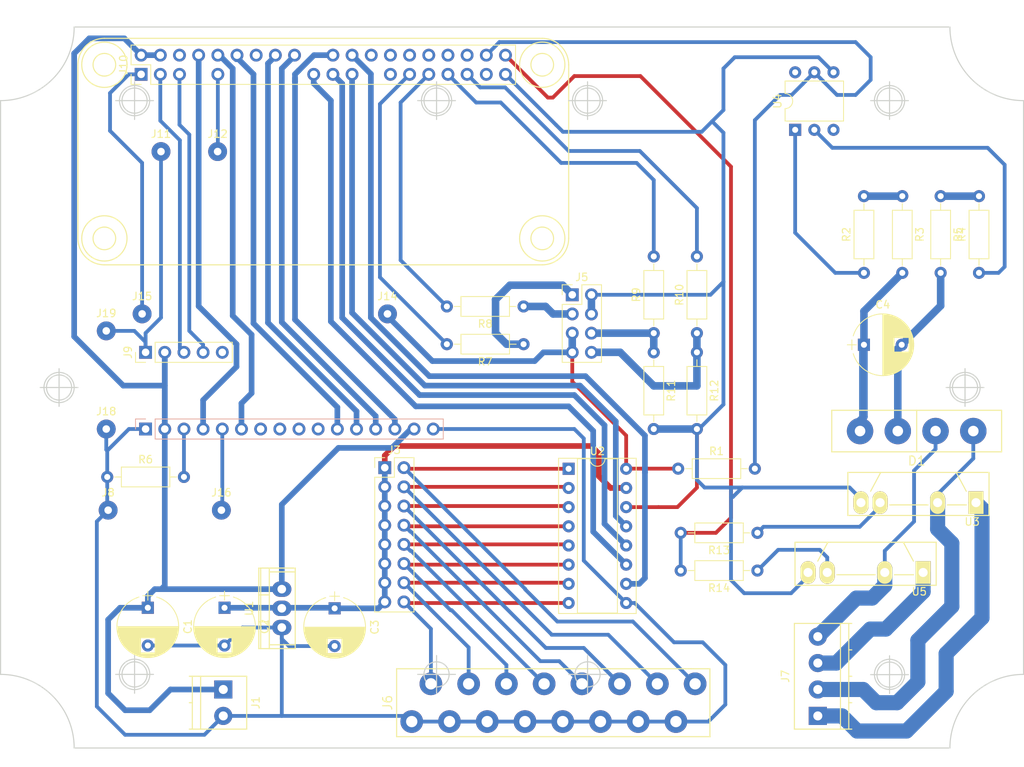
<source format=kicad_pcb>
(kicad_pcb (version 4) (host pcbnew 4.0.7)

  (general
    (links 145)
    (no_connects 42)
    (area 81.679999 48.909999 217.330001 144.560001)
    (thickness 1.6)
    (drawings 26)
    (tracks 422)
    (zones 0)
    (modules 40)
    (nets 65)
  )

  (page A4)
  (layers
    (0 F.Cu signal)
    (1 In1.Cu signal)
    (2 In2.Cu signal)
    (31 B.Cu signal)
    (33 F.Adhes user)
    (35 F.Paste user)
    (37 F.SilkS user)
    (39 F.Mask user)
    (40 Dwgs.User user)
    (41 Cmts.User user)
    (42 Eco1.User user)
    (43 Eco2.User user)
    (44 Edge.Cuts user)
    (45 Margin user)
    (47 F.CrtYd user)
    (49 F.Fab user)
  )

  (setup
    (last_trace_width 0.5)
    (trace_clearance 0.2)
    (zone_clearance 0.508)
    (zone_45_only no)
    (trace_min 0.5)
    (segment_width 0.2)
    (edge_width 0.15)
    (via_size 0.6)
    (via_drill 0.4)
    (via_min_size 0.4)
    (via_min_drill 0.3)
    (uvia_size 0.3)
    (uvia_drill 0.1)
    (uvias_allowed no)
    (uvia_min_size 0.2)
    (uvia_min_drill 0.1)
    (pcb_text_width 0.3)
    (pcb_text_size 1.5 1.5)
    (mod_edge_width 0.15)
    (mod_text_size 1 1)
    (mod_text_width 0.15)
    (pad_size 1.524 1.524)
    (pad_drill 0.762)
    (pad_to_mask_clearance 0.2)
    (aux_axis_origin 91.505 48.985)
    (grid_origin 91.505 48.985)
    (visible_elements 7FFFFFFF)
    (pcbplotparams
      (layerselection 0x00030_80000001)
      (usegerberextensions false)
      (excludeedgelayer true)
      (linewidth 0.100000)
      (plotframeref false)
      (viasonmask false)
      (mode 1)
      (useauxorigin false)
      (hpglpennumber 1)
      (hpglpenspeed 20)
      (hpglpendiameter 15)
      (hpglpenoverlay 2)
      (psnegative false)
      (psa4output false)
      (plotreference true)
      (plotvalue true)
      (plotinvisibletext false)
      (padsonsilk false)
      (subtractmaskfromsilk false)
      (outputformat 1)
      (mirror false)
      (drillshape 1)
      (scaleselection 1)
      (outputdirectory ""))
  )

  (net 0 "")
  (net 1 GND)
  (net 2 "Net-(C4-Pad1)")
  (net 3 "Net-(C4-Pad2)")
  (net 4 "Net-(D1-Pad3)")
  (net 5 "Net-(D1-Pad4)")
  (net 6 "Net-(J3-Pad2)")
  (net 7 "Net-(J3-Pad4)")
  (net 8 "Net-(J3-Pad6)")
  (net 9 "Net-(J3-Pad8)")
  (net 10 "Net-(J3-Pad10)")
  (net 11 "Net-(J3-Pad12)")
  (net 12 "Net-(J3-Pad14)")
  (net 13 "Net-(J3-Pad16)")
  (net 14 "Net-(J4-Pad3)")
  (net 15 "Net-(J5-Pad3)")
  (net 16 AC_sens)
  (net 17 "Net-(R2-Pad1)")
  (net 18 "Net-(R2-Pad2)")
  (net 19 "Net-(R4-Pad1)")
  (net 20 "Net-(R4-Pad2)")
  (net 21 "Net-(R13-Pad1)")
  (net 22 +5V)
  (net 23 +3.3VA)
  (net 24 +3V3)
  (net 25 sda)
  (net 26 scl)
  (net 27 lcd_d5)
  (net 28 lcd_d6)
  (net 29 lcd_d7)
  (net 30 lcd_d4)
  (net 31 lcd_en)
  (net 32 spi_mosi)
  (net 33 spi_miso)
  (net 34 lcd_rs)
  (net 35 spi_clk)
  (net 36 spi_cs_0)
  (net 37 heat_trig)
  (net 38 "Net-(J7-Pad1)")
  (net 39 /led1)
  (net 40 /led2)
  (net 41 /btn1)
  (net 42 /btn2)
  (net 43 "Net-(J5-Pad1)")
  (net 44 "Net-(J5-Pad6)")
  (net 45 "Net-(J5-Pad8)")
  (net 46 "Net-(R14-Pad1)")
  (net 47 "Net-(J7-Pad3)")
  (net 48 "Net-(J4-Pad7)")
  (net 49 "Net-(J4-Pad8)")
  (net 50 "Net-(J4-Pad9)")
  (net 51 "Net-(J4-Pad10)")
  (net 52 "Net-(J9-Pad5)")
  (net 53 "Net-(J10-Pad6)")
  (net 54 "Net-(J10-Pad14)")
  (net 55 "Net-(J10-Pad26)")
  (net 56 "Net-(J10-Pad27)")
  (net 57 "Net-(J10-Pad28)")
  (net 58 "Net-(J10-Pad30)")
  (net 59 "Net-(J10-Pad32)")
  (net 60 "Net-(J10-Pad34)")
  (net 61 "Net-(J10-Pad36)")
  (net 62 "Net-(J10-Pad37)")
  (net 63 "Net-(U4-Pad3)")
  (net 64 "Net-(U4-Pad6)")

  (net_class Default "Dies ist die voreingestellte Netzklasse."
    (clearance 0.2)
    (trace_width 0.5)
    (via_dia 0.6)
    (via_drill 0.4)
    (uvia_dia 0.3)
    (uvia_drill 0.1)
    (add_net /btn1)
    (add_net /btn2)
    (add_net /led1)
    (add_net /led2)
    (add_net AC_sens)
    (add_net GND)
    (add_net "Net-(C4-Pad1)")
    (add_net "Net-(C4-Pad2)")
    (add_net "Net-(D1-Pad3)")
    (add_net "Net-(D1-Pad4)")
    (add_net "Net-(J10-Pad14)")
    (add_net "Net-(J10-Pad26)")
    (add_net "Net-(J10-Pad27)")
    (add_net "Net-(J10-Pad28)")
    (add_net "Net-(J10-Pad30)")
    (add_net "Net-(J10-Pad32)")
    (add_net "Net-(J10-Pad34)")
    (add_net "Net-(J10-Pad36)")
    (add_net "Net-(J10-Pad37)")
    (add_net "Net-(J10-Pad6)")
    (add_net "Net-(J2-Pad10)")
    (add_net "Net-(J2-Pad13)")
    (add_net "Net-(J2-Pad26)")
    (add_net "Net-(J2-Pad27)")
    (add_net "Net-(J2-Pad28)")
    (add_net "Net-(J2-Pad36)")
    (add_net "Net-(J2-Pad37)")
    (add_net "Net-(J2-Pad40)")
    (add_net "Net-(J2-Pad7)")
    (add_net "Net-(J2-Pad8)")
    (add_net "Net-(J3-Pad10)")
    (add_net "Net-(J3-Pad12)")
    (add_net "Net-(J3-Pad14)")
    (add_net "Net-(J3-Pad16)")
    (add_net "Net-(J3-Pad2)")
    (add_net "Net-(J3-Pad4)")
    (add_net "Net-(J3-Pad6)")
    (add_net "Net-(J3-Pad8)")
    (add_net "Net-(J4-Pad10)")
    (add_net "Net-(J4-Pad3)")
    (add_net "Net-(J4-Pad7)")
    (add_net "Net-(J4-Pad8)")
    (add_net "Net-(J4-Pad9)")
    (add_net "Net-(J5-Pad1)")
    (add_net "Net-(J5-Pad3)")
    (add_net "Net-(J5-Pad6)")
    (add_net "Net-(J5-Pad8)")
    (add_net "Net-(J9-Pad5)")
    (add_net "Net-(R13-Pad1)")
    (add_net "Net-(R14-Pad1)")
    (add_net "Net-(R2-Pad1)")
    (add_net "Net-(R2-Pad2)")
    (add_net "Net-(R4-Pad1)")
    (add_net "Net-(R4-Pad2)")
    (add_net "Net-(U4-Pad3)")
    (add_net "Net-(U4-Pad6)")
    (add_net btn_1)
    (add_net btn_2)
    (add_net heat_trig)
    (add_net led_1)
    (add_net led_2)
    (add_net scl)
    (add_net sda)
  )

  (net_class 5v ""
    (clearance 0.2)
    (trace_width 0.75)
    (via_dia 0.6)
    (via_drill 0.4)
    (uvia_dia 0.3)
    (uvia_drill 0.1)
    (add_net +3.3VA)
    (add_net +3V3)
    (add_net +5V)
  )

  (net_class AC ""
    (clearance 0.5)
    (trace_width 2)
    (via_dia 0.6)
    (via_drill 0.4)
    (uvia_dia 0.3)
    (uvia_drill 0.1)
    (add_net "Net-(J7-Pad1)")
    (add_net "Net-(J7-Pad3)")
  )

  (net_class lcd ""
    (clearance 0.2)
    (trace_width 0.75)
    (via_dia 0.6)
    (via_drill 0.4)
    (uvia_dia 0.3)
    (uvia_drill 0.1)
    (add_net lcd_d4)
    (add_net lcd_d5)
    (add_net lcd_d6)
    (add_net lcd_d7)
    (add_net lcd_en)
    (add_net lcd_rs)
    (add_net spi_clk)
    (add_net spi_cs_0)
    (add_net spi_miso)
    (add_net spi_mosi)
  )

  (module Housings_DIP:DIP-16_W7.62mm_Socket (layer F.Cu) (tedit 59C78D6B) (tstamp 5B035D03)
    (at 157 107.5)
    (descr "16-lead though-hole mounted DIP package, row spacing 7.62 mm (300 mils), Socket")
    (tags "THT DIP DIL PDIP 2.54mm 7.62mm 300mil Socket")
    (path /5B01EE18)
    (fp_text reference U2 (at 3.81 -2.33) (layer F.SilkS)
      (effects (font (size 1 1) (thickness 0.15)))
    )
    (fp_text value MCP3208 (at 3.81 20.11) (layer F.Fab)
      (effects (font (size 1 1) (thickness 0.15)))
    )
    (fp_arc (start 3.81 -1.33) (end 2.81 -1.33) (angle -180) (layer F.SilkS) (width 0.12))
    (fp_line (start 1.635 -1.27) (end 6.985 -1.27) (layer F.Fab) (width 0.1))
    (fp_line (start 6.985 -1.27) (end 6.985 19.05) (layer F.Fab) (width 0.1))
    (fp_line (start 6.985 19.05) (end 0.635 19.05) (layer F.Fab) (width 0.1))
    (fp_line (start 0.635 19.05) (end 0.635 -0.27) (layer F.Fab) (width 0.1))
    (fp_line (start 0.635 -0.27) (end 1.635 -1.27) (layer F.Fab) (width 0.1))
    (fp_line (start -1.27 -1.33) (end -1.27 19.11) (layer F.Fab) (width 0.1))
    (fp_line (start -1.27 19.11) (end 8.89 19.11) (layer F.Fab) (width 0.1))
    (fp_line (start 8.89 19.11) (end 8.89 -1.33) (layer F.Fab) (width 0.1))
    (fp_line (start 8.89 -1.33) (end -1.27 -1.33) (layer F.Fab) (width 0.1))
    (fp_line (start 2.81 -1.33) (end 1.16 -1.33) (layer F.SilkS) (width 0.12))
    (fp_line (start 1.16 -1.33) (end 1.16 19.11) (layer F.SilkS) (width 0.12))
    (fp_line (start 1.16 19.11) (end 6.46 19.11) (layer F.SilkS) (width 0.12))
    (fp_line (start 6.46 19.11) (end 6.46 -1.33) (layer F.SilkS) (width 0.12))
    (fp_line (start 6.46 -1.33) (end 4.81 -1.33) (layer F.SilkS) (width 0.12))
    (fp_line (start -1.33 -1.39) (end -1.33 19.17) (layer F.SilkS) (width 0.12))
    (fp_line (start -1.33 19.17) (end 8.95 19.17) (layer F.SilkS) (width 0.12))
    (fp_line (start 8.95 19.17) (end 8.95 -1.39) (layer F.SilkS) (width 0.12))
    (fp_line (start 8.95 -1.39) (end -1.33 -1.39) (layer F.SilkS) (width 0.12))
    (fp_line (start -1.55 -1.6) (end -1.55 19.4) (layer F.CrtYd) (width 0.05))
    (fp_line (start -1.55 19.4) (end 9.15 19.4) (layer F.CrtYd) (width 0.05))
    (fp_line (start 9.15 19.4) (end 9.15 -1.6) (layer F.CrtYd) (width 0.05))
    (fp_line (start 9.15 -1.6) (end -1.55 -1.6) (layer F.CrtYd) (width 0.05))
    (fp_text user %R (at 3.81 8.89) (layer F.Fab)
      (effects (font (size 1 1) (thickness 0.15)))
    )
    (pad 1 thru_hole rect (at 0 0) (size 1.6 1.6) (drill 0.8) (layers *.Cu *.Mask)
      (net 6 "Net-(J3-Pad2)"))
    (pad 9 thru_hole oval (at 7.62 17.78) (size 1.6 1.6) (drill 0.8) (layers *.Cu *.Mask)
      (net 1 GND))
    (pad 2 thru_hole oval (at 0 2.54) (size 1.6 1.6) (drill 0.8) (layers *.Cu *.Mask)
      (net 7 "Net-(J3-Pad4)"))
    (pad 10 thru_hole oval (at 7.62 15.24) (size 1.6 1.6) (drill 0.8) (layers *.Cu *.Mask)
      (net 36 spi_cs_0))
    (pad 3 thru_hole oval (at 0 5.08) (size 1.6 1.6) (drill 0.8) (layers *.Cu *.Mask)
      (net 8 "Net-(J3-Pad6)"))
    (pad 11 thru_hole oval (at 7.62 12.7) (size 1.6 1.6) (drill 0.8) (layers *.Cu *.Mask)
      (net 32 spi_mosi))
    (pad 4 thru_hole oval (at 0 7.62) (size 1.6 1.6) (drill 0.8) (layers *.Cu *.Mask)
      (net 9 "Net-(J3-Pad8)"))
    (pad 12 thru_hole oval (at 7.62 10.16) (size 1.6 1.6) (drill 0.8) (layers *.Cu *.Mask)
      (net 33 spi_miso))
    (pad 5 thru_hole oval (at 0 10.16) (size 1.6 1.6) (drill 0.8) (layers *.Cu *.Mask)
      (net 10 "Net-(J3-Pad10)"))
    (pad 13 thru_hole oval (at 7.62 7.62) (size 1.6 1.6) (drill 0.8) (layers *.Cu *.Mask)
      (net 35 spi_clk))
    (pad 6 thru_hole oval (at 0 12.7) (size 1.6 1.6) (drill 0.8) (layers *.Cu *.Mask)
      (net 11 "Net-(J3-Pad12)"))
    (pad 14 thru_hole oval (at 7.62 5.08) (size 1.6 1.6) (drill 0.8) (layers *.Cu *.Mask)
      (net 1 GND))
    (pad 7 thru_hole oval (at 0 15.24) (size 1.6 1.6) (drill 0.8) (layers *.Cu *.Mask)
      (net 12 "Net-(J3-Pad14)"))
    (pad 15 thru_hole oval (at 7.62 2.54) (size 1.6 1.6) (drill 0.8) (layers *.Cu *.Mask)
      (net 23 +3.3VA))
    (pad 8 thru_hole oval (at 0 17.78) (size 1.6 1.6) (drill 0.8) (layers *.Cu *.Mask)
      (net 13 "Net-(J3-Pad16)"))
    (pad 16 thru_hole oval (at 7.62 0) (size 1.6 1.6) (drill 0.8) (layers *.Cu *.Mask)
      (net 24 +3V3))
    (model ${KISYS3DMOD}/Housings_DIP.3dshapes/DIP-16_W7.62mm_Socket.wrl
      (at (xyz 0 0 0))
      (scale (xyz 1 1 1))
      (rotate (xyz 0 0 0))
    )
  )

  (module TerminalBlocks_Phoenix:TerminalBlock_Phoenix_PT-3.5mm_4pol (layer F.Cu) (tedit 59FF0756) (tstamp 5B0AA6F9)
    (at 190.005 140.235 90)
    (descr "4-way 3.5mm pitch terminal block, Phoenix PT series")
    (path /5B0A9770)
    (fp_text reference J7 (at 5.25 -4.3 90) (layer F.SilkS)
      (effects (font (size 1 1) (thickness 0.15)))
    )
    (fp_text value Screw_Terminal_01x04 (at 5.25 6 90) (layer F.Fab)
      (effects (font (size 1 1) (thickness 0.15)))
    )
    (fp_text user %R (at -4.5 1 90) (layer F.Fab)
      (effects (font (size 1 1) (thickness 0.15)))
    )
    (fp_line (start -1.9 -3.3) (end 12.4 -3.3) (layer F.CrtYd) (width 0.05))
    (fp_line (start -1.9 4.7) (end -1.9 -3.3) (layer F.CrtYd) (width 0.05))
    (fp_line (start 12.4 4.7) (end -1.9 4.7) (layer F.CrtYd) (width 0.05))
    (fp_line (start 12.4 -3.3) (end 12.4 4.7) (layer F.CrtYd) (width 0.05))
    (fp_line (start 1.75 4.1) (end 1.75 4.5) (layer F.SilkS) (width 0.15))
    (fp_line (start 5.25 4.1) (end 5.25 4.5) (layer F.SilkS) (width 0.15))
    (fp_line (start 8.75 4.1) (end 8.75 4.5) (layer F.SilkS) (width 0.15))
    (fp_line (start -1.75 3) (end 12.25 3) (layer F.SilkS) (width 0.15))
    (fp_line (start -1.75 4.1) (end 12.25 4.1) (layer F.SilkS) (width 0.15))
    (fp_line (start -1.75 -3.1) (end -1.75 4.5) (layer F.SilkS) (width 0.15))
    (fp_line (start 12.25 4.5) (end 12.25 -3.1) (layer F.SilkS) (width 0.15))
    (fp_line (start 12.25 -3.1) (end -1.75 -3.1) (layer F.SilkS) (width 0.15))
    (pad 3 thru_hole circle (at 7 0 90) (size 2.4 2.4) (drill 1.2) (layers *.Cu *.Mask)
      (net 47 "Net-(J7-Pad3)"))
    (pad 4 thru_hole circle (at 10.5 0 90) (size 2.4 2.4) (drill 1.2) (layers *.Cu *.Mask)
      (net 4 "Net-(D1-Pad3)"))
    (pad 2 thru_hole circle (at 3.5 0 90) (size 2.4 2.4) (drill 1.2) (layers *.Cu *.Mask)
      (net 5 "Net-(D1-Pad4)"))
    (pad 1 thru_hole rect (at 0 0 90) (size 2.4 2.4) (drill 1.2) (layers *.Cu *.Mask)
      (net 38 "Net-(J7-Pad1)"))
    (model ${KISYS3DMOD}/TerminalBlock_Phoenix.3dshapes/TerminalBlock_Phoenix_PT-3.5mm_4pol.wrl
      (at (xyz 0 0 0))
      (scale (xyz 1 1 1))
      (rotate (xyz 0 0 0))
    )
  )

  (module custom:raspberry_pi_zero (layer F.Cu) (tedit 5B0AB1C6) (tstamp 5B0AA70D)
    (at 92.005 50.485 90)
    (descr "Through hole straight pin header, 2x20, 2.54mm pitch, double rows")
    (tags "Through hole pin header THT 2x20 2.54mm double row")
    (path /5B053887)
    (fp_text reference J10 (at -3.5 6.04 90) (layer F.SilkS)
      (effects (font (size 1 1) (thickness 0.15)))
    )
    (fp_text value Conn_02x20_Odd_Even (at -3.5 58.96 90) (layer F.Fab)
      (effects (font (size 1 1) (thickness 0.15)))
    )
    (fp_line (start 0 61.5) (end 0 3.5) (layer F.SilkS) (width 0.15))
    (fp_line (start -26.5 65) (end -3.5 65) (layer F.SilkS) (width 0.15))
    (fp_line (start -30 3.5) (end -30 61.5) (layer F.SilkS) (width 0.15))
    (fp_line (start -3.5 0) (end -26.5 0) (layer F.SilkS) (width 0.15))
    (fp_circle (center -26.5 61.5) (end -28 61.5) (layer F.SilkS) (width 0.15))
    (fp_circle (center -26.5 61.5) (end -29.5 61.5) (layer F.SilkS) (width 0.15))
    (fp_circle (center -26.5 3.5) (end -26.5 2) (layer F.SilkS) (width 0.15))
    (fp_circle (center -26.5 3.5) (end -26.5 0.5) (layer F.SilkS) (width 0.15))
    (fp_arc (start -3.5 61.5) (end 0 61.5) (angle 90) (layer F.SilkS) (width 0.15))
    (fp_arc (start -26.5 61.5) (end -26.5 65) (angle 90) (layer F.SilkS) (width 0.15))
    (fp_arc (start -26.5 3.5) (end -30 3.5) (angle 90) (layer F.SilkS) (width 0.15))
    (fp_arc (start -3.5 3.5) (end -3.5 0) (angle 90) (layer F.SilkS) (width 0.15))
    (fp_circle (center -3.5 61.5) (end -2 61.5) (layer F.SilkS) (width 0.15))
    (fp_circle (center -3.5 61.5) (end -0.5 61.5) (layer F.SilkS) (width 0.15))
    (fp_circle (center -3.5 3.5) (end -2 3.5) (layer F.SilkS) (width 0.15))
    (fp_circle (center -3.5 3.5) (end -0.5 3.5) (layer F.SilkS) (width 0.15))
    (fp_line (start -4.77 7.1) (end -0.96 7.1) (layer F.Fab) (width 0.1))
    (fp_line (start -0.96 7.1) (end -0.96 57.9) (layer F.Fab) (width 0.1))
    (fp_line (start -0.96 57.9) (end -6.04 57.9) (layer F.Fab) (width 0.1))
    (fp_line (start -6.04 57.9) (end -6.04 8.37) (layer F.Fab) (width 0.1))
    (fp_line (start -6.04 8.37) (end -4.77 7.1) (layer F.Fab) (width 0.1))
    (fp_line (start -6.1 57.96) (end -0.9 57.96) (layer F.SilkS) (width 0.12))
    (fp_line (start -6.1 9.64) (end -6.1 57.96) (layer F.SilkS) (width 0.12))
    (fp_line (start -0.9 7.04) (end -0.9 57.96) (layer F.SilkS) (width 0.12))
    (fp_line (start -6.1 9.64) (end -3.5 9.64) (layer F.SilkS) (width 0.12))
    (fp_line (start -3.5 9.64) (end -3.5 7.04) (layer F.SilkS) (width 0.12))
    (fp_line (start -3.5 7.04) (end -0.9 7.04) (layer F.SilkS) (width 0.12))
    (fp_line (start -6.1 8.37) (end -6.1 7.04) (layer F.SilkS) (width 0.12))
    (fp_line (start -6.1 7.04) (end -4.77 7.04) (layer F.SilkS) (width 0.12))
    (fp_line (start -6.57 6.57) (end -6.57 58.42) (layer F.CrtYd) (width 0.05))
    (fp_line (start -6.57 58.42) (end -0.42 58.42) (layer F.CrtYd) (width 0.05))
    (fp_line (start -0.42 58.42) (end -0.42 6.57) (layer F.CrtYd) (width 0.05))
    (fp_line (start -0.42 6.57) (end -6.57 6.57) (layer F.CrtYd) (width 0.05))
    (fp_text user %R (at -3.5 32.5 180) (layer F.Fab)
      (effects (font (size 1 1) (thickness 0.15)))
    )
    (pad 1 thru_hole rect (at -4.77 8.37 90) (size 1.7 1.7) (drill 1) (layers *.Cu *.Mask)
      (net 24 +3V3))
    (pad 2 thru_hole oval (at -2.23 8.37 90) (size 1.7 1.7) (drill 1) (layers *.Cu *.Mask)
      (net 22 +5V))
    (pad 3 thru_hole oval (at -4.77 10.91 90) (size 1.7 1.7) (drill 1) (layers *.Cu *.Mask)
      (net 25 sda))
    (pad 4 thru_hole oval (at -2.23 10.91 90) (size 1.7 1.7) (drill 1) (layers *.Cu *.Mask)
      (net 22 +5V))
    (pad 5 thru_hole oval (at -4.77 13.45 90) (size 1.7 1.7) (drill 1) (layers *.Cu *.Mask)
      (net 26 scl))
    (pad 6 thru_hole oval (at -2.23 13.45 90) (size 1.7 1.7) (drill 1) (layers *.Cu *.Mask)
      (net 53 "Net-(J10-Pad6)"))
    (pad 8 thru_hole oval (at -2.23 15.99 90) (size 1.7 1.7) (drill 1) (layers *.Cu *.Mask)
      (net 34 lcd_rs))
    (pad 9 thru_hole oval (at -4.77 18.53 90) (size 1.7 1.7) (drill 1) (layers *.Cu *.Mask)
      (net 1 GND))
    (pad 10 thru_hole oval (at -2.23 18.53 90) (size 1.7 1.7) (drill 1) (layers *.Cu *.Mask)
      (net 31 lcd_en))
    (pad 12 thru_hole oval (at -2.23 21.07 90) (size 1.7 1.7) (drill 1) (layers *.Cu *.Mask)
      (net 30 lcd_d4))
    (pad 14 thru_hole oval (at -2.23 23.61 90) (size 1.7 1.7) (drill 1) (layers *.Cu *.Mask)
      (net 54 "Net-(J10-Pad14)"))
    (pad 16 thru_hole oval (at -2.23 26.15 90) (size 1.7 1.7) (drill 1) (layers *.Cu *.Mask)
      (net 27 lcd_d5))
    (pad 18 thru_hole oval (at -2.23 28.69 90) (size 1.7 1.7) (drill 1) (layers *.Cu *.Mask)
      (net 28 lcd_d6))
    (pad 19 thru_hole oval (at -4.77 31.23 90) (size 1.7 1.7) (drill 1) (layers *.Cu *.Mask)
      (net 32 spi_mosi))
    (pad 21 thru_hole oval (at -4.77 33.77 90) (size 1.7 1.7) (drill 1) (layers *.Cu *.Mask)
      (net 33 spi_miso))
    (pad 22 thru_hole oval (at -2.23 33.77 90) (size 1.7 1.7) (drill 1) (layers *.Cu *.Mask)
      (net 29 lcd_d7))
    (pad 23 thru_hole oval (at -4.77 36.31 90) (size 1.7 1.7) (drill 1) (layers *.Cu *.Mask)
      (net 35 spi_clk))
    (pad 24 thru_hole oval (at -2.23 36.31 90) (size 1.7 1.7) (drill 1) (layers *.Cu *.Mask)
      (net 36 spi_cs_0))
    (pad 26 thru_hole oval (at -2.23 38.85 90) (size 1.7 1.7) (drill 1) (layers *.Cu *.Mask)
      (net 55 "Net-(J10-Pad26)"))
    (pad 27 thru_hole oval (at -4.77 41.39 90) (size 1.7 1.7) (drill 1) (layers *.Cu *.Mask)
      (net 56 "Net-(J10-Pad27)"))
    (pad 28 thru_hole oval (at -2.23 41.39 90) (size 1.7 1.7) (drill 1) (layers *.Cu *.Mask)
      (net 57 "Net-(J10-Pad28)"))
    (pad 29 thru_hole oval (at -4.77 43.93 90) (size 1.7 1.7) (drill 1) (layers *.Cu *.Mask)
      (net 39 /led1))
    (pad 30 thru_hole oval (at -2.23 43.93 90) (size 1.7 1.7) (drill 1) (layers *.Cu *.Mask)
      (net 58 "Net-(J10-Pad30)"))
    (pad 31 thru_hole oval (at -4.77 46.47 90) (size 1.7 1.7) (drill 1) (layers *.Cu *.Mask)
      (net 40 /led2))
    (pad 32 thru_hole oval (at -2.23 46.47 90) (size 1.7 1.7) (drill 1) (layers *.Cu *.Mask)
      (net 59 "Net-(J10-Pad32)"))
    (pad 33 thru_hole oval (at -4.77 49.01 90) (size 1.7 1.7) (drill 1) (layers *.Cu *.Mask)
      (net 41 /btn1))
    (pad 34 thru_hole oval (at -2.23 49.01 90) (size 1.7 1.7) (drill 1) (layers *.Cu *.Mask)
      (net 60 "Net-(J10-Pad34)"))
    (pad 35 thru_hole oval (at -4.77 51.55 90) (size 1.7 1.7) (drill 1) (layers *.Cu *.Mask)
      (net 42 /btn2))
    (pad 36 thru_hole oval (at -2.23 51.55 90) (size 1.7 1.7) (drill 1) (layers *.Cu *.Mask)
      (net 61 "Net-(J10-Pad36)"))
    (pad 37 thru_hole oval (at -4.77 54.09 90) (size 1.7 1.7) (drill 1) (layers *.Cu *.Mask)
      (net 62 "Net-(J10-Pad37)"))
    (pad 38 thru_hole oval (at -2.23 54.09 90) (size 1.7 1.7) (drill 1) (layers *.Cu *.Mask)
      (net 16 AC_sens))
    (pad 39 thru_hole oval (at -4.77 56.63 90) (size 1.7 1.7) (drill 1) (layers *.Cu *.Mask)
      (net 1 GND))
    (pad 40 thru_hole oval (at -2.23 56.63 90) (size 1.7 1.7) (drill 1) (layers *.Cu *.Mask)
      (net 37 heat_trig))
    (model ${KISYS3DMOD}/Pin_Headers.3dshapes/Pin_Header_Straight_2x20_Pitch2.54mm.wrl
      (at (xyz 0 0 0))
      (scale (xyz 1 1 1))
      (rotate (xyz 0 0 0))
    )
  )

  (module Capacitors_THT:CP_Radial_D8.0mm_P5.00mm (layer F.Cu) (tedit 597BC7C2) (tstamp 5B035C20)
    (at 101.26 125.91 270)
    (descr "CP, Radial series, Radial, pin pitch=5.00mm, , diameter=8mm, Electrolytic Capacitor")
    (tags "CP Radial series Radial pin pitch 5.00mm  diameter 8mm Electrolytic Capacitor")
    (path /5B02F971)
    (fp_text reference C1 (at 2.5 -5.31 270) (layer F.SilkS)
      (effects (font (size 1 1) (thickness 0.15)))
    )
    (fp_text value CP (at 2.5 5.31 270) (layer F.Fab)
      (effects (font (size 1 1) (thickness 0.15)))
    )
    (fp_arc (start 2.5 0) (end -1.416082 -1.18) (angle 146.5) (layer F.SilkS) (width 0.12))
    (fp_arc (start 2.5 0) (end -1.416082 1.18) (angle -146.5) (layer F.SilkS) (width 0.12))
    (fp_arc (start 2.5 0) (end 6.416082 -1.18) (angle 33.5) (layer F.SilkS) (width 0.12))
    (fp_circle (center 2.5 0) (end 6.5 0) (layer F.Fab) (width 0.1))
    (fp_line (start -2.2 0) (end -1 0) (layer F.Fab) (width 0.1))
    (fp_line (start -1.6 -0.65) (end -1.6 0.65) (layer F.Fab) (width 0.1))
    (fp_line (start 2.5 -4.05) (end 2.5 4.05) (layer F.SilkS) (width 0.12))
    (fp_line (start 2.54 -4.05) (end 2.54 4.05) (layer F.SilkS) (width 0.12))
    (fp_line (start 2.58 -4.05) (end 2.58 4.05) (layer F.SilkS) (width 0.12))
    (fp_line (start 2.62 -4.049) (end 2.62 4.049) (layer F.SilkS) (width 0.12))
    (fp_line (start 2.66 -4.047) (end 2.66 4.047) (layer F.SilkS) (width 0.12))
    (fp_line (start 2.7 -4.046) (end 2.7 4.046) (layer F.SilkS) (width 0.12))
    (fp_line (start 2.74 -4.043) (end 2.74 4.043) (layer F.SilkS) (width 0.12))
    (fp_line (start 2.78 -4.041) (end 2.78 4.041) (layer F.SilkS) (width 0.12))
    (fp_line (start 2.82 -4.038) (end 2.82 4.038) (layer F.SilkS) (width 0.12))
    (fp_line (start 2.86 -4.035) (end 2.86 4.035) (layer F.SilkS) (width 0.12))
    (fp_line (start 2.9 -4.031) (end 2.9 4.031) (layer F.SilkS) (width 0.12))
    (fp_line (start 2.94 -4.027) (end 2.94 4.027) (layer F.SilkS) (width 0.12))
    (fp_line (start 2.98 -4.022) (end 2.98 4.022) (layer F.SilkS) (width 0.12))
    (fp_line (start 3.02 -4.017) (end 3.02 4.017) (layer F.SilkS) (width 0.12))
    (fp_line (start 3.06 -4.012) (end 3.06 4.012) (layer F.SilkS) (width 0.12))
    (fp_line (start 3.1 -4.006) (end 3.1 4.006) (layer F.SilkS) (width 0.12))
    (fp_line (start 3.14 -4) (end 3.14 4) (layer F.SilkS) (width 0.12))
    (fp_line (start 3.18 -3.994) (end 3.18 3.994) (layer F.SilkS) (width 0.12))
    (fp_line (start 3.221 -3.987) (end 3.221 3.987) (layer F.SilkS) (width 0.12))
    (fp_line (start 3.261 -3.979) (end 3.261 3.979) (layer F.SilkS) (width 0.12))
    (fp_line (start 3.301 -3.971) (end 3.301 3.971) (layer F.SilkS) (width 0.12))
    (fp_line (start 3.341 -3.963) (end 3.341 3.963) (layer F.SilkS) (width 0.12))
    (fp_line (start 3.381 -3.955) (end 3.381 3.955) (layer F.SilkS) (width 0.12))
    (fp_line (start 3.421 -3.946) (end 3.421 3.946) (layer F.SilkS) (width 0.12))
    (fp_line (start 3.461 -3.936) (end 3.461 3.936) (layer F.SilkS) (width 0.12))
    (fp_line (start 3.501 -3.926) (end 3.501 3.926) (layer F.SilkS) (width 0.12))
    (fp_line (start 3.541 -3.916) (end 3.541 3.916) (layer F.SilkS) (width 0.12))
    (fp_line (start 3.581 -3.905) (end 3.581 3.905) (layer F.SilkS) (width 0.12))
    (fp_line (start 3.621 -3.894) (end 3.621 3.894) (layer F.SilkS) (width 0.12))
    (fp_line (start 3.661 -3.883) (end 3.661 3.883) (layer F.SilkS) (width 0.12))
    (fp_line (start 3.701 -3.87) (end 3.701 3.87) (layer F.SilkS) (width 0.12))
    (fp_line (start 3.741 -3.858) (end 3.741 3.858) (layer F.SilkS) (width 0.12))
    (fp_line (start 3.781 -3.845) (end 3.781 3.845) (layer F.SilkS) (width 0.12))
    (fp_line (start 3.821 -3.832) (end 3.821 3.832) (layer F.SilkS) (width 0.12))
    (fp_line (start 3.861 -3.818) (end 3.861 3.818) (layer F.SilkS) (width 0.12))
    (fp_line (start 3.901 -3.803) (end 3.901 3.803) (layer F.SilkS) (width 0.12))
    (fp_line (start 3.941 -3.789) (end 3.941 3.789) (layer F.SilkS) (width 0.12))
    (fp_line (start 3.981 -3.773) (end 3.981 3.773) (layer F.SilkS) (width 0.12))
    (fp_line (start 4.021 -3.758) (end 4.021 -0.98) (layer F.SilkS) (width 0.12))
    (fp_line (start 4.021 0.98) (end 4.021 3.758) (layer F.SilkS) (width 0.12))
    (fp_line (start 4.061 -3.741) (end 4.061 -0.98) (layer F.SilkS) (width 0.12))
    (fp_line (start 4.061 0.98) (end 4.061 3.741) (layer F.SilkS) (width 0.12))
    (fp_line (start 4.101 -3.725) (end 4.101 -0.98) (layer F.SilkS) (width 0.12))
    (fp_line (start 4.101 0.98) (end 4.101 3.725) (layer F.SilkS) (width 0.12))
    (fp_line (start 4.141 -3.707) (end 4.141 -0.98) (layer F.SilkS) (width 0.12))
    (fp_line (start 4.141 0.98) (end 4.141 3.707) (layer F.SilkS) (width 0.12))
    (fp_line (start 4.181 -3.69) (end 4.181 -0.98) (layer F.SilkS) (width 0.12))
    (fp_line (start 4.181 0.98) (end 4.181 3.69) (layer F.SilkS) (width 0.12))
    (fp_line (start 4.221 -3.671) (end 4.221 -0.98) (layer F.SilkS) (width 0.12))
    (fp_line (start 4.221 0.98) (end 4.221 3.671) (layer F.SilkS) (width 0.12))
    (fp_line (start 4.261 -3.652) (end 4.261 -0.98) (layer F.SilkS) (width 0.12))
    (fp_line (start 4.261 0.98) (end 4.261 3.652) (layer F.SilkS) (width 0.12))
    (fp_line (start 4.301 -3.633) (end 4.301 -0.98) (layer F.SilkS) (width 0.12))
    (fp_line (start 4.301 0.98) (end 4.301 3.633) (layer F.SilkS) (width 0.12))
    (fp_line (start 4.341 -3.613) (end 4.341 -0.98) (layer F.SilkS) (width 0.12))
    (fp_line (start 4.341 0.98) (end 4.341 3.613) (layer F.SilkS) (width 0.12))
    (fp_line (start 4.381 -3.593) (end 4.381 -0.98) (layer F.SilkS) (width 0.12))
    (fp_line (start 4.381 0.98) (end 4.381 3.593) (layer F.SilkS) (width 0.12))
    (fp_line (start 4.421 -3.572) (end 4.421 -0.98) (layer F.SilkS) (width 0.12))
    (fp_line (start 4.421 0.98) (end 4.421 3.572) (layer F.SilkS) (width 0.12))
    (fp_line (start 4.461 -3.55) (end 4.461 -0.98) (layer F.SilkS) (width 0.12))
    (fp_line (start 4.461 0.98) (end 4.461 3.55) (layer F.SilkS) (width 0.12))
    (fp_line (start 4.501 -3.528) (end 4.501 -0.98) (layer F.SilkS) (width 0.12))
    (fp_line (start 4.501 0.98) (end 4.501 3.528) (layer F.SilkS) (width 0.12))
    (fp_line (start 4.541 -3.505) (end 4.541 -0.98) (layer F.SilkS) (width 0.12))
    (fp_line (start 4.541 0.98) (end 4.541 3.505) (layer F.SilkS) (width 0.12))
    (fp_line (start 4.581 -3.482) (end 4.581 -0.98) (layer F.SilkS) (width 0.12))
    (fp_line (start 4.581 0.98) (end 4.581 3.482) (layer F.SilkS) (width 0.12))
    (fp_line (start 4.621 -3.458) (end 4.621 -0.98) (layer F.SilkS) (width 0.12))
    (fp_line (start 4.621 0.98) (end 4.621 3.458) (layer F.SilkS) (width 0.12))
    (fp_line (start 4.661 -3.434) (end 4.661 -0.98) (layer F.SilkS) (width 0.12))
    (fp_line (start 4.661 0.98) (end 4.661 3.434) (layer F.SilkS) (width 0.12))
    (fp_line (start 4.701 -3.408) (end 4.701 -0.98) (layer F.SilkS) (width 0.12))
    (fp_line (start 4.701 0.98) (end 4.701 3.408) (layer F.SilkS) (width 0.12))
    (fp_line (start 4.741 -3.383) (end 4.741 -0.98) (layer F.SilkS) (width 0.12))
    (fp_line (start 4.741 0.98) (end 4.741 3.383) (layer F.SilkS) (width 0.12))
    (fp_line (start 4.781 -3.356) (end 4.781 -0.98) (layer F.SilkS) (width 0.12))
    (fp_line (start 4.781 0.98) (end 4.781 3.356) (layer F.SilkS) (width 0.12))
    (fp_line (start 4.821 -3.329) (end 4.821 -0.98) (layer F.SilkS) (width 0.12))
    (fp_line (start 4.821 0.98) (end 4.821 3.329) (layer F.SilkS) (width 0.12))
    (fp_line (start 4.861 -3.301) (end 4.861 -0.98) (layer F.SilkS) (width 0.12))
    (fp_line (start 4.861 0.98) (end 4.861 3.301) (layer F.SilkS) (width 0.12))
    (fp_line (start 4.901 -3.272) (end 4.901 -0.98) (layer F.SilkS) (width 0.12))
    (fp_line (start 4.901 0.98) (end 4.901 3.272) (layer F.SilkS) (width 0.12))
    (fp_line (start 4.941 -3.243) (end 4.941 -0.98) (layer F.SilkS) (width 0.12))
    (fp_line (start 4.941 0.98) (end 4.941 3.243) (layer F.SilkS) (width 0.12))
    (fp_line (start 4.981 -3.213) (end 4.981 -0.98) (layer F.SilkS) (width 0.12))
    (fp_line (start 4.981 0.98) (end 4.981 3.213) (layer F.SilkS) (width 0.12))
    (fp_line (start 5.021 -3.182) (end 5.021 -0.98) (layer F.SilkS) (width 0.12))
    (fp_line (start 5.021 0.98) (end 5.021 3.182) (layer F.SilkS) (width 0.12))
    (fp_line (start 5.061 -3.15) (end 5.061 -0.98) (layer F.SilkS) (width 0.12))
    (fp_line (start 5.061 0.98) (end 5.061 3.15) (layer F.SilkS) (width 0.12))
    (fp_line (start 5.101 -3.118) (end 5.101 -0.98) (layer F.SilkS) (width 0.12))
    (fp_line (start 5.101 0.98) (end 5.101 3.118) (layer F.SilkS) (width 0.12))
    (fp_line (start 5.141 -3.084) (end 5.141 -0.98) (layer F.SilkS) (width 0.12))
    (fp_line (start 5.141 0.98) (end 5.141 3.084) (layer F.SilkS) (width 0.12))
    (fp_line (start 5.181 -3.05) (end 5.181 -0.98) (layer F.SilkS) (width 0.12))
    (fp_line (start 5.181 0.98) (end 5.181 3.05) (layer F.SilkS) (width 0.12))
    (fp_line (start 5.221 -3.015) (end 5.221 -0.98) (layer F.SilkS) (width 0.12))
    (fp_line (start 5.221 0.98) (end 5.221 3.015) (layer F.SilkS) (width 0.12))
    (fp_line (start 5.261 -2.979) (end 5.261 -0.98) (layer F.SilkS) (width 0.12))
    (fp_line (start 5.261 0.98) (end 5.261 2.979) (layer F.SilkS) (width 0.12))
    (fp_line (start 5.301 -2.942) (end 5.301 -0.98) (layer F.SilkS) (width 0.12))
    (fp_line (start 5.301 0.98) (end 5.301 2.942) (layer F.SilkS) (width 0.12))
    (fp_line (start 5.341 -2.904) (end 5.341 -0.98) (layer F.SilkS) (width 0.12))
    (fp_line (start 5.341 0.98) (end 5.341 2.904) (layer F.SilkS) (width 0.12))
    (fp_line (start 5.381 -2.865) (end 5.381 -0.98) (layer F.SilkS) (width 0.12))
    (fp_line (start 5.381 0.98) (end 5.381 2.865) (layer F.SilkS) (width 0.12))
    (fp_line (start 5.421 -2.824) (end 5.421 -0.98) (layer F.SilkS) (width 0.12))
    (fp_line (start 5.421 0.98) (end 5.421 2.824) (layer F.SilkS) (width 0.12))
    (fp_line (start 5.461 -2.783) (end 5.461 -0.98) (layer F.SilkS) (width 0.12))
    (fp_line (start 5.461 0.98) (end 5.461 2.783) (layer F.SilkS) (width 0.12))
    (fp_line (start 5.501 -2.74) (end 5.501 -0.98) (layer F.SilkS) (width 0.12))
    (fp_line (start 5.501 0.98) (end 5.501 2.74) (layer F.SilkS) (width 0.12))
    (fp_line (start 5.541 -2.697) (end 5.541 -0.98) (layer F.SilkS) (width 0.12))
    (fp_line (start 5.541 0.98) (end 5.541 2.697) (layer F.SilkS) (width 0.12))
    (fp_line (start 5.581 -2.652) (end 5.581 -0.98) (layer F.SilkS) (width 0.12))
    (fp_line (start 5.581 0.98) (end 5.581 2.652) (layer F.SilkS) (width 0.12))
    (fp_line (start 5.621 -2.605) (end 5.621 -0.98) (layer F.SilkS) (width 0.12))
    (fp_line (start 5.621 0.98) (end 5.621 2.605) (layer F.SilkS) (width 0.12))
    (fp_line (start 5.661 -2.557) (end 5.661 -0.98) (layer F.SilkS) (width 0.12))
    (fp_line (start 5.661 0.98) (end 5.661 2.557) (layer F.SilkS) (width 0.12))
    (fp_line (start 5.701 -2.508) (end 5.701 -0.98) (layer F.SilkS) (width 0.12))
    (fp_line (start 5.701 0.98) (end 5.701 2.508) (layer F.SilkS) (width 0.12))
    (fp_line (start 5.741 -2.457) (end 5.741 -0.98) (layer F.SilkS) (width 0.12))
    (fp_line (start 5.741 0.98) (end 5.741 2.457) (layer F.SilkS) (width 0.12))
    (fp_line (start 5.781 -2.404) (end 5.781 -0.98) (layer F.SilkS) (width 0.12))
    (fp_line (start 5.781 0.98) (end 5.781 2.404) (layer F.SilkS) (width 0.12))
    (fp_line (start 5.821 -2.349) (end 5.821 -0.98) (layer F.SilkS) (width 0.12))
    (fp_line (start 5.821 0.98) (end 5.821 2.349) (layer F.SilkS) (width 0.12))
    (fp_line (start 5.861 -2.293) (end 5.861 -0.98) (layer F.SilkS) (width 0.12))
    (fp_line (start 5.861 0.98) (end 5.861 2.293) (layer F.SilkS) (width 0.12))
    (fp_line (start 5.901 -2.234) (end 5.901 -0.98) (layer F.SilkS) (width 0.12))
    (fp_line (start 5.901 0.98) (end 5.901 2.234) (layer F.SilkS) (width 0.12))
    (fp_line (start 5.941 -2.173) (end 5.941 -0.98) (layer F.SilkS) (width 0.12))
    (fp_line (start 5.941 0.98) (end 5.941 2.173) (layer F.SilkS) (width 0.12))
    (fp_line (start 5.981 -2.109) (end 5.981 2.109) (layer F.SilkS) (width 0.12))
    (fp_line (start 6.021 -2.043) (end 6.021 2.043) (layer F.SilkS) (width 0.12))
    (fp_line (start 6.061 -1.974) (end 6.061 1.974) (layer F.SilkS) (width 0.12))
    (fp_line (start 6.101 -1.902) (end 6.101 1.902) (layer F.SilkS) (width 0.12))
    (fp_line (start 6.141 -1.826) (end 6.141 1.826) (layer F.SilkS) (width 0.12))
    (fp_line (start 6.181 -1.745) (end 6.181 1.745) (layer F.SilkS) (width 0.12))
    (fp_line (start 6.221 -1.66) (end 6.221 1.66) (layer F.SilkS) (width 0.12))
    (fp_line (start 6.261 -1.57) (end 6.261 1.57) (layer F.SilkS) (width 0.12))
    (fp_line (start 6.301 -1.473) (end 6.301 1.473) (layer F.SilkS) (width 0.12))
    (fp_line (start 6.341 -1.369) (end 6.341 1.369) (layer F.SilkS) (width 0.12))
    (fp_line (start 6.381 -1.254) (end 6.381 1.254) (layer F.SilkS) (width 0.12))
    (fp_line (start 6.421 -1.127) (end 6.421 1.127) (layer F.SilkS) (width 0.12))
    (fp_line (start 6.461 -0.983) (end 6.461 0.983) (layer F.SilkS) (width 0.12))
    (fp_line (start 6.501 -0.814) (end 6.501 0.814) (layer F.SilkS) (width 0.12))
    (fp_line (start 6.541 -0.598) (end 6.541 0.598) (layer F.SilkS) (width 0.12))
    (fp_line (start 6.581 -0.246) (end 6.581 0.246) (layer F.SilkS) (width 0.12))
    (fp_line (start -2.2 0) (end -1 0) (layer F.SilkS) (width 0.12))
    (fp_line (start -1.6 -0.65) (end -1.6 0.65) (layer F.SilkS) (width 0.12))
    (fp_line (start -1.85 -4.35) (end -1.85 4.35) (layer F.CrtYd) (width 0.05))
    (fp_line (start -1.85 4.35) (end 6.85 4.35) (layer F.CrtYd) (width 0.05))
    (fp_line (start 6.85 4.35) (end 6.85 -4.35) (layer F.CrtYd) (width 0.05))
    (fp_line (start 6.85 -4.35) (end -1.85 -4.35) (layer F.CrtYd) (width 0.05))
    (fp_text user %R (at 2.5 0 270) (layer F.Fab)
      (effects (font (size 1 1) (thickness 0.15)))
    )
    (pad 1 thru_hole rect (at 0 0 270) (size 1.6 1.6) (drill 0.8) (layers *.Cu *.Mask)
      (net 22 +5V))
    (pad 2 thru_hole circle (at 5 0 270) (size 1.6 1.6) (drill 0.8) (layers *.Cu *.Mask)
      (net 1 GND))
    (model ${KISYS3DMOD}/Capacitors_THT.3dshapes/CP_Radial_D8.0mm_P5.00mm.wrl
      (at (xyz 0 0 0))
      (scale (xyz 1 1 1))
      (rotate (xyz 0 0 0))
    )
  )

  (module Capacitors_THT:CP_Radial_D8.0mm_P5.00mm (layer F.Cu) (tedit 597BC7C2) (tstamp 5B035C26)
    (at 111.42 125.91 270)
    (descr "CP, Radial series, Radial, pin pitch=5.00mm, , diameter=8mm, Electrolytic Capacitor")
    (tags "CP Radial series Radial pin pitch 5.00mm  diameter 8mm Electrolytic Capacitor")
    (path /5B02F9C6)
    (fp_text reference C2 (at 2.5 -5.31 270) (layer F.SilkS)
      (effects (font (size 1 1) (thickness 0.15)))
    )
    (fp_text value 22µF/50V (at 2.5 5.31 270) (layer F.Fab)
      (effects (font (size 1 1) (thickness 0.15)))
    )
    (fp_arc (start 2.5 0) (end -1.416082 -1.18) (angle 146.5) (layer F.SilkS) (width 0.12))
    (fp_arc (start 2.5 0) (end -1.416082 1.18) (angle -146.5) (layer F.SilkS) (width 0.12))
    (fp_arc (start 2.5 0) (end 6.416082 -1.18) (angle 33.5) (layer F.SilkS) (width 0.12))
    (fp_circle (center 2.5 0) (end 6.5 0) (layer F.Fab) (width 0.1))
    (fp_line (start -2.2 0) (end -1 0) (layer F.Fab) (width 0.1))
    (fp_line (start -1.6 -0.65) (end -1.6 0.65) (layer F.Fab) (width 0.1))
    (fp_line (start 2.5 -4.05) (end 2.5 4.05) (layer F.SilkS) (width 0.12))
    (fp_line (start 2.54 -4.05) (end 2.54 4.05) (layer F.SilkS) (width 0.12))
    (fp_line (start 2.58 -4.05) (end 2.58 4.05) (layer F.SilkS) (width 0.12))
    (fp_line (start 2.62 -4.049) (end 2.62 4.049) (layer F.SilkS) (width 0.12))
    (fp_line (start 2.66 -4.047) (end 2.66 4.047) (layer F.SilkS) (width 0.12))
    (fp_line (start 2.7 -4.046) (end 2.7 4.046) (layer F.SilkS) (width 0.12))
    (fp_line (start 2.74 -4.043) (end 2.74 4.043) (layer F.SilkS) (width 0.12))
    (fp_line (start 2.78 -4.041) (end 2.78 4.041) (layer F.SilkS) (width 0.12))
    (fp_line (start 2.82 -4.038) (end 2.82 4.038) (layer F.SilkS) (width 0.12))
    (fp_line (start 2.86 -4.035) (end 2.86 4.035) (layer F.SilkS) (width 0.12))
    (fp_line (start 2.9 -4.031) (end 2.9 4.031) (layer F.SilkS) (width 0.12))
    (fp_line (start 2.94 -4.027) (end 2.94 4.027) (layer F.SilkS) (width 0.12))
    (fp_line (start 2.98 -4.022) (end 2.98 4.022) (layer F.SilkS) (width 0.12))
    (fp_line (start 3.02 -4.017) (end 3.02 4.017) (layer F.SilkS) (width 0.12))
    (fp_line (start 3.06 -4.012) (end 3.06 4.012) (layer F.SilkS) (width 0.12))
    (fp_line (start 3.1 -4.006) (end 3.1 4.006) (layer F.SilkS) (width 0.12))
    (fp_line (start 3.14 -4) (end 3.14 4) (layer F.SilkS) (width 0.12))
    (fp_line (start 3.18 -3.994) (end 3.18 3.994) (layer F.SilkS) (width 0.12))
    (fp_line (start 3.221 -3.987) (end 3.221 3.987) (layer F.SilkS) (width 0.12))
    (fp_line (start 3.261 -3.979) (end 3.261 3.979) (layer F.SilkS) (width 0.12))
    (fp_line (start 3.301 -3.971) (end 3.301 3.971) (layer F.SilkS) (width 0.12))
    (fp_line (start 3.341 -3.963) (end 3.341 3.963) (layer F.SilkS) (width 0.12))
    (fp_line (start 3.381 -3.955) (end 3.381 3.955) (layer F.SilkS) (width 0.12))
    (fp_line (start 3.421 -3.946) (end 3.421 3.946) (layer F.SilkS) (width 0.12))
    (fp_line (start 3.461 -3.936) (end 3.461 3.936) (layer F.SilkS) (width 0.12))
    (fp_line (start 3.501 -3.926) (end 3.501 3.926) (layer F.SilkS) (width 0.12))
    (fp_line (start 3.541 -3.916) (end 3.541 3.916) (layer F.SilkS) (width 0.12))
    (fp_line (start 3.581 -3.905) (end 3.581 3.905) (layer F.SilkS) (width 0.12))
    (fp_line (start 3.621 -3.894) (end 3.621 3.894) (layer F.SilkS) (width 0.12))
    (fp_line (start 3.661 -3.883) (end 3.661 3.883) (layer F.SilkS) (width 0.12))
    (fp_line (start 3.701 -3.87) (end 3.701 3.87) (layer F.SilkS) (width 0.12))
    (fp_line (start 3.741 -3.858) (end 3.741 3.858) (layer F.SilkS) (width 0.12))
    (fp_line (start 3.781 -3.845) (end 3.781 3.845) (layer F.SilkS) (width 0.12))
    (fp_line (start 3.821 -3.832) (end 3.821 3.832) (layer F.SilkS) (width 0.12))
    (fp_line (start 3.861 -3.818) (end 3.861 3.818) (layer F.SilkS) (width 0.12))
    (fp_line (start 3.901 -3.803) (end 3.901 3.803) (layer F.SilkS) (width 0.12))
    (fp_line (start 3.941 -3.789) (end 3.941 3.789) (layer F.SilkS) (width 0.12))
    (fp_line (start 3.981 -3.773) (end 3.981 3.773) (layer F.SilkS) (width 0.12))
    (fp_line (start 4.021 -3.758) (end 4.021 -0.98) (layer F.SilkS) (width 0.12))
    (fp_line (start 4.021 0.98) (end 4.021 3.758) (layer F.SilkS) (width 0.12))
    (fp_line (start 4.061 -3.741) (end 4.061 -0.98) (layer F.SilkS) (width 0.12))
    (fp_line (start 4.061 0.98) (end 4.061 3.741) (layer F.SilkS) (width 0.12))
    (fp_line (start 4.101 -3.725) (end 4.101 -0.98) (layer F.SilkS) (width 0.12))
    (fp_line (start 4.101 0.98) (end 4.101 3.725) (layer F.SilkS) (width 0.12))
    (fp_line (start 4.141 -3.707) (end 4.141 -0.98) (layer F.SilkS) (width 0.12))
    (fp_line (start 4.141 0.98) (end 4.141 3.707) (layer F.SilkS) (width 0.12))
    (fp_line (start 4.181 -3.69) (end 4.181 -0.98) (layer F.SilkS) (width 0.12))
    (fp_line (start 4.181 0.98) (end 4.181 3.69) (layer F.SilkS) (width 0.12))
    (fp_line (start 4.221 -3.671) (end 4.221 -0.98) (layer F.SilkS) (width 0.12))
    (fp_line (start 4.221 0.98) (end 4.221 3.671) (layer F.SilkS) (width 0.12))
    (fp_line (start 4.261 -3.652) (end 4.261 -0.98) (layer F.SilkS) (width 0.12))
    (fp_line (start 4.261 0.98) (end 4.261 3.652) (layer F.SilkS) (width 0.12))
    (fp_line (start 4.301 -3.633) (end 4.301 -0.98) (layer F.SilkS) (width 0.12))
    (fp_line (start 4.301 0.98) (end 4.301 3.633) (layer F.SilkS) (width 0.12))
    (fp_line (start 4.341 -3.613) (end 4.341 -0.98) (layer F.SilkS) (width 0.12))
    (fp_line (start 4.341 0.98) (end 4.341 3.613) (layer F.SilkS) (width 0.12))
    (fp_line (start 4.381 -3.593) (end 4.381 -0.98) (layer F.SilkS) (width 0.12))
    (fp_line (start 4.381 0.98) (end 4.381 3.593) (layer F.SilkS) (width 0.12))
    (fp_line (start 4.421 -3.572) (end 4.421 -0.98) (layer F.SilkS) (width 0.12))
    (fp_line (start 4.421 0.98) (end 4.421 3.572) (layer F.SilkS) (width 0.12))
    (fp_line (start 4.461 -3.55) (end 4.461 -0.98) (layer F.SilkS) (width 0.12))
    (fp_line (start 4.461 0.98) (end 4.461 3.55) (layer F.SilkS) (width 0.12))
    (fp_line (start 4.501 -3.528) (end 4.501 -0.98) (layer F.SilkS) (width 0.12))
    (fp_line (start 4.501 0.98) (end 4.501 3.528) (layer F.SilkS) (width 0.12))
    (fp_line (start 4.541 -3.505) (end 4.541 -0.98) (layer F.SilkS) (width 0.12))
    (fp_line (start 4.541 0.98) (end 4.541 3.505) (layer F.SilkS) (width 0.12))
    (fp_line (start 4.581 -3.482) (end 4.581 -0.98) (layer F.SilkS) (width 0.12))
    (fp_line (start 4.581 0.98) (end 4.581 3.482) (layer F.SilkS) (width 0.12))
    (fp_line (start 4.621 -3.458) (end 4.621 -0.98) (layer F.SilkS) (width 0.12))
    (fp_line (start 4.621 0.98) (end 4.621 3.458) (layer F.SilkS) (width 0.12))
    (fp_line (start 4.661 -3.434) (end 4.661 -0.98) (layer F.SilkS) (width 0.12))
    (fp_line (start 4.661 0.98) (end 4.661 3.434) (layer F.SilkS) (width 0.12))
    (fp_line (start 4.701 -3.408) (end 4.701 -0.98) (layer F.SilkS) (width 0.12))
    (fp_line (start 4.701 0.98) (end 4.701 3.408) (layer F.SilkS) (width 0.12))
    (fp_line (start 4.741 -3.383) (end 4.741 -0.98) (layer F.SilkS) (width 0.12))
    (fp_line (start 4.741 0.98) (end 4.741 3.383) (layer F.SilkS) (width 0.12))
    (fp_line (start 4.781 -3.356) (end 4.781 -0.98) (layer F.SilkS) (width 0.12))
    (fp_line (start 4.781 0.98) (end 4.781 3.356) (layer F.SilkS) (width 0.12))
    (fp_line (start 4.821 -3.329) (end 4.821 -0.98) (layer F.SilkS) (width 0.12))
    (fp_line (start 4.821 0.98) (end 4.821 3.329) (layer F.SilkS) (width 0.12))
    (fp_line (start 4.861 -3.301) (end 4.861 -0.98) (layer F.SilkS) (width 0.12))
    (fp_line (start 4.861 0.98) (end 4.861 3.301) (layer F.SilkS) (width 0.12))
    (fp_line (start 4.901 -3.272) (end 4.901 -0.98) (layer F.SilkS) (width 0.12))
    (fp_line (start 4.901 0.98) (end 4.901 3.272) (layer F.SilkS) (width 0.12))
    (fp_line (start 4.941 -3.243) (end 4.941 -0.98) (layer F.SilkS) (width 0.12))
    (fp_line (start 4.941 0.98) (end 4.941 3.243) (layer F.SilkS) (width 0.12))
    (fp_line (start 4.981 -3.213) (end 4.981 -0.98) (layer F.SilkS) (width 0.12))
    (fp_line (start 4.981 0.98) (end 4.981 3.213) (layer F.SilkS) (width 0.12))
    (fp_line (start 5.021 -3.182) (end 5.021 -0.98) (layer F.SilkS) (width 0.12))
    (fp_line (start 5.021 0.98) (end 5.021 3.182) (layer F.SilkS) (width 0.12))
    (fp_line (start 5.061 -3.15) (end 5.061 -0.98) (layer F.SilkS) (width 0.12))
    (fp_line (start 5.061 0.98) (end 5.061 3.15) (layer F.SilkS) (width 0.12))
    (fp_line (start 5.101 -3.118) (end 5.101 -0.98) (layer F.SilkS) (width 0.12))
    (fp_line (start 5.101 0.98) (end 5.101 3.118) (layer F.SilkS) (width 0.12))
    (fp_line (start 5.141 -3.084) (end 5.141 -0.98) (layer F.SilkS) (width 0.12))
    (fp_line (start 5.141 0.98) (end 5.141 3.084) (layer F.SilkS) (width 0.12))
    (fp_line (start 5.181 -3.05) (end 5.181 -0.98) (layer F.SilkS) (width 0.12))
    (fp_line (start 5.181 0.98) (end 5.181 3.05) (layer F.SilkS) (width 0.12))
    (fp_line (start 5.221 -3.015) (end 5.221 -0.98) (layer F.SilkS) (width 0.12))
    (fp_line (start 5.221 0.98) (end 5.221 3.015) (layer F.SilkS) (width 0.12))
    (fp_line (start 5.261 -2.979) (end 5.261 -0.98) (layer F.SilkS) (width 0.12))
    (fp_line (start 5.261 0.98) (end 5.261 2.979) (layer F.SilkS) (width 0.12))
    (fp_line (start 5.301 -2.942) (end 5.301 -0.98) (layer F.SilkS) (width 0.12))
    (fp_line (start 5.301 0.98) (end 5.301 2.942) (layer F.SilkS) (width 0.12))
    (fp_line (start 5.341 -2.904) (end 5.341 -0.98) (layer F.SilkS) (width 0.12))
    (fp_line (start 5.341 0.98) (end 5.341 2.904) (layer F.SilkS) (width 0.12))
    (fp_line (start 5.381 -2.865) (end 5.381 -0.98) (layer F.SilkS) (width 0.12))
    (fp_line (start 5.381 0.98) (end 5.381 2.865) (layer F.SilkS) (width 0.12))
    (fp_line (start 5.421 -2.824) (end 5.421 -0.98) (layer F.SilkS) (width 0.12))
    (fp_line (start 5.421 0.98) (end 5.421 2.824) (layer F.SilkS) (width 0.12))
    (fp_line (start 5.461 -2.783) (end 5.461 -0.98) (layer F.SilkS) (width 0.12))
    (fp_line (start 5.461 0.98) (end 5.461 2.783) (layer F.SilkS) (width 0.12))
    (fp_line (start 5.501 -2.74) (end 5.501 -0.98) (layer F.SilkS) (width 0.12))
    (fp_line (start 5.501 0.98) (end 5.501 2.74) (layer F.SilkS) (width 0.12))
    (fp_line (start 5.541 -2.697) (end 5.541 -0.98) (layer F.SilkS) (width 0.12))
    (fp_line (start 5.541 0.98) (end 5.541 2.697) (layer F.SilkS) (width 0.12))
    (fp_line (start 5.581 -2.652) (end 5.581 -0.98) (layer F.SilkS) (width 0.12))
    (fp_line (start 5.581 0.98) (end 5.581 2.652) (layer F.SilkS) (width 0.12))
    (fp_line (start 5.621 -2.605) (end 5.621 -0.98) (layer F.SilkS) (width 0.12))
    (fp_line (start 5.621 0.98) (end 5.621 2.605) (layer F.SilkS) (width 0.12))
    (fp_line (start 5.661 -2.557) (end 5.661 -0.98) (layer F.SilkS) (width 0.12))
    (fp_line (start 5.661 0.98) (end 5.661 2.557) (layer F.SilkS) (width 0.12))
    (fp_line (start 5.701 -2.508) (end 5.701 -0.98) (layer F.SilkS) (width 0.12))
    (fp_line (start 5.701 0.98) (end 5.701 2.508) (layer F.SilkS) (width 0.12))
    (fp_line (start 5.741 -2.457) (end 5.741 -0.98) (layer F.SilkS) (width 0.12))
    (fp_line (start 5.741 0.98) (end 5.741 2.457) (layer F.SilkS) (width 0.12))
    (fp_line (start 5.781 -2.404) (end 5.781 -0.98) (layer F.SilkS) (width 0.12))
    (fp_line (start 5.781 0.98) (end 5.781 2.404) (layer F.SilkS) (width 0.12))
    (fp_line (start 5.821 -2.349) (end 5.821 -0.98) (layer F.SilkS) (width 0.12))
    (fp_line (start 5.821 0.98) (end 5.821 2.349) (layer F.SilkS) (width 0.12))
    (fp_line (start 5.861 -2.293) (end 5.861 -0.98) (layer F.SilkS) (width 0.12))
    (fp_line (start 5.861 0.98) (end 5.861 2.293) (layer F.SilkS) (width 0.12))
    (fp_line (start 5.901 -2.234) (end 5.901 -0.98) (layer F.SilkS) (width 0.12))
    (fp_line (start 5.901 0.98) (end 5.901 2.234) (layer F.SilkS) (width 0.12))
    (fp_line (start 5.941 -2.173) (end 5.941 -0.98) (layer F.SilkS) (width 0.12))
    (fp_line (start 5.941 0.98) (end 5.941 2.173) (layer F.SilkS) (width 0.12))
    (fp_line (start 5.981 -2.109) (end 5.981 2.109) (layer F.SilkS) (width 0.12))
    (fp_line (start 6.021 -2.043) (end 6.021 2.043) (layer F.SilkS) (width 0.12))
    (fp_line (start 6.061 -1.974) (end 6.061 1.974) (layer F.SilkS) (width 0.12))
    (fp_line (start 6.101 -1.902) (end 6.101 1.902) (layer F.SilkS) (width 0.12))
    (fp_line (start 6.141 -1.826) (end 6.141 1.826) (layer F.SilkS) (width 0.12))
    (fp_line (start 6.181 -1.745) (end 6.181 1.745) (layer F.SilkS) (width 0.12))
    (fp_line (start 6.221 -1.66) (end 6.221 1.66) (layer F.SilkS) (width 0.12))
    (fp_line (start 6.261 -1.57) (end 6.261 1.57) (layer F.SilkS) (width 0.12))
    (fp_line (start 6.301 -1.473) (end 6.301 1.473) (layer F.SilkS) (width 0.12))
    (fp_line (start 6.341 -1.369) (end 6.341 1.369) (layer F.SilkS) (width 0.12))
    (fp_line (start 6.381 -1.254) (end 6.381 1.254) (layer F.SilkS) (width 0.12))
    (fp_line (start 6.421 -1.127) (end 6.421 1.127) (layer F.SilkS) (width 0.12))
    (fp_line (start 6.461 -0.983) (end 6.461 0.983) (layer F.SilkS) (width 0.12))
    (fp_line (start 6.501 -0.814) (end 6.501 0.814) (layer F.SilkS) (width 0.12))
    (fp_line (start 6.541 -0.598) (end 6.541 0.598) (layer F.SilkS) (width 0.12))
    (fp_line (start 6.581 -0.246) (end 6.581 0.246) (layer F.SilkS) (width 0.12))
    (fp_line (start -2.2 0) (end -1 0) (layer F.SilkS) (width 0.12))
    (fp_line (start -1.6 -0.65) (end -1.6 0.65) (layer F.SilkS) (width 0.12))
    (fp_line (start -1.85 -4.35) (end -1.85 4.35) (layer F.CrtYd) (width 0.05))
    (fp_line (start -1.85 4.35) (end 6.85 4.35) (layer F.CrtYd) (width 0.05))
    (fp_line (start 6.85 4.35) (end 6.85 -4.35) (layer F.CrtYd) (width 0.05))
    (fp_line (start 6.85 -4.35) (end -1.85 -4.35) (layer F.CrtYd) (width 0.05))
    (fp_text user %R (at 2.5 0 270) (layer F.Fab)
      (effects (font (size 1 1) (thickness 0.15)))
    )
    (pad 1 thru_hole rect (at 0 0 270) (size 1.6 1.6) (drill 0.8) (layers *.Cu *.Mask)
      (net 23 +3.3VA))
    (pad 2 thru_hole circle (at 5 0 270) (size 1.6 1.6) (drill 0.8) (layers *.Cu *.Mask)
      (net 1 GND))
    (model ${KISYS3DMOD}/Capacitors_THT.3dshapes/CP_Radial_D8.0mm_P5.00mm.wrl
      (at (xyz 0 0 0))
      (scale (xyz 1 1 1))
      (rotate (xyz 0 0 0))
    )
  )

  (module Capacitors_THT:CP_Radial_D8.0mm_P5.00mm (layer F.Cu) (tedit 5B0813EB) (tstamp 5B035C2C)
    (at 126.005 125.985 270)
    (descr "CP, Radial series, Radial, pin pitch=5.00mm, , diameter=8mm, Electrolytic Capacitor")
    (tags "CP Radial series Radial pin pitch 5.00mm  diameter 8mm Electrolytic Capacitor")
    (path /5B02FA1B)
    (fp_text reference C3 (at 2.5 -5.31 270) (layer F.SilkS)
      (effects (font (size 1 1) (thickness 0.15)))
    )
    (fp_text value CP (at 2.5 5.31 270) (layer F.Fab)
      (effects (font (size 1 1) (thickness 0.15)))
    )
    (fp_arc (start 2.5 0) (end -1.416082 -1.18) (angle 146.5) (layer F.SilkS) (width 0.12))
    (fp_arc (start 2.5 0) (end -1.416082 1.18) (angle -146.5) (layer F.SilkS) (width 0.12))
    (fp_arc (start 2.5 0) (end 6.416082 -1.18) (angle 33.5) (layer F.SilkS) (width 0.12))
    (fp_circle (center 2.5 0) (end 6.5 0) (layer F.Fab) (width 0.1))
    (fp_line (start -2.2 0) (end -1 0) (layer F.Fab) (width 0.1))
    (fp_line (start -1.6 -0.65) (end -1.6 0.65) (layer F.Fab) (width 0.1))
    (fp_line (start 2.5 -4.05) (end 2.5 4.05) (layer F.SilkS) (width 0.12))
    (fp_line (start 2.54 -4.05) (end 2.54 4.05) (layer F.SilkS) (width 0.12))
    (fp_line (start 2.58 -4.05) (end 2.58 4.05) (layer F.SilkS) (width 0.12))
    (fp_line (start 2.62 -4.049) (end 2.62 4.049) (layer F.SilkS) (width 0.12))
    (fp_line (start 2.66 -4.047) (end 2.66 4.047) (layer F.SilkS) (width 0.12))
    (fp_line (start 2.7 -4.046) (end 2.7 4.046) (layer F.SilkS) (width 0.12))
    (fp_line (start 2.74 -4.043) (end 2.74 4.043) (layer F.SilkS) (width 0.12))
    (fp_line (start 2.78 -4.041) (end 2.78 4.041) (layer F.SilkS) (width 0.12))
    (fp_line (start 2.82 -4.038) (end 2.82 4.038) (layer F.SilkS) (width 0.12))
    (fp_line (start 2.86 -4.035) (end 2.86 4.035) (layer F.SilkS) (width 0.12))
    (fp_line (start 2.9 -4.031) (end 2.9 4.031) (layer F.SilkS) (width 0.12))
    (fp_line (start 2.94 -4.027) (end 2.94 4.027) (layer F.SilkS) (width 0.12))
    (fp_line (start 2.98 -4.022) (end 2.98 4.022) (layer F.SilkS) (width 0.12))
    (fp_line (start 3.02 -4.017) (end 3.02 4.017) (layer F.SilkS) (width 0.12))
    (fp_line (start 3.06 -4.012) (end 3.06 4.012) (layer F.SilkS) (width 0.12))
    (fp_line (start 3.1 -4.006) (end 3.1 4.006) (layer F.SilkS) (width 0.12))
    (fp_line (start 3.14 -4) (end 3.14 4) (layer F.SilkS) (width 0.12))
    (fp_line (start 3.18 -3.994) (end 3.18 3.994) (layer F.SilkS) (width 0.12))
    (fp_line (start 3.221 -3.987) (end 3.221 3.987) (layer F.SilkS) (width 0.12))
    (fp_line (start 3.261 -3.979) (end 3.261 3.979) (layer F.SilkS) (width 0.12))
    (fp_line (start 3.301 -3.971) (end 3.301 3.971) (layer F.SilkS) (width 0.12))
    (fp_line (start 3.341 -3.963) (end 3.341 3.963) (layer F.SilkS) (width 0.12))
    (fp_line (start 3.381 -3.955) (end 3.381 3.955) (layer F.SilkS) (width 0.12))
    (fp_line (start 3.421 -3.946) (end 3.421 3.946) (layer F.SilkS) (width 0.12))
    (fp_line (start 3.461 -3.936) (end 3.461 3.936) (layer F.SilkS) (width 0.12))
    (fp_line (start 3.501 -3.926) (end 3.501 3.926) (layer F.SilkS) (width 0.12))
    (fp_line (start 3.541 -3.916) (end 3.541 3.916) (layer F.SilkS) (width 0.12))
    (fp_line (start 3.581 -3.905) (end 3.581 3.905) (layer F.SilkS) (width 0.12))
    (fp_line (start 3.621 -3.894) (end 3.621 3.894) (layer F.SilkS) (width 0.12))
    (fp_line (start 3.661 -3.883) (end 3.661 3.883) (layer F.SilkS) (width 0.12))
    (fp_line (start 3.701 -3.87) (end 3.701 3.87) (layer F.SilkS) (width 0.12))
    (fp_line (start 3.741 -3.858) (end 3.741 3.858) (layer F.SilkS) (width 0.12))
    (fp_line (start 3.781 -3.845) (end 3.781 3.845) (layer F.SilkS) (width 0.12))
    (fp_line (start 3.821 -3.832) (end 3.821 3.832) (layer F.SilkS) (width 0.12))
    (fp_line (start 3.861 -3.818) (end 3.861 3.818) (layer F.SilkS) (width 0.12))
    (fp_line (start 3.901 -3.803) (end 3.901 3.803) (layer F.SilkS) (width 0.12))
    (fp_line (start 3.941 -3.789) (end 3.941 3.789) (layer F.SilkS) (width 0.12))
    (fp_line (start 3.981 -3.773) (end 3.981 3.773) (layer F.SilkS) (width 0.12))
    (fp_line (start 4.021 -3.758) (end 4.021 -0.98) (layer F.SilkS) (width 0.12))
    (fp_line (start 4.021 0.98) (end 4.021 3.758) (layer F.SilkS) (width 0.12))
    (fp_line (start 4.061 -3.741) (end 4.061 -0.98) (layer F.SilkS) (width 0.12))
    (fp_line (start 4.061 0.98) (end 4.061 3.741) (layer F.SilkS) (width 0.12))
    (fp_line (start 4.101 -3.725) (end 4.101 -0.98) (layer F.SilkS) (width 0.12))
    (fp_line (start 4.101 0.98) (end 4.101 3.725) (layer F.SilkS) (width 0.12))
    (fp_line (start 4.141 -3.707) (end 4.141 -0.98) (layer F.SilkS) (width 0.12))
    (fp_line (start 4.141 0.98) (end 4.141 3.707) (layer F.SilkS) (width 0.12))
    (fp_line (start 4.181 -3.69) (end 4.181 -0.98) (layer F.SilkS) (width 0.12))
    (fp_line (start 4.181 0.98) (end 4.181 3.69) (layer F.SilkS) (width 0.12))
    (fp_line (start 4.221 -3.671) (end 4.221 -0.98) (layer F.SilkS) (width 0.12))
    (fp_line (start 4.221 0.98) (end 4.221 3.671) (layer F.SilkS) (width 0.12))
    (fp_line (start 4.261 -3.652) (end 4.261 -0.98) (layer F.SilkS) (width 0.12))
    (fp_line (start 4.261 0.98) (end 4.261 3.652) (layer F.SilkS) (width 0.12))
    (fp_line (start 4.301 -3.633) (end 4.301 -0.98) (layer F.SilkS) (width 0.12))
    (fp_line (start 4.301 0.98) (end 4.301 3.633) (layer F.SilkS) (width 0.12))
    (fp_line (start 4.341 -3.613) (end 4.341 -0.98) (layer F.SilkS) (width 0.12))
    (fp_line (start 4.341 0.98) (end 4.341 3.613) (layer F.SilkS) (width 0.12))
    (fp_line (start 4.381 -3.593) (end 4.381 -0.98) (layer F.SilkS) (width 0.12))
    (fp_line (start 4.381 0.98) (end 4.381 3.593) (layer F.SilkS) (width 0.12))
    (fp_line (start 4.421 -3.572) (end 4.421 -0.98) (layer F.SilkS) (width 0.12))
    (fp_line (start 4.421 0.98) (end 4.421 3.572) (layer F.SilkS) (width 0.12))
    (fp_line (start 4.461 -3.55) (end 4.461 -0.98) (layer F.SilkS) (width 0.12))
    (fp_line (start 4.461 0.98) (end 4.461 3.55) (layer F.SilkS) (width 0.12))
    (fp_line (start 4.501 -3.528) (end 4.501 -0.98) (layer F.SilkS) (width 0.12))
    (fp_line (start 4.501 0.98) (end 4.501 3.528) (layer F.SilkS) (width 0.12))
    (fp_line (start 4.541 -3.505) (end 4.541 -0.98) (layer F.SilkS) (width 0.12))
    (fp_line (start 4.541 0.98) (end 4.541 3.505) (layer F.SilkS) (width 0.12))
    (fp_line (start 4.581 -3.482) (end 4.581 -0.98) (layer F.SilkS) (width 0.12))
    (fp_line (start 4.581 0.98) (end 4.581 3.482) (layer F.SilkS) (width 0.12))
    (fp_line (start 4.621 -3.458) (end 4.621 -0.98) (layer F.SilkS) (width 0.12))
    (fp_line (start 4.621 0.98) (end 4.621 3.458) (layer F.SilkS) (width 0.12))
    (fp_line (start 4.661 -3.434) (end 4.661 -0.98) (layer F.SilkS) (width 0.12))
    (fp_line (start 4.661 0.98) (end 4.661 3.434) (layer F.SilkS) (width 0.12))
    (fp_line (start 4.701 -3.408) (end 4.701 -0.98) (layer F.SilkS) (width 0.12))
    (fp_line (start 4.701 0.98) (end 4.701 3.408) (layer F.SilkS) (width 0.12))
    (fp_line (start 4.741 -3.383) (end 4.741 -0.98) (layer F.SilkS) (width 0.12))
    (fp_line (start 4.741 0.98) (end 4.741 3.383) (layer F.SilkS) (width 0.12))
    (fp_line (start 4.781 -3.356) (end 4.781 -0.98) (layer F.SilkS) (width 0.12))
    (fp_line (start 4.781 0.98) (end 4.781 3.356) (layer F.SilkS) (width 0.12))
    (fp_line (start 4.821 -3.329) (end 4.821 -0.98) (layer F.SilkS) (width 0.12))
    (fp_line (start 4.821 0.98) (end 4.821 3.329) (layer F.SilkS) (width 0.12))
    (fp_line (start 4.861 -3.301) (end 4.861 -0.98) (layer F.SilkS) (width 0.12))
    (fp_line (start 4.861 0.98) (end 4.861 3.301) (layer F.SilkS) (width 0.12))
    (fp_line (start 4.901 -3.272) (end 4.901 -0.98) (layer F.SilkS) (width 0.12))
    (fp_line (start 4.901 0.98) (end 4.901 3.272) (layer F.SilkS) (width 0.12))
    (fp_line (start 4.941 -3.243) (end 4.941 -0.98) (layer F.SilkS) (width 0.12))
    (fp_line (start 4.941 0.98) (end 4.941 3.243) (layer F.SilkS) (width 0.12))
    (fp_line (start 4.981 -3.213) (end 4.981 -0.98) (layer F.SilkS) (width 0.12))
    (fp_line (start 4.981 0.98) (end 4.981 3.213) (layer F.SilkS) (width 0.12))
    (fp_line (start 5.021 -3.182) (end 5.021 -0.98) (layer F.SilkS) (width 0.12))
    (fp_line (start 5.021 0.98) (end 5.021 3.182) (layer F.SilkS) (width 0.12))
    (fp_line (start 5.061 -3.15) (end 5.061 -0.98) (layer F.SilkS) (width 0.12))
    (fp_line (start 5.061 0.98) (end 5.061 3.15) (layer F.SilkS) (width 0.12))
    (fp_line (start 5.101 -3.118) (end 5.101 -0.98) (layer F.SilkS) (width 0.12))
    (fp_line (start 5.101 0.98) (end 5.101 3.118) (layer F.SilkS) (width 0.12))
    (fp_line (start 5.141 -3.084) (end 5.141 -0.98) (layer F.SilkS) (width 0.12))
    (fp_line (start 5.141 0.98) (end 5.141 3.084) (layer F.SilkS) (width 0.12))
    (fp_line (start 5.181 -3.05) (end 5.181 -0.98) (layer F.SilkS) (width 0.12))
    (fp_line (start 5.181 0.98) (end 5.181 3.05) (layer F.SilkS) (width 0.12))
    (fp_line (start 5.221 -3.015) (end 5.221 -0.98) (layer F.SilkS) (width 0.12))
    (fp_line (start 5.221 0.98) (end 5.221 3.015) (layer F.SilkS) (width 0.12))
    (fp_line (start 5.261 -2.979) (end 5.261 -0.98) (layer F.SilkS) (width 0.12))
    (fp_line (start 5.261 0.98) (end 5.261 2.979) (layer F.SilkS) (width 0.12))
    (fp_line (start 5.301 -2.942) (end 5.301 -0.98) (layer F.SilkS) (width 0.12))
    (fp_line (start 5.301 0.98) (end 5.301 2.942) (layer F.SilkS) (width 0.12))
    (fp_line (start 5.341 -2.904) (end 5.341 -0.98) (layer F.SilkS) (width 0.12))
    (fp_line (start 5.341 0.98) (end 5.341 2.904) (layer F.SilkS) (width 0.12))
    (fp_line (start 5.381 -2.865) (end 5.381 -0.98) (layer F.SilkS) (width 0.12))
    (fp_line (start 5.381 0.98) (end 5.381 2.865) (layer F.SilkS) (width 0.12))
    (fp_line (start 5.421 -2.824) (end 5.421 -0.98) (layer F.SilkS) (width 0.12))
    (fp_line (start 5.421 0.98) (end 5.421 2.824) (layer F.SilkS) (width 0.12))
    (fp_line (start 5.461 -2.783) (end 5.461 -0.98) (layer F.SilkS) (width 0.12))
    (fp_line (start 5.461 0.98) (end 5.461 2.783) (layer F.SilkS) (width 0.12))
    (fp_line (start 5.501 -2.74) (end 5.501 -0.98) (layer F.SilkS) (width 0.12))
    (fp_line (start 5.501 0.98) (end 5.501 2.74) (layer F.SilkS) (width 0.12))
    (fp_line (start 5.541 -2.697) (end 5.541 -0.98) (layer F.SilkS) (width 0.12))
    (fp_line (start 5.541 0.98) (end 5.541 2.697) (layer F.SilkS) (width 0.12))
    (fp_line (start 5.581 -2.652) (end 5.581 -0.98) (layer F.SilkS) (width 0.12))
    (fp_line (start 5.581 0.98) (end 5.581 2.652) (layer F.SilkS) (width 0.12))
    (fp_line (start 5.621 -2.605) (end 5.621 -0.98) (layer F.SilkS) (width 0.12))
    (fp_line (start 5.621 0.98) (end 5.621 2.605) (layer F.SilkS) (width 0.12))
    (fp_line (start 5.661 -2.557) (end 5.661 -0.98) (layer F.SilkS) (width 0.12))
    (fp_line (start 5.661 0.98) (end 5.661 2.557) (layer F.SilkS) (width 0.12))
    (fp_line (start 5.701 -2.508) (end 5.701 -0.98) (layer F.SilkS) (width 0.12))
    (fp_line (start 5.701 0.98) (end 5.701 2.508) (layer F.SilkS) (width 0.12))
    (fp_line (start 5.741 -2.457) (end 5.741 -0.98) (layer F.SilkS) (width 0.12))
    (fp_line (start 5.741 0.98) (end 5.741 2.457) (layer F.SilkS) (width 0.12))
    (fp_line (start 5.781 -2.404) (end 5.781 -0.98) (layer F.SilkS) (width 0.12))
    (fp_line (start 5.781 0.98) (end 5.781 2.404) (layer F.SilkS) (width 0.12))
    (fp_line (start 5.821 -2.349) (end 5.821 -0.98) (layer F.SilkS) (width 0.12))
    (fp_line (start 5.821 0.98) (end 5.821 2.349) (layer F.SilkS) (width 0.12))
    (fp_line (start 5.861 -2.293) (end 5.861 -0.98) (layer F.SilkS) (width 0.12))
    (fp_line (start 5.861 0.98) (end 5.861 2.293) (layer F.SilkS) (width 0.12))
    (fp_line (start 5.901 -2.234) (end 5.901 -0.98) (layer F.SilkS) (width 0.12))
    (fp_line (start 5.901 0.98) (end 5.901 2.234) (layer F.SilkS) (width 0.12))
    (fp_line (start 5.941 -2.173) (end 5.941 -0.98) (layer F.SilkS) (width 0.12))
    (fp_line (start 5.941 0.98) (end 5.941 2.173) (layer F.SilkS) (width 0.12))
    (fp_line (start 5.981 -2.109) (end 5.981 2.109) (layer F.SilkS) (width 0.12))
    (fp_line (start 6.021 -2.043) (end 6.021 2.043) (layer F.SilkS) (width 0.12))
    (fp_line (start 6.061 -1.974) (end 6.061 1.974) (layer F.SilkS) (width 0.12))
    (fp_line (start 6.101 -1.902) (end 6.101 1.902) (layer F.SilkS) (width 0.12))
    (fp_line (start 6.141 -1.826) (end 6.141 1.826) (layer F.SilkS) (width 0.12))
    (fp_line (start 6.181 -1.745) (end 6.181 1.745) (layer F.SilkS) (width 0.12))
    (fp_line (start 6.221 -1.66) (end 6.221 1.66) (layer F.SilkS) (width 0.12))
    (fp_line (start 6.261 -1.57) (end 6.261 1.57) (layer F.SilkS) (width 0.12))
    (fp_line (start 6.301 -1.473) (end 6.301 1.473) (layer F.SilkS) (width 0.12))
    (fp_line (start 6.341 -1.369) (end 6.341 1.369) (layer F.SilkS) (width 0.12))
    (fp_line (start 6.381 -1.254) (end 6.381 1.254) (layer F.SilkS) (width 0.12))
    (fp_line (start 6.421 -1.127) (end 6.421 1.127) (layer F.SilkS) (width 0.12))
    (fp_line (start 6.461 -0.983) (end 6.461 0.983) (layer F.SilkS) (width 0.12))
    (fp_line (start 6.501 -0.814) (end 6.501 0.814) (layer F.SilkS) (width 0.12))
    (fp_line (start 6.541 -0.598) (end 6.541 0.598) (layer F.SilkS) (width 0.12))
    (fp_line (start 6.581 -0.246) (end 6.581 0.246) (layer F.SilkS) (width 0.12))
    (fp_line (start -2.2 0) (end -1 0) (layer F.SilkS) (width 0.12))
    (fp_line (start -1.6 -0.65) (end -1.6 0.65) (layer F.SilkS) (width 0.12))
    (fp_line (start -1.85 -4.35) (end -1.85 4.35) (layer F.CrtYd) (width 0.05))
    (fp_line (start -1.85 4.35) (end 6.85 4.35) (layer F.CrtYd) (width 0.05))
    (fp_line (start 6.85 4.35) (end 6.85 -4.35) (layer F.CrtYd) (width 0.05))
    (fp_line (start 6.85 -4.35) (end -1.85 -4.35) (layer F.CrtYd) (width 0.05))
    (fp_text user %R (at 2.5 0 360) (layer F.Fab)
      (effects (font (size 1 1) (thickness 0.15)))
    )
    (pad 1 thru_hole rect (at 0 0 270) (size 1.6 1.6) (drill 0.8) (layers *.Cu *.Mask)
      (net 23 +3.3VA))
    (pad 2 thru_hole circle (at 5 0 270) (size 1.6 1.6) (drill 0.8) (layers *.Cu *.Mask)
      (net 1 GND))
    (model ${KISYS3DMOD}/Capacitors_THT.3dshapes/CP_Radial_D8.0mm_P5.00mm.wrl
      (at (xyz 0 0 0))
      (scale (xyz 1 1 1))
      (rotate (xyz 0 0 0))
    )
  )

  (module custom:SIP-4 (layer F.Cu) (tedit 5B02DC6E) (tstamp 5B035C3A)
    (at 203.1 102.505)
    (path /5B02B160)
    (fp_text reference D1 (at 0 3.95) (layer F.SilkS)
      (effects (font (size 1.2 1.2) (thickness 0.15)))
    )
    (fp_text value D_Bridge_+-AA (at 0 -3.95) (layer F.Fab)
      (effects (font (size 1.2 1.2) (thickness 0.15)))
    )
    (fp_text user ~ (at -2.54 3.81) (layer F.Fab)
      (effects (font (size 1 1) (thickness 0.15)))
    )
    (fp_text user ~ (at -2.54 3.81) (layer F.Fab)
      (effects (font (size 2 2) (thickness 0.2)))
    )
    (fp_text user - (at 7.62 3.81) (layer F.Fab)
      (effects (font (size 2 2) (thickness 0.2)))
    )
    (fp_text user + (at -7.62 3.81) (layer F.Fab)
      (effects (font (size 2 2) (thickness 0.2)))
    )
    (fp_line (start -11.25 -2.75) (end 11.25 -2.75) (layer F.SilkS) (width 0.15))
    (fp_line (start 11.25 -2.75) (end 11.25 2.75) (layer F.SilkS) (width 0.15))
    (fp_line (start 11.25 2.75) (end -11.25 2.75) (layer F.SilkS) (width 0.15))
    (fp_line (start -11.25 2.75) (end -11.25 -2.75) (layer F.SilkS) (width 0.15))
    (fp_line (start 0 -2.75) (end 0 2.75) (layer F.SilkS) (width 0.15))
    (pad 1 thru_hole circle (at -7.5 0) (size 3.5 3.5) (drill 1.4) (layers *.Cu *.Mask)
      (net 2 "Net-(C4-Pad1)"))
    (pad 2 thru_hole circle (at -2.5 0) (size 3.5 3.5) (drill 1.4) (layers *.Cu *.Mask)
      (net 3 "Net-(C4-Pad2)"))
    (pad 3 thru_hole circle (at 2.5 0) (size 3.5 3.5) (drill 1.4) (layers *.Cu *.Mask)
      (net 4 "Net-(D1-Pad3)"))
    (pad 4 thru_hole circle (at 7.5 0) (size 3.5 3.5) (drill 1.4) (layers *.Cu *.Mask)
      (net 5 "Net-(D1-Pad4)"))
  )

  (module Pin_Headers:Pin_Header_Straight_2x08_Pitch2.54mm (layer F.Cu) (tedit 59650532) (tstamp 5B035C55)
    (at 132.645 107.355)
    (descr "Through hole straight pin header, 2x08, 2.54mm pitch, double rows")
    (tags "Through hole pin header THT 2x08 2.54mm double row")
    (path /5B01EEC3)
    (fp_text reference J3 (at 1.27 -2.33) (layer F.SilkS)
      (effects (font (size 1 1) (thickness 0.15)))
    )
    (fp_text value Conn_02x08_Odd_Even (at 1.27 20.11) (layer F.Fab)
      (effects (font (size 1 1) (thickness 0.15)))
    )
    (fp_line (start 0 -1.27) (end 3.81 -1.27) (layer F.Fab) (width 0.1))
    (fp_line (start 3.81 -1.27) (end 3.81 19.05) (layer F.Fab) (width 0.1))
    (fp_line (start 3.81 19.05) (end -1.27 19.05) (layer F.Fab) (width 0.1))
    (fp_line (start -1.27 19.05) (end -1.27 0) (layer F.Fab) (width 0.1))
    (fp_line (start -1.27 0) (end 0 -1.27) (layer F.Fab) (width 0.1))
    (fp_line (start -1.33 19.11) (end 3.87 19.11) (layer F.SilkS) (width 0.12))
    (fp_line (start -1.33 1.27) (end -1.33 19.11) (layer F.SilkS) (width 0.12))
    (fp_line (start 3.87 -1.33) (end 3.87 19.11) (layer F.SilkS) (width 0.12))
    (fp_line (start -1.33 1.27) (end 1.27 1.27) (layer F.SilkS) (width 0.12))
    (fp_line (start 1.27 1.27) (end 1.27 -1.33) (layer F.SilkS) (width 0.12))
    (fp_line (start 1.27 -1.33) (end 3.87 -1.33) (layer F.SilkS) (width 0.12))
    (fp_line (start -1.33 0) (end -1.33 -1.33) (layer F.SilkS) (width 0.12))
    (fp_line (start -1.33 -1.33) (end 0 -1.33) (layer F.SilkS) (width 0.12))
    (fp_line (start -1.8 -1.8) (end -1.8 19.55) (layer F.CrtYd) (width 0.05))
    (fp_line (start -1.8 19.55) (end 4.35 19.55) (layer F.CrtYd) (width 0.05))
    (fp_line (start 4.35 19.55) (end 4.35 -1.8) (layer F.CrtYd) (width 0.05))
    (fp_line (start 4.35 -1.8) (end -1.8 -1.8) (layer F.CrtYd) (width 0.05))
    (fp_text user %R (at 1.27 8.89 90) (layer F.Fab)
      (effects (font (size 1 1) (thickness 0.15)))
    )
    (pad 1 thru_hole rect (at 0 0) (size 1.7 1.7) (drill 1) (layers *.Cu *.Mask)
      (net 23 +3.3VA))
    (pad 2 thru_hole oval (at 2.54 0) (size 1.7 1.7) (drill 1) (layers *.Cu *.Mask)
      (net 6 "Net-(J3-Pad2)"))
    (pad 3 thru_hole oval (at 0 2.54) (size 1.7 1.7) (drill 1) (layers *.Cu *.Mask)
      (net 23 +3.3VA))
    (pad 4 thru_hole oval (at 2.54 2.54) (size 1.7 1.7) (drill 1) (layers *.Cu *.Mask)
      (net 7 "Net-(J3-Pad4)"))
    (pad 5 thru_hole oval (at 0 5.08) (size 1.7 1.7) (drill 1) (layers *.Cu *.Mask)
      (net 23 +3.3VA))
    (pad 6 thru_hole oval (at 2.54 5.08) (size 1.7 1.7) (drill 1) (layers *.Cu *.Mask)
      (net 8 "Net-(J3-Pad6)"))
    (pad 7 thru_hole oval (at 0 7.62) (size 1.7 1.7) (drill 1) (layers *.Cu *.Mask)
      (net 23 +3.3VA))
    (pad 8 thru_hole oval (at 2.54 7.62) (size 1.7 1.7) (drill 1) (layers *.Cu *.Mask)
      (net 9 "Net-(J3-Pad8)"))
    (pad 9 thru_hole oval (at 0 10.16) (size 1.7 1.7) (drill 1) (layers *.Cu *.Mask)
      (net 23 +3.3VA))
    (pad 10 thru_hole oval (at 2.54 10.16) (size 1.7 1.7) (drill 1) (layers *.Cu *.Mask)
      (net 10 "Net-(J3-Pad10)"))
    (pad 11 thru_hole oval (at 0 12.7) (size 1.7 1.7) (drill 1) (layers *.Cu *.Mask)
      (net 23 +3.3VA))
    (pad 12 thru_hole oval (at 2.54 12.7) (size 1.7 1.7) (drill 1) (layers *.Cu *.Mask)
      (net 11 "Net-(J3-Pad12)"))
    (pad 13 thru_hole oval (at 0 15.24) (size 1.7 1.7) (drill 1) (layers *.Cu *.Mask)
      (net 23 +3.3VA))
    (pad 14 thru_hole oval (at 2.54 15.24) (size 1.7 1.7) (drill 1) (layers *.Cu *.Mask)
      (net 12 "Net-(J3-Pad14)"))
    (pad 15 thru_hole oval (at 0 17.78) (size 1.7 1.7) (drill 1) (layers *.Cu *.Mask)
      (net 23 +3.3VA))
    (pad 16 thru_hole oval (at 2.54 17.78) (size 1.7 1.7) (drill 1) (layers *.Cu *.Mask)
      (net 13 "Net-(J3-Pad16)"))
    (model ${KISYS3DMOD}/Pin_Headers.3dshapes/Pin_Header_Straight_2x08_Pitch2.54mm.wrl
      (at (xyz 0 0 0))
      (scale (xyz 1 1 1))
      (rotate (xyz 0 0 0))
    )
  )

  (module Pin_Headers:Pin_Header_Straight_1x16_Pitch2.54mm (layer B.Cu) (tedit 59650532) (tstamp 5B035C69)
    (at 100.965 102.235 270)
    (descr "Through hole straight pin header, 1x16, 2.54mm pitch, single row")
    (tags "Through hole pin header THT 1x16 2.54mm single row")
    (path /5B01EF22)
    (fp_text reference J4 (at -1 23 270) (layer B.SilkS)
      (effects (font (size 1 1) (thickness 0.15)) (justify mirror))
    )
    (fp_text value Conn_01x16_Female (at 0 -40.43 270) (layer B.Fab)
      (effects (font (size 1 1) (thickness 0.15)) (justify mirror))
    )
    (fp_line (start -0.635 1.27) (end 1.27 1.27) (layer B.Fab) (width 0.1))
    (fp_line (start 1.27 1.27) (end 1.27 -39.37) (layer B.Fab) (width 0.1))
    (fp_line (start 1.27 -39.37) (end -1.27 -39.37) (layer B.Fab) (width 0.1))
    (fp_line (start -1.27 -39.37) (end -1.27 0.635) (layer B.Fab) (width 0.1))
    (fp_line (start -1.27 0.635) (end -0.635 1.27) (layer B.Fab) (width 0.1))
    (fp_line (start -1.33 -39.43) (end 1.33 -39.43) (layer B.SilkS) (width 0.12))
    (fp_line (start -1.33 -1.27) (end -1.33 -39.43) (layer B.SilkS) (width 0.12))
    (fp_line (start 1.33 -1.27) (end 1.33 -39.43) (layer B.SilkS) (width 0.12))
    (fp_line (start -1.33 -1.27) (end 1.33 -1.27) (layer B.SilkS) (width 0.12))
    (fp_line (start -1.33 0) (end -1.33 1.33) (layer B.SilkS) (width 0.12))
    (fp_line (start -1.33 1.33) (end 0 1.33) (layer B.SilkS) (width 0.12))
    (fp_line (start -1.8 1.8) (end -1.8 -39.9) (layer B.CrtYd) (width 0.05))
    (fp_line (start -1.8 -39.9) (end 1.8 -39.9) (layer B.CrtYd) (width 0.05))
    (fp_line (start 1.8 -39.9) (end 1.8 1.8) (layer B.CrtYd) (width 0.05))
    (fp_line (start 1.8 1.8) (end -1.8 1.8) (layer B.CrtYd) (width 0.05))
    (fp_text user %R (at 0 -19.05 540) (layer B.Fab)
      (effects (font (size 1 1) (thickness 0.15)) (justify mirror))
    )
    (pad 1 thru_hole rect (at 0 0 270) (size 1.7 1.7) (drill 1) (layers *.Cu *.Mask)
      (net 1 GND))
    (pad 2 thru_hole oval (at 0 -2.54 270) (size 1.7 1.7) (drill 1) (layers *.Cu *.Mask)
      (net 22 +5V))
    (pad 3 thru_hole oval (at 0 -5.08 270) (size 1.7 1.7) (drill 1) (layers *.Cu *.Mask)
      (net 14 "Net-(J4-Pad3)"))
    (pad 4 thru_hole oval (at 0 -7.62 270) (size 1.7 1.7) (drill 1) (layers *.Cu *.Mask)
      (net 34 lcd_rs))
    (pad 5 thru_hole oval (at 0 -10.16 270) (size 1.7 1.7) (drill 1) (layers *.Cu *.Mask)
      (net 1 GND))
    (pad 6 thru_hole oval (at 0 -12.7 270) (size 1.7 1.7) (drill 1) (layers *.Cu *.Mask)
      (net 31 lcd_en))
    (pad 7 thru_hole oval (at 0 -15.24 270) (size 1.7 1.7) (drill 1) (layers *.Cu *.Mask)
      (net 48 "Net-(J4-Pad7)"))
    (pad 8 thru_hole oval (at 0 -17.78 270) (size 1.7 1.7) (drill 1) (layers *.Cu *.Mask)
      (net 49 "Net-(J4-Pad8)"))
    (pad 9 thru_hole oval (at 0 -20.32 270) (size 1.7 1.7) (drill 1) (layers *.Cu *.Mask)
      (net 50 "Net-(J4-Pad9)"))
    (pad 10 thru_hole oval (at 0 -22.86 270) (size 1.7 1.7) (drill 1) (layers *.Cu *.Mask)
      (net 51 "Net-(J4-Pad10)"))
    (pad 11 thru_hole oval (at 0 -25.4 270) (size 1.7 1.7) (drill 1) (layers *.Cu *.Mask)
      (net 30 lcd_d4))
    (pad 12 thru_hole oval (at 0 -27.94 270) (size 1.7 1.7) (drill 1) (layers *.Cu *.Mask)
      (net 27 lcd_d5))
    (pad 13 thru_hole oval (at 0 -30.48 270) (size 1.7 1.7) (drill 1) (layers *.Cu *.Mask)
      (net 28 lcd_d6))
    (pad 14 thru_hole oval (at 0 -33.02 270) (size 1.7 1.7) (drill 1) (layers *.Cu *.Mask)
      (net 29 lcd_d7))
    (pad 15 thru_hole oval (at 0 -35.56 270) (size 1.7 1.7) (drill 1) (layers *.Cu *.Mask)
      (net 22 +5V))
    (pad 16 thru_hole oval (at 0 -38.1 270) (size 1.7 1.7) (drill 1) (layers *.Cu *.Mask)
      (net 1 GND))
    (model ${KISYS3DMOD}/Pin_Headers.3dshapes/Pin_Header_Straight_1x16_Pitch2.54mm.wrl
      (at (xyz 0 0 0))
      (scale (xyz 1 1 1))
      (rotate (xyz 0 0 0))
    )
  )

  (module Socket_Strips:Socket_Strip_Straight_1x05_Pitch2.54mm (layer F.Cu) (tedit 58CD5446) (tstamp 5B035C9A)
    (at 100.965 92.075 90)
    (descr "Through hole straight socket strip, 1x05, 2.54mm pitch, single row")
    (tags "Through hole socket strip THT 1x05 2.54mm single row")
    (path /5B03D6A5)
    (fp_text reference J9 (at 0 -2.33 90) (layer F.SilkS)
      (effects (font (size 1 1) (thickness 0.15)))
    )
    (fp_text value Conn_01x05_Female (at 0 12.49 90) (layer F.Fab)
      (effects (font (size 1 1) (thickness 0.15)))
    )
    (fp_line (start -1.27 -1.27) (end -1.27 11.43) (layer F.Fab) (width 0.1))
    (fp_line (start -1.27 11.43) (end 1.27 11.43) (layer F.Fab) (width 0.1))
    (fp_line (start 1.27 11.43) (end 1.27 -1.27) (layer F.Fab) (width 0.1))
    (fp_line (start 1.27 -1.27) (end -1.27 -1.27) (layer F.Fab) (width 0.1))
    (fp_line (start -1.33 1.27) (end -1.33 11.49) (layer F.SilkS) (width 0.12))
    (fp_line (start -1.33 11.49) (end 1.33 11.49) (layer F.SilkS) (width 0.12))
    (fp_line (start 1.33 11.49) (end 1.33 1.27) (layer F.SilkS) (width 0.12))
    (fp_line (start 1.33 1.27) (end -1.33 1.27) (layer F.SilkS) (width 0.12))
    (fp_line (start -1.33 0) (end -1.33 -1.33) (layer F.SilkS) (width 0.12))
    (fp_line (start -1.33 -1.33) (end 0 -1.33) (layer F.SilkS) (width 0.12))
    (fp_line (start -1.8 -1.8) (end -1.8 11.95) (layer F.CrtYd) (width 0.05))
    (fp_line (start -1.8 11.95) (end 1.8 11.95) (layer F.CrtYd) (width 0.05))
    (fp_line (start 1.8 11.95) (end 1.8 -1.8) (layer F.CrtYd) (width 0.05))
    (fp_line (start 1.8 -1.8) (end -1.8 -1.8) (layer F.CrtYd) (width 0.05))
    (fp_text user %R (at 0 -2.33 90) (layer F.Fab)
      (effects (font (size 1 1) (thickness 0.15)))
    )
    (pad 1 thru_hole rect (at 0 0 90) (size 1.7 1.7) (drill 1) (layers *.Cu *.Mask)
      (net 1 GND))
    (pad 2 thru_hole oval (at 0 2.54 90) (size 1.7 1.7) (drill 1) (layers *.Cu *.Mask)
      (net 22 +5V))
    (pad 3 thru_hole oval (at 0 5.08 90) (size 1.7 1.7) (drill 1) (layers *.Cu *.Mask)
      (net 25 sda))
    (pad 4 thru_hole oval (at 0 7.62 90) (size 1.7 1.7) (drill 1) (layers *.Cu *.Mask)
      (net 26 scl))
    (pad 5 thru_hole oval (at 0 10.16 90) (size 1.7 1.7) (drill 1) (layers *.Cu *.Mask)
      (net 52 "Net-(J9-Pad5)"))
    (model ${KISYS3DMOD}/Socket_Strips.3dshapes/Socket_Strip_Straight_1x05_Pitch2.54mm.wrl
      (at (xyz 0 -0.2 0))
      (scale (xyz 1 1 1))
      (rotate (xyz 0 0 270))
    )
  )

  (module Resistors_THT:R_Axial_DIN0207_L6.3mm_D2.5mm_P10.16mm_Horizontal (layer F.Cu) (tedit 5874F706) (tstamp 5B035CA0)
    (at 171.505 107.485)
    (descr "Resistor, Axial_DIN0207 series, Axial, Horizontal, pin pitch=10.16mm, 0.25W = 1/4W, length*diameter=6.3*2.5mm^2, http://cdn-reichelt.de/documents/datenblatt/B400/1_4W%23YAG.pdf")
    (tags "Resistor Axial_DIN0207 series Axial Horizontal pin pitch 10.16mm 0.25W = 1/4W length 6.3mm diameter 2.5mm")
    (path /5B02C732)
    (fp_text reference R1 (at 5.08 -2.31) (layer F.SilkS)
      (effects (font (size 1 1) (thickness 0.15)))
    )
    (fp_text value R (at 5.08 2.31) (layer F.Fab)
      (effects (font (size 1 1) (thickness 0.15)))
    )
    (fp_line (start 1.93 -1.25) (end 1.93 1.25) (layer F.Fab) (width 0.1))
    (fp_line (start 1.93 1.25) (end 8.23 1.25) (layer F.Fab) (width 0.1))
    (fp_line (start 8.23 1.25) (end 8.23 -1.25) (layer F.Fab) (width 0.1))
    (fp_line (start 8.23 -1.25) (end 1.93 -1.25) (layer F.Fab) (width 0.1))
    (fp_line (start 0 0) (end 1.93 0) (layer F.Fab) (width 0.1))
    (fp_line (start 10.16 0) (end 8.23 0) (layer F.Fab) (width 0.1))
    (fp_line (start 1.87 -1.31) (end 1.87 1.31) (layer F.SilkS) (width 0.12))
    (fp_line (start 1.87 1.31) (end 8.29 1.31) (layer F.SilkS) (width 0.12))
    (fp_line (start 8.29 1.31) (end 8.29 -1.31) (layer F.SilkS) (width 0.12))
    (fp_line (start 8.29 -1.31) (end 1.87 -1.31) (layer F.SilkS) (width 0.12))
    (fp_line (start 0.98 0) (end 1.87 0) (layer F.SilkS) (width 0.12))
    (fp_line (start 9.18 0) (end 8.29 0) (layer F.SilkS) (width 0.12))
    (fp_line (start -1.05 -1.6) (end -1.05 1.6) (layer F.CrtYd) (width 0.05))
    (fp_line (start -1.05 1.6) (end 11.25 1.6) (layer F.CrtYd) (width 0.05))
    (fp_line (start 11.25 1.6) (end 11.25 -1.6) (layer F.CrtYd) (width 0.05))
    (fp_line (start 11.25 -1.6) (end -1.05 -1.6) (layer F.CrtYd) (width 0.05))
    (pad 1 thru_hole circle (at 0 0) (size 1.6 1.6) (drill 0.8) (layers *.Cu *.Mask)
      (net 24 +3V3))
    (pad 2 thru_hole oval (at 10.16 0) (size 1.6 1.6) (drill 0.8) (layers *.Cu *.Mask)
      (net 16 AC_sens))
    (model ${KISYS3DMOD}/Resistors_THT.3dshapes/R_Axial_DIN0207_L6.3mm_D2.5mm_P10.16mm_Horizontal.wrl
      (at (xyz 0 0 0))
      (scale (xyz 0.393701 0.393701 0.393701))
      (rotate (xyz 0 0 0))
    )
  )

  (module Resistors_THT:R_Axial_DIN0207_L6.3mm_D2.5mm_P10.16mm_Horizontal (layer F.Cu) (tedit 5874F706) (tstamp 5B035CA6)
    (at 196.115 81.55 90)
    (descr "Resistor, Axial_DIN0207 series, Axial, Horizontal, pin pitch=10.16mm, 0.25W = 1/4W, length*diameter=6.3*2.5mm^2, http://cdn-reichelt.de/documents/datenblatt/B400/1_4W%23YAG.pdf")
    (tags "Resistor Axial_DIN0207 series Axial Horizontal pin pitch 10.16mm 0.25W = 1/4W length 6.3mm diameter 2.5mm")
    (path /5B02BEAB)
    (fp_text reference R2 (at 5.08 -2.31 90) (layer F.SilkS)
      (effects (font (size 1 1) (thickness 0.15)))
    )
    (fp_text value R (at 5.08 2.31 90) (layer F.Fab)
      (effects (font (size 1 1) (thickness 0.15)))
    )
    (fp_line (start 1.93 -1.25) (end 1.93 1.25) (layer F.Fab) (width 0.1))
    (fp_line (start 1.93 1.25) (end 8.23 1.25) (layer F.Fab) (width 0.1))
    (fp_line (start 8.23 1.25) (end 8.23 -1.25) (layer F.Fab) (width 0.1))
    (fp_line (start 8.23 -1.25) (end 1.93 -1.25) (layer F.Fab) (width 0.1))
    (fp_line (start 0 0) (end 1.93 0) (layer F.Fab) (width 0.1))
    (fp_line (start 10.16 0) (end 8.23 0) (layer F.Fab) (width 0.1))
    (fp_line (start 1.87 -1.31) (end 1.87 1.31) (layer F.SilkS) (width 0.12))
    (fp_line (start 1.87 1.31) (end 8.29 1.31) (layer F.SilkS) (width 0.12))
    (fp_line (start 8.29 1.31) (end 8.29 -1.31) (layer F.SilkS) (width 0.12))
    (fp_line (start 8.29 -1.31) (end 1.87 -1.31) (layer F.SilkS) (width 0.12))
    (fp_line (start 0.98 0) (end 1.87 0) (layer F.SilkS) (width 0.12))
    (fp_line (start 9.18 0) (end 8.29 0) (layer F.SilkS) (width 0.12))
    (fp_line (start -1.05 -1.6) (end -1.05 1.6) (layer F.CrtYd) (width 0.05))
    (fp_line (start -1.05 1.6) (end 11.25 1.6) (layer F.CrtYd) (width 0.05))
    (fp_line (start 11.25 1.6) (end 11.25 -1.6) (layer F.CrtYd) (width 0.05))
    (fp_line (start 11.25 -1.6) (end -1.05 -1.6) (layer F.CrtYd) (width 0.05))
    (pad 1 thru_hole circle (at 0 0 90) (size 1.6 1.6) (drill 0.8) (layers *.Cu *.Mask)
      (net 17 "Net-(R2-Pad1)"))
    (pad 2 thru_hole oval (at 10.16 0 90) (size 1.6 1.6) (drill 0.8) (layers *.Cu *.Mask)
      (net 18 "Net-(R2-Pad2)"))
    (model ${KISYS3DMOD}/Resistors_THT.3dshapes/R_Axial_DIN0207_L6.3mm_D2.5mm_P10.16mm_Horizontal.wrl
      (at (xyz 0 0 0))
      (scale (xyz 0.393701 0.393701 0.393701))
      (rotate (xyz 0 0 0))
    )
  )

  (module Resistors_THT:R_Axial_DIN0207_L6.3mm_D2.5mm_P10.16mm_Horizontal (layer F.Cu) (tedit 5874F706) (tstamp 5B035CAC)
    (at 201.195 71.39 270)
    (descr "Resistor, Axial_DIN0207 series, Axial, Horizontal, pin pitch=10.16mm, 0.25W = 1/4W, length*diameter=6.3*2.5mm^2, http://cdn-reichelt.de/documents/datenblatt/B400/1_4W%23YAG.pdf")
    (tags "Resistor Axial_DIN0207 series Axial Horizontal pin pitch 10.16mm 0.25W = 1/4W length 6.3mm diameter 2.5mm")
    (path /5B02BF40)
    (fp_text reference R3 (at 5.08 -2.31 270) (layer F.SilkS)
      (effects (font (size 1 1) (thickness 0.15)))
    )
    (fp_text value R (at 5.08 2.31 270) (layer F.Fab)
      (effects (font (size 1 1) (thickness 0.15)))
    )
    (fp_line (start 1.93 -1.25) (end 1.93 1.25) (layer F.Fab) (width 0.1))
    (fp_line (start 1.93 1.25) (end 8.23 1.25) (layer F.Fab) (width 0.1))
    (fp_line (start 8.23 1.25) (end 8.23 -1.25) (layer F.Fab) (width 0.1))
    (fp_line (start 8.23 -1.25) (end 1.93 -1.25) (layer F.Fab) (width 0.1))
    (fp_line (start 0 0) (end 1.93 0) (layer F.Fab) (width 0.1))
    (fp_line (start 10.16 0) (end 8.23 0) (layer F.Fab) (width 0.1))
    (fp_line (start 1.87 -1.31) (end 1.87 1.31) (layer F.SilkS) (width 0.12))
    (fp_line (start 1.87 1.31) (end 8.29 1.31) (layer F.SilkS) (width 0.12))
    (fp_line (start 8.29 1.31) (end 8.29 -1.31) (layer F.SilkS) (width 0.12))
    (fp_line (start 8.29 -1.31) (end 1.87 -1.31) (layer F.SilkS) (width 0.12))
    (fp_line (start 0.98 0) (end 1.87 0) (layer F.SilkS) (width 0.12))
    (fp_line (start 9.18 0) (end 8.29 0) (layer F.SilkS) (width 0.12))
    (fp_line (start -1.05 -1.6) (end -1.05 1.6) (layer F.CrtYd) (width 0.05))
    (fp_line (start -1.05 1.6) (end 11.25 1.6) (layer F.CrtYd) (width 0.05))
    (fp_line (start 11.25 1.6) (end 11.25 -1.6) (layer F.CrtYd) (width 0.05))
    (fp_line (start 11.25 -1.6) (end -1.05 -1.6) (layer F.CrtYd) (width 0.05))
    (pad 1 thru_hole circle (at 0 0 270) (size 1.6 1.6) (drill 0.8) (layers *.Cu *.Mask)
      (net 18 "Net-(R2-Pad2)"))
    (pad 2 thru_hole oval (at 10.16 0 270) (size 1.6 1.6) (drill 0.8) (layers *.Cu *.Mask)
      (net 2 "Net-(C4-Pad1)"))
    (model ${KISYS3DMOD}/Resistors_THT.3dshapes/R_Axial_DIN0207_L6.3mm_D2.5mm_P10.16mm_Horizontal.wrl
      (at (xyz 0 0 0))
      (scale (xyz 0.393701 0.393701 0.393701))
      (rotate (xyz 0 0 0))
    )
  )

  (module Resistors_THT:R_Axial_DIN0207_L6.3mm_D2.5mm_P10.16mm_Horizontal (layer F.Cu) (tedit 5874F706) (tstamp 5B035CB2)
    (at 211.355 81.55 90)
    (descr "Resistor, Axial_DIN0207 series, Axial, Horizontal, pin pitch=10.16mm, 0.25W = 1/4W, length*diameter=6.3*2.5mm^2, http://cdn-reichelt.de/documents/datenblatt/B400/1_4W%23YAG.pdf")
    (tags "Resistor Axial_DIN0207 series Axial Horizontal pin pitch 10.16mm 0.25W = 1/4W length 6.3mm diameter 2.5mm")
    (path /5B02C07D)
    (fp_text reference R4 (at 5.08 -2.31 90) (layer F.SilkS)
      (effects (font (size 1 1) (thickness 0.15)))
    )
    (fp_text value R (at 5.08 2.31 90) (layer F.Fab)
      (effects (font (size 1 1) (thickness 0.15)))
    )
    (fp_line (start 1.93 -1.25) (end 1.93 1.25) (layer F.Fab) (width 0.1))
    (fp_line (start 1.93 1.25) (end 8.23 1.25) (layer F.Fab) (width 0.1))
    (fp_line (start 8.23 1.25) (end 8.23 -1.25) (layer F.Fab) (width 0.1))
    (fp_line (start 8.23 -1.25) (end 1.93 -1.25) (layer F.Fab) (width 0.1))
    (fp_line (start 0 0) (end 1.93 0) (layer F.Fab) (width 0.1))
    (fp_line (start 10.16 0) (end 8.23 0) (layer F.Fab) (width 0.1))
    (fp_line (start 1.87 -1.31) (end 1.87 1.31) (layer F.SilkS) (width 0.12))
    (fp_line (start 1.87 1.31) (end 8.29 1.31) (layer F.SilkS) (width 0.12))
    (fp_line (start 8.29 1.31) (end 8.29 -1.31) (layer F.SilkS) (width 0.12))
    (fp_line (start 8.29 -1.31) (end 1.87 -1.31) (layer F.SilkS) (width 0.12))
    (fp_line (start 0.98 0) (end 1.87 0) (layer F.SilkS) (width 0.12))
    (fp_line (start 9.18 0) (end 8.29 0) (layer F.SilkS) (width 0.12))
    (fp_line (start -1.05 -1.6) (end -1.05 1.6) (layer F.CrtYd) (width 0.05))
    (fp_line (start -1.05 1.6) (end 11.25 1.6) (layer F.CrtYd) (width 0.05))
    (fp_line (start 11.25 1.6) (end 11.25 -1.6) (layer F.CrtYd) (width 0.05))
    (fp_line (start 11.25 -1.6) (end -1.05 -1.6) (layer F.CrtYd) (width 0.05))
    (pad 1 thru_hole circle (at 0 0 90) (size 1.6 1.6) (drill 0.8) (layers *.Cu *.Mask)
      (net 19 "Net-(R4-Pad1)"))
    (pad 2 thru_hole oval (at 10.16 0 90) (size 1.6 1.6) (drill 0.8) (layers *.Cu *.Mask)
      (net 20 "Net-(R4-Pad2)"))
    (model ${KISYS3DMOD}/Resistors_THT.3dshapes/R_Axial_DIN0207_L6.3mm_D2.5mm_P10.16mm_Horizontal.wrl
      (at (xyz 0 0 0))
      (scale (xyz 0.393701 0.393701 0.393701))
      (rotate (xyz 0 0 0))
    )
  )

  (module Resistors_THT:R_Axial_DIN0207_L6.3mm_D2.5mm_P10.16mm_Horizontal (layer F.Cu) (tedit 5874F706) (tstamp 5B035CB8)
    (at 206.275 71.39 270)
    (descr "Resistor, Axial_DIN0207 series, Axial, Horizontal, pin pitch=10.16mm, 0.25W = 1/4W, length*diameter=6.3*2.5mm^2, http://cdn-reichelt.de/documents/datenblatt/B400/1_4W%23YAG.pdf")
    (tags "Resistor Axial_DIN0207 series Axial Horizontal pin pitch 10.16mm 0.25W = 1/4W length 6.3mm diameter 2.5mm")
    (path /5B02C0F0)
    (fp_text reference R5 (at 5.08 -2.31 270) (layer F.SilkS)
      (effects (font (size 1 1) (thickness 0.15)))
    )
    (fp_text value R (at 5.08 2.31 270) (layer F.Fab)
      (effects (font (size 1 1) (thickness 0.15)))
    )
    (fp_line (start 1.93 -1.25) (end 1.93 1.25) (layer F.Fab) (width 0.1))
    (fp_line (start 1.93 1.25) (end 8.23 1.25) (layer F.Fab) (width 0.1))
    (fp_line (start 8.23 1.25) (end 8.23 -1.25) (layer F.Fab) (width 0.1))
    (fp_line (start 8.23 -1.25) (end 1.93 -1.25) (layer F.Fab) (width 0.1))
    (fp_line (start 0 0) (end 1.93 0) (layer F.Fab) (width 0.1))
    (fp_line (start 10.16 0) (end 8.23 0) (layer F.Fab) (width 0.1))
    (fp_line (start 1.87 -1.31) (end 1.87 1.31) (layer F.SilkS) (width 0.12))
    (fp_line (start 1.87 1.31) (end 8.29 1.31) (layer F.SilkS) (width 0.12))
    (fp_line (start 8.29 1.31) (end 8.29 -1.31) (layer F.SilkS) (width 0.12))
    (fp_line (start 8.29 -1.31) (end 1.87 -1.31) (layer F.SilkS) (width 0.12))
    (fp_line (start 0.98 0) (end 1.87 0) (layer F.SilkS) (width 0.12))
    (fp_line (start 9.18 0) (end 8.29 0) (layer F.SilkS) (width 0.12))
    (fp_line (start -1.05 -1.6) (end -1.05 1.6) (layer F.CrtYd) (width 0.05))
    (fp_line (start -1.05 1.6) (end 11.25 1.6) (layer F.CrtYd) (width 0.05))
    (fp_line (start 11.25 1.6) (end 11.25 -1.6) (layer F.CrtYd) (width 0.05))
    (fp_line (start 11.25 -1.6) (end -1.05 -1.6) (layer F.CrtYd) (width 0.05))
    (pad 1 thru_hole circle (at 0 0 270) (size 1.6 1.6) (drill 0.8) (layers *.Cu *.Mask)
      (net 20 "Net-(R4-Pad2)"))
    (pad 2 thru_hole oval (at 10.16 0 270) (size 1.6 1.6) (drill 0.8) (layers *.Cu *.Mask)
      (net 3 "Net-(C4-Pad2)"))
    (model ${KISYS3DMOD}/Resistors_THT.3dshapes/R_Axial_DIN0207_L6.3mm_D2.5mm_P10.16mm_Horizontal.wrl
      (at (xyz 0 0 0))
      (scale (xyz 0.393701 0.393701 0.393701))
      (rotate (xyz 0 0 0))
    )
  )

  (module Resistors_THT:R_Axial_DIN0207_L6.3mm_D2.5mm_P10.16mm_Horizontal (layer F.Cu) (tedit 5874F706) (tstamp 5B035CBE)
    (at 95.885 108.585)
    (descr "Resistor, Axial_DIN0207 series, Axial, Horizontal, pin pitch=10.16mm, 0.25W = 1/4W, length*diameter=6.3*2.5mm^2, http://cdn-reichelt.de/documents/datenblatt/B400/1_4W%23YAG.pdf")
    (tags "Resistor Axial_DIN0207 series Axial Horizontal pin pitch 10.16mm 0.25W = 1/4W length 6.3mm diameter 2.5mm")
    (path /5B0354F4)
    (fp_text reference R6 (at 5.08 -2.31) (layer F.SilkS)
      (effects (font (size 1 1) (thickness 0.15)))
    )
    (fp_text value R (at 5.08 2.31) (layer F.Fab)
      (effects (font (size 1 1) (thickness 0.15)))
    )
    (fp_line (start 1.93 -1.25) (end 1.93 1.25) (layer F.Fab) (width 0.1))
    (fp_line (start 1.93 1.25) (end 8.23 1.25) (layer F.Fab) (width 0.1))
    (fp_line (start 8.23 1.25) (end 8.23 -1.25) (layer F.Fab) (width 0.1))
    (fp_line (start 8.23 -1.25) (end 1.93 -1.25) (layer F.Fab) (width 0.1))
    (fp_line (start 0 0) (end 1.93 0) (layer F.Fab) (width 0.1))
    (fp_line (start 10.16 0) (end 8.23 0) (layer F.Fab) (width 0.1))
    (fp_line (start 1.87 -1.31) (end 1.87 1.31) (layer F.SilkS) (width 0.12))
    (fp_line (start 1.87 1.31) (end 8.29 1.31) (layer F.SilkS) (width 0.12))
    (fp_line (start 8.29 1.31) (end 8.29 -1.31) (layer F.SilkS) (width 0.12))
    (fp_line (start 8.29 -1.31) (end 1.87 -1.31) (layer F.SilkS) (width 0.12))
    (fp_line (start 0.98 0) (end 1.87 0) (layer F.SilkS) (width 0.12))
    (fp_line (start 9.18 0) (end 8.29 0) (layer F.SilkS) (width 0.12))
    (fp_line (start -1.05 -1.6) (end -1.05 1.6) (layer F.CrtYd) (width 0.05))
    (fp_line (start -1.05 1.6) (end 11.25 1.6) (layer F.CrtYd) (width 0.05))
    (fp_line (start 11.25 1.6) (end 11.25 -1.6) (layer F.CrtYd) (width 0.05))
    (fp_line (start 11.25 -1.6) (end -1.05 -1.6) (layer F.CrtYd) (width 0.05))
    (pad 1 thru_hole circle (at 0 0) (size 1.6 1.6) (drill 0.8) (layers *.Cu *.Mask)
      (net 1 GND))
    (pad 2 thru_hole oval (at 10.16 0) (size 1.6 1.6) (drill 0.8) (layers *.Cu *.Mask)
      (net 14 "Net-(J4-Pad3)"))
    (model ${KISYS3DMOD}/Resistors_THT.3dshapes/R_Axial_DIN0207_L6.3mm_D2.5mm_P10.16mm_Horizontal.wrl
      (at (xyz 0 0 0))
      (scale (xyz 0.393701 0.393701 0.393701))
      (rotate (xyz 0 0 0))
    )
  )

  (module Resistors_THT:R_Axial_DIN0207_L6.3mm_D2.5mm_P10.16mm_Horizontal (layer F.Cu) (tedit 5874F706) (tstamp 5B035CC4)
    (at 151.03 91 180)
    (descr "Resistor, Axial_DIN0207 series, Axial, Horizontal, pin pitch=10.16mm, 0.25W = 1/4W, length*diameter=6.3*2.5mm^2, http://cdn-reichelt.de/documents/datenblatt/B400/1_4W%23YAG.pdf")
    (tags "Resistor Axial_DIN0207 series Axial Horizontal pin pitch 10.16mm 0.25W = 1/4W length 6.3mm diameter 2.5mm")
    (path /5B03AF9F)
    (fp_text reference R7 (at 5.08 -2.31 180) (layer F.SilkS)
      (effects (font (size 1 1) (thickness 0.15)))
    )
    (fp_text value R (at 5.08 2.31 180) (layer F.Fab)
      (effects (font (size 1 1) (thickness 0.15)))
    )
    (fp_line (start 1.93 -1.25) (end 1.93 1.25) (layer F.Fab) (width 0.1))
    (fp_line (start 1.93 1.25) (end 8.23 1.25) (layer F.Fab) (width 0.1))
    (fp_line (start 8.23 1.25) (end 8.23 -1.25) (layer F.Fab) (width 0.1))
    (fp_line (start 8.23 -1.25) (end 1.93 -1.25) (layer F.Fab) (width 0.1))
    (fp_line (start 0 0) (end 1.93 0) (layer F.Fab) (width 0.1))
    (fp_line (start 10.16 0) (end 8.23 0) (layer F.Fab) (width 0.1))
    (fp_line (start 1.87 -1.31) (end 1.87 1.31) (layer F.SilkS) (width 0.12))
    (fp_line (start 1.87 1.31) (end 8.29 1.31) (layer F.SilkS) (width 0.12))
    (fp_line (start 8.29 1.31) (end 8.29 -1.31) (layer F.SilkS) (width 0.12))
    (fp_line (start 8.29 -1.31) (end 1.87 -1.31) (layer F.SilkS) (width 0.12))
    (fp_line (start 0.98 0) (end 1.87 0) (layer F.SilkS) (width 0.12))
    (fp_line (start 9.18 0) (end 8.29 0) (layer F.SilkS) (width 0.12))
    (fp_line (start -1.05 -1.6) (end -1.05 1.6) (layer F.CrtYd) (width 0.05))
    (fp_line (start -1.05 1.6) (end 11.25 1.6) (layer F.CrtYd) (width 0.05))
    (fp_line (start 11.25 1.6) (end 11.25 -1.6) (layer F.CrtYd) (width 0.05))
    (fp_line (start 11.25 -1.6) (end -1.05 -1.6) (layer F.CrtYd) (width 0.05))
    (pad 1 thru_hole circle (at 0 0 180) (size 1.6 1.6) (drill 0.8) (layers *.Cu *.Mask)
      (net 43 "Net-(J5-Pad1)"))
    (pad 2 thru_hole oval (at 10.16 0 180) (size 1.6 1.6) (drill 0.8) (layers *.Cu *.Mask)
      (net 39 /led1))
    (model ${KISYS3DMOD}/Resistors_THT.3dshapes/R_Axial_DIN0207_L6.3mm_D2.5mm_P10.16mm_Horizontal.wrl
      (at (xyz 0 0 0))
      (scale (xyz 0.393701 0.393701 0.393701))
      (rotate (xyz 0 0 0))
    )
  )

  (module Resistors_THT:R_Axial_DIN0207_L6.3mm_D2.5mm_P10.16mm_Horizontal (layer F.Cu) (tedit 5874F706) (tstamp 5B035CCA)
    (at 151.03 86 180)
    (descr "Resistor, Axial_DIN0207 series, Axial, Horizontal, pin pitch=10.16mm, 0.25W = 1/4W, length*diameter=6.3*2.5mm^2, http://cdn-reichelt.de/documents/datenblatt/B400/1_4W%23YAG.pdf")
    (tags "Resistor Axial_DIN0207 series Axial Horizontal pin pitch 10.16mm 0.25W = 1/4W length 6.3mm diameter 2.5mm")
    (path /5B03AFE4)
    (fp_text reference R8 (at 5.08 -2.31 180) (layer F.SilkS)
      (effects (font (size 1 1) (thickness 0.15)))
    )
    (fp_text value R (at 5.08 2.31 180) (layer F.Fab)
      (effects (font (size 1 1) (thickness 0.15)))
    )
    (fp_line (start 1.93 -1.25) (end 1.93 1.25) (layer F.Fab) (width 0.1))
    (fp_line (start 1.93 1.25) (end 8.23 1.25) (layer F.Fab) (width 0.1))
    (fp_line (start 8.23 1.25) (end 8.23 -1.25) (layer F.Fab) (width 0.1))
    (fp_line (start 8.23 -1.25) (end 1.93 -1.25) (layer F.Fab) (width 0.1))
    (fp_line (start 0 0) (end 1.93 0) (layer F.Fab) (width 0.1))
    (fp_line (start 10.16 0) (end 8.23 0) (layer F.Fab) (width 0.1))
    (fp_line (start 1.87 -1.31) (end 1.87 1.31) (layer F.SilkS) (width 0.12))
    (fp_line (start 1.87 1.31) (end 8.29 1.31) (layer F.SilkS) (width 0.12))
    (fp_line (start 8.29 1.31) (end 8.29 -1.31) (layer F.SilkS) (width 0.12))
    (fp_line (start 8.29 -1.31) (end 1.87 -1.31) (layer F.SilkS) (width 0.12))
    (fp_line (start 0.98 0) (end 1.87 0) (layer F.SilkS) (width 0.12))
    (fp_line (start 9.18 0) (end 8.29 0) (layer F.SilkS) (width 0.12))
    (fp_line (start -1.05 -1.6) (end -1.05 1.6) (layer F.CrtYd) (width 0.05))
    (fp_line (start -1.05 1.6) (end 11.25 1.6) (layer F.CrtYd) (width 0.05))
    (fp_line (start 11.25 1.6) (end 11.25 -1.6) (layer F.CrtYd) (width 0.05))
    (fp_line (start 11.25 -1.6) (end -1.05 -1.6) (layer F.CrtYd) (width 0.05))
    (pad 1 thru_hole circle (at 0 0 180) (size 1.6 1.6) (drill 0.8) (layers *.Cu *.Mask)
      (net 15 "Net-(J5-Pad3)"))
    (pad 2 thru_hole oval (at 10.16 0 180) (size 1.6 1.6) (drill 0.8) (layers *.Cu *.Mask)
      (net 40 /led2))
    (model ${KISYS3DMOD}/Resistors_THT.3dshapes/R_Axial_DIN0207_L6.3mm_D2.5mm_P10.16mm_Horizontal.wrl
      (at (xyz 0 0 0))
      (scale (xyz 0.393701 0.393701 0.393701))
      (rotate (xyz 0 0 0))
    )
  )

  (module Resistors_THT:R_Axial_DIN0207_L6.3mm_D2.5mm_P10.16mm_Horizontal (layer F.Cu) (tedit 5874F706) (tstamp 5B035CD0)
    (at 168.275 89.535 90)
    (descr "Resistor, Axial_DIN0207 series, Axial, Horizontal, pin pitch=10.16mm, 0.25W = 1/4W, length*diameter=6.3*2.5mm^2, http://cdn-reichelt.de/documents/datenblatt/B400/1_4W%23YAG.pdf")
    (tags "Resistor Axial_DIN0207 series Axial Horizontal pin pitch 10.16mm 0.25W = 1/4W length 6.3mm diameter 2.5mm")
    (path /5B03B02B)
    (fp_text reference R9 (at 5.08 -2.31 90) (layer F.SilkS)
      (effects (font (size 1 1) (thickness 0.15)))
    )
    (fp_text value R (at 5.08 2.31 90) (layer F.Fab)
      (effects (font (size 1 1) (thickness 0.15)))
    )
    (fp_line (start 1.93 -1.25) (end 1.93 1.25) (layer F.Fab) (width 0.1))
    (fp_line (start 1.93 1.25) (end 8.23 1.25) (layer F.Fab) (width 0.1))
    (fp_line (start 8.23 1.25) (end 8.23 -1.25) (layer F.Fab) (width 0.1))
    (fp_line (start 8.23 -1.25) (end 1.93 -1.25) (layer F.Fab) (width 0.1))
    (fp_line (start 0 0) (end 1.93 0) (layer F.Fab) (width 0.1))
    (fp_line (start 10.16 0) (end 8.23 0) (layer F.Fab) (width 0.1))
    (fp_line (start 1.87 -1.31) (end 1.87 1.31) (layer F.SilkS) (width 0.12))
    (fp_line (start 1.87 1.31) (end 8.29 1.31) (layer F.SilkS) (width 0.12))
    (fp_line (start 8.29 1.31) (end 8.29 -1.31) (layer F.SilkS) (width 0.12))
    (fp_line (start 8.29 -1.31) (end 1.87 -1.31) (layer F.SilkS) (width 0.12))
    (fp_line (start 0.98 0) (end 1.87 0) (layer F.SilkS) (width 0.12))
    (fp_line (start 9.18 0) (end 8.29 0) (layer F.SilkS) (width 0.12))
    (fp_line (start -1.05 -1.6) (end -1.05 1.6) (layer F.CrtYd) (width 0.05))
    (fp_line (start -1.05 1.6) (end 11.25 1.6) (layer F.CrtYd) (width 0.05))
    (fp_line (start 11.25 1.6) (end 11.25 -1.6) (layer F.CrtYd) (width 0.05))
    (fp_line (start 11.25 -1.6) (end -1.05 -1.6) (layer F.CrtYd) (width 0.05))
    (pad 1 thru_hole circle (at 0 0 90) (size 1.6 1.6) (drill 0.8) (layers *.Cu *.Mask)
      (net 44 "Net-(J5-Pad6)"))
    (pad 2 thru_hole oval (at 10.16 0 90) (size 1.6 1.6) (drill 0.8) (layers *.Cu *.Mask)
      (net 41 /btn1))
    (model ${KISYS3DMOD}/Resistors_THT.3dshapes/R_Axial_DIN0207_L6.3mm_D2.5mm_P10.16mm_Horizontal.wrl
      (at (xyz 0 0 0))
      (scale (xyz 0.393701 0.393701 0.393701))
      (rotate (xyz 0 0 0))
    )
  )

  (module Resistors_THT:R_Axial_DIN0207_L6.3mm_D2.5mm_P10.16mm_Horizontal (layer F.Cu) (tedit 5874F706) (tstamp 5B035CD6)
    (at 173.99 89.535 90)
    (descr "Resistor, Axial_DIN0207 series, Axial, Horizontal, pin pitch=10.16mm, 0.25W = 1/4W, length*diameter=6.3*2.5mm^2, http://cdn-reichelt.de/documents/datenblatt/B400/1_4W%23YAG.pdf")
    (tags "Resistor Axial_DIN0207 series Axial Horizontal pin pitch 10.16mm 0.25W = 1/4W length 6.3mm diameter 2.5mm")
    (path /5B03B074)
    (fp_text reference R10 (at 5.08 -2.31 90) (layer F.SilkS)
      (effects (font (size 1 1) (thickness 0.15)))
    )
    (fp_text value R (at 5.08 2.31 90) (layer F.Fab)
      (effects (font (size 1 1) (thickness 0.15)))
    )
    (fp_line (start 1.93 -1.25) (end 1.93 1.25) (layer F.Fab) (width 0.1))
    (fp_line (start 1.93 1.25) (end 8.23 1.25) (layer F.Fab) (width 0.1))
    (fp_line (start 8.23 1.25) (end 8.23 -1.25) (layer F.Fab) (width 0.1))
    (fp_line (start 8.23 -1.25) (end 1.93 -1.25) (layer F.Fab) (width 0.1))
    (fp_line (start 0 0) (end 1.93 0) (layer F.Fab) (width 0.1))
    (fp_line (start 10.16 0) (end 8.23 0) (layer F.Fab) (width 0.1))
    (fp_line (start 1.87 -1.31) (end 1.87 1.31) (layer F.SilkS) (width 0.12))
    (fp_line (start 1.87 1.31) (end 8.29 1.31) (layer F.SilkS) (width 0.12))
    (fp_line (start 8.29 1.31) (end 8.29 -1.31) (layer F.SilkS) (width 0.12))
    (fp_line (start 8.29 -1.31) (end 1.87 -1.31) (layer F.SilkS) (width 0.12))
    (fp_line (start 0.98 0) (end 1.87 0) (layer F.SilkS) (width 0.12))
    (fp_line (start 9.18 0) (end 8.29 0) (layer F.SilkS) (width 0.12))
    (fp_line (start -1.05 -1.6) (end -1.05 1.6) (layer F.CrtYd) (width 0.05))
    (fp_line (start -1.05 1.6) (end 11.25 1.6) (layer F.CrtYd) (width 0.05))
    (fp_line (start 11.25 1.6) (end 11.25 -1.6) (layer F.CrtYd) (width 0.05))
    (fp_line (start 11.25 -1.6) (end -1.05 -1.6) (layer F.CrtYd) (width 0.05))
    (pad 1 thru_hole circle (at 0 0 90) (size 1.6 1.6) (drill 0.8) (layers *.Cu *.Mask)
      (net 45 "Net-(J5-Pad8)"))
    (pad 2 thru_hole oval (at 10.16 0 90) (size 1.6 1.6) (drill 0.8) (layers *.Cu *.Mask)
      (net 42 /btn2))
    (model ${KISYS3DMOD}/Resistors_THT.3dshapes/R_Axial_DIN0207_L6.3mm_D2.5mm_P10.16mm_Horizontal.wrl
      (at (xyz 0 0 0))
      (scale (xyz 0.393701 0.393701 0.393701))
      (rotate (xyz 0 0 0))
    )
  )

  (module Resistors_THT:R_Axial_DIN0207_L6.3mm_D2.5mm_P10.16mm_Horizontal (layer F.Cu) (tedit 5874F706) (tstamp 5B035CDC)
    (at 168.275 92.075 270)
    (descr "Resistor, Axial_DIN0207 series, Axial, Horizontal, pin pitch=10.16mm, 0.25W = 1/4W, length*diameter=6.3*2.5mm^2, http://cdn-reichelt.de/documents/datenblatt/B400/1_4W%23YAG.pdf")
    (tags "Resistor Axial_DIN0207 series Axial Horizontal pin pitch 10.16mm 0.25W = 1/4W length 6.3mm diameter 2.5mm")
    (path /5B03B127)
    (fp_text reference R11 (at 5.08 -2.31 270) (layer F.SilkS)
      (effects (font (size 1 1) (thickness 0.15)))
    )
    (fp_text value R (at 5.08 2.31 270) (layer F.Fab)
      (effects (font (size 1 1) (thickness 0.15)))
    )
    (fp_line (start 1.93 -1.25) (end 1.93 1.25) (layer F.Fab) (width 0.1))
    (fp_line (start 1.93 1.25) (end 8.23 1.25) (layer F.Fab) (width 0.1))
    (fp_line (start 8.23 1.25) (end 8.23 -1.25) (layer F.Fab) (width 0.1))
    (fp_line (start 8.23 -1.25) (end 1.93 -1.25) (layer F.Fab) (width 0.1))
    (fp_line (start 0 0) (end 1.93 0) (layer F.Fab) (width 0.1))
    (fp_line (start 10.16 0) (end 8.23 0) (layer F.Fab) (width 0.1))
    (fp_line (start 1.87 -1.31) (end 1.87 1.31) (layer F.SilkS) (width 0.12))
    (fp_line (start 1.87 1.31) (end 8.29 1.31) (layer F.SilkS) (width 0.12))
    (fp_line (start 8.29 1.31) (end 8.29 -1.31) (layer F.SilkS) (width 0.12))
    (fp_line (start 8.29 -1.31) (end 1.87 -1.31) (layer F.SilkS) (width 0.12))
    (fp_line (start 0.98 0) (end 1.87 0) (layer F.SilkS) (width 0.12))
    (fp_line (start 9.18 0) (end 8.29 0) (layer F.SilkS) (width 0.12))
    (fp_line (start -1.05 -1.6) (end -1.05 1.6) (layer F.CrtYd) (width 0.05))
    (fp_line (start -1.05 1.6) (end 11.25 1.6) (layer F.CrtYd) (width 0.05))
    (fp_line (start 11.25 1.6) (end 11.25 -1.6) (layer F.CrtYd) (width 0.05))
    (fp_line (start 11.25 -1.6) (end -1.05 -1.6) (layer F.CrtYd) (width 0.05))
    (pad 1 thru_hole circle (at 0 0 270) (size 1.6 1.6) (drill 0.8) (layers *.Cu *.Mask)
      (net 44 "Net-(J5-Pad6)"))
    (pad 2 thru_hole oval (at 10.16 0 270) (size 1.6 1.6) (drill 0.8) (layers *.Cu *.Mask)
      (net 1 GND))
    (model ${KISYS3DMOD}/Resistors_THT.3dshapes/R_Axial_DIN0207_L6.3mm_D2.5mm_P10.16mm_Horizontal.wrl
      (at (xyz 0 0 0))
      (scale (xyz 0.393701 0.393701 0.393701))
      (rotate (xyz 0 0 0))
    )
  )

  (module Resistors_THT:R_Axial_DIN0207_L6.3mm_D2.5mm_P10.16mm_Horizontal (layer F.Cu) (tedit 5874F706) (tstamp 5B035CE2)
    (at 173.99 92.075 270)
    (descr "Resistor, Axial_DIN0207 series, Axial, Horizontal, pin pitch=10.16mm, 0.25W = 1/4W, length*diameter=6.3*2.5mm^2, http://cdn-reichelt.de/documents/datenblatt/B400/1_4W%23YAG.pdf")
    (tags "Resistor Axial_DIN0207 series Axial Horizontal pin pitch 10.16mm 0.25W = 1/4W length 6.3mm diameter 2.5mm")
    (path /5B03B270)
    (fp_text reference R12 (at 5.08 -2.31 270) (layer F.SilkS)
      (effects (font (size 1 1) (thickness 0.15)))
    )
    (fp_text value R (at 5.08 2.31 270) (layer F.Fab)
      (effects (font (size 1 1) (thickness 0.15)))
    )
    (fp_line (start 1.93 -1.25) (end 1.93 1.25) (layer F.Fab) (width 0.1))
    (fp_line (start 1.93 1.25) (end 8.23 1.25) (layer F.Fab) (width 0.1))
    (fp_line (start 8.23 1.25) (end 8.23 -1.25) (layer F.Fab) (width 0.1))
    (fp_line (start 8.23 -1.25) (end 1.93 -1.25) (layer F.Fab) (width 0.1))
    (fp_line (start 0 0) (end 1.93 0) (layer F.Fab) (width 0.1))
    (fp_line (start 10.16 0) (end 8.23 0) (layer F.Fab) (width 0.1))
    (fp_line (start 1.87 -1.31) (end 1.87 1.31) (layer F.SilkS) (width 0.12))
    (fp_line (start 1.87 1.31) (end 8.29 1.31) (layer F.SilkS) (width 0.12))
    (fp_line (start 8.29 1.31) (end 8.29 -1.31) (layer F.SilkS) (width 0.12))
    (fp_line (start 8.29 -1.31) (end 1.87 -1.31) (layer F.SilkS) (width 0.12))
    (fp_line (start 0.98 0) (end 1.87 0) (layer F.SilkS) (width 0.12))
    (fp_line (start 9.18 0) (end 8.29 0) (layer F.SilkS) (width 0.12))
    (fp_line (start -1.05 -1.6) (end -1.05 1.6) (layer F.CrtYd) (width 0.05))
    (fp_line (start -1.05 1.6) (end 11.25 1.6) (layer F.CrtYd) (width 0.05))
    (fp_line (start 11.25 1.6) (end 11.25 -1.6) (layer F.CrtYd) (width 0.05))
    (fp_line (start 11.25 -1.6) (end -1.05 -1.6) (layer F.CrtYd) (width 0.05))
    (pad 1 thru_hole circle (at 0 0 270) (size 1.6 1.6) (drill 0.8) (layers *.Cu *.Mask)
      (net 45 "Net-(J5-Pad8)"))
    (pad 2 thru_hole oval (at 10.16 0 270) (size 1.6 1.6) (drill 0.8) (layers *.Cu *.Mask)
      (net 1 GND))
    (model ${KISYS3DMOD}/Resistors_THT.3dshapes/R_Axial_DIN0207_L6.3mm_D2.5mm_P10.16mm_Horizontal.wrl
      (at (xyz 0 0 0))
      (scale (xyz 0.393701 0.393701 0.393701))
      (rotate (xyz 0 0 0))
    )
  )

  (module Resistors_THT:R_Axial_DIN0207_L6.3mm_D2.5mm_P10.16mm_Horizontal (layer F.Cu) (tedit 5874F706) (tstamp 5B035CE8)
    (at 182.005 115.985 180)
    (descr "Resistor, Axial_DIN0207 series, Axial, Horizontal, pin pitch=10.16mm, 0.25W = 1/4W, length*diameter=6.3*2.5mm^2, http://cdn-reichelt.de/documents/datenblatt/B400/1_4W%23YAG.pdf")
    (tags "Resistor Axial_DIN0207 series Axial Horizontal pin pitch 10.16mm 0.25W = 1/4W length 6.3mm diameter 2.5mm")
    (path /5B039337)
    (fp_text reference R13 (at 5.08 -2.31 180) (layer F.SilkS)
      (effects (font (size 1 1) (thickness 0.15)))
    )
    (fp_text value R (at 5.08 2.31 180) (layer F.Fab)
      (effects (font (size 1 1) (thickness 0.15)))
    )
    (fp_line (start 1.93 -1.25) (end 1.93 1.25) (layer F.Fab) (width 0.1))
    (fp_line (start 1.93 1.25) (end 8.23 1.25) (layer F.Fab) (width 0.1))
    (fp_line (start 8.23 1.25) (end 8.23 -1.25) (layer F.Fab) (width 0.1))
    (fp_line (start 8.23 -1.25) (end 1.93 -1.25) (layer F.Fab) (width 0.1))
    (fp_line (start 0 0) (end 1.93 0) (layer F.Fab) (width 0.1))
    (fp_line (start 10.16 0) (end 8.23 0) (layer F.Fab) (width 0.1))
    (fp_line (start 1.87 -1.31) (end 1.87 1.31) (layer F.SilkS) (width 0.12))
    (fp_line (start 1.87 1.31) (end 8.29 1.31) (layer F.SilkS) (width 0.12))
    (fp_line (start 8.29 1.31) (end 8.29 -1.31) (layer F.SilkS) (width 0.12))
    (fp_line (start 8.29 -1.31) (end 1.87 -1.31) (layer F.SilkS) (width 0.12))
    (fp_line (start 0.98 0) (end 1.87 0) (layer F.SilkS) (width 0.12))
    (fp_line (start 9.18 0) (end 8.29 0) (layer F.SilkS) (width 0.12))
    (fp_line (start -1.05 -1.6) (end -1.05 1.6) (layer F.CrtYd) (width 0.05))
    (fp_line (start -1.05 1.6) (end 11.25 1.6) (layer F.CrtYd) (width 0.05))
    (fp_line (start 11.25 1.6) (end 11.25 -1.6) (layer F.CrtYd) (width 0.05))
    (fp_line (start 11.25 -1.6) (end -1.05 -1.6) (layer F.CrtYd) (width 0.05))
    (pad 1 thru_hole circle (at 0 0 180) (size 1.6 1.6) (drill 0.8) (layers *.Cu *.Mask)
      (net 21 "Net-(R13-Pad1)"))
    (pad 2 thru_hole oval (at 10.16 0 180) (size 1.6 1.6) (drill 0.8) (layers *.Cu *.Mask)
      (net 37 heat_trig))
    (model ${KISYS3DMOD}/Resistors_THT.3dshapes/R_Axial_DIN0207_L6.3mm_D2.5mm_P10.16mm_Horizontal.wrl
      (at (xyz 0 0 0))
      (scale (xyz 0.393701 0.393701 0.393701))
      (rotate (xyz 0 0 0))
    )
  )

  (module Power_Integrations:TO-220 (layer F.Cu) (tedit 0) (tstamp 5B035CEF)
    (at 119.005 125.985 90)
    (descr "Non Isolated JEDEC TO-220 Package")
    (tags "Power Integration YN Package")
    (path /5B02F7EB)
    (fp_text reference U1 (at 0 -4.318 90) (layer F.SilkS)
      (effects (font (size 1 1) (thickness 0.15)))
    )
    (fp_text value LM1117-3.3 (at 0 -4.318 90) (layer F.Fab)
      (effects (font (size 1 1) (thickness 0.15)))
    )
    (fp_line (start 4.826 -1.651) (end 4.826 1.778) (layer F.SilkS) (width 0.15))
    (fp_line (start -4.826 -1.651) (end -4.826 1.778) (layer F.SilkS) (width 0.15))
    (fp_line (start 5.334 -2.794) (end -5.334 -2.794) (layer F.SilkS) (width 0.15))
    (fp_line (start 1.778 -1.778) (end 1.778 -3.048) (layer F.SilkS) (width 0.15))
    (fp_line (start -1.778 -1.778) (end -1.778 -3.048) (layer F.SilkS) (width 0.15))
    (fp_line (start -5.334 -1.651) (end 5.334 -1.651) (layer F.SilkS) (width 0.15))
    (fp_line (start 5.334 1.778) (end -5.334 1.778) (layer F.SilkS) (width 0.15))
    (fp_line (start -5.334 -3.048) (end -5.334 1.778) (layer F.SilkS) (width 0.15))
    (fp_line (start 5.334 -3.048) (end 5.334 1.778) (layer F.SilkS) (width 0.15))
    (fp_line (start 5.334 -3.048) (end -5.334 -3.048) (layer F.SilkS) (width 0.15))
    (pad 2 thru_hole oval (at 0 0 90) (size 2.032 2.54) (drill 1.143) (layers *.Cu *.Mask)
      (net 23 +3.3VA))
    (pad 3 thru_hole oval (at 2.54 0 90) (size 2.032 2.54) (drill 1.143) (layers *.Cu *.Mask)
      (net 22 +5V))
    (pad 1 thru_hole oval (at -2.54 0 90) (size 2.032 2.54) (drill 1.143) (layers *.Cu *.Mask)
      (net 1 GND))
  )

  (module Housings_SIP:SIP4_Sharp-SSR_Pitch7.62mm_Straight (layer F.Cu) (tedit 5794E7C4) (tstamp 5B035D0B)
    (at 210.955 111.985 180)
    (descr "SIP4 Footprint for SSR made by Sharp")
    (tags "Solid State relais SSR Sharp")
    (path /5B01EFE1)
    (fp_text reference U3 (at 0.508 -2.54 180) (layer F.SilkS)
      (effects (font (size 1 1) (thickness 0.15)))
    )
    (fp_text value S102S01 (at 7.62 5 180) (layer F.Fab)
      (effects (font (size 1 1) (thickness 0.15)))
    )
    (fp_line (start 1.27 -0.3) (end 3.81 -0.3) (layer F.SilkS) (width 0.15))
    (fp_line (start 6.35 -0.3) (end 11.43 -0.3) (layer F.SilkS) (width 0.15))
    (fp_line (start 17.25 -1.95) (end 17.25 4.25) (layer F.CrtYd) (width 0.05))
    (fp_line (start 17.25 4.25) (end -2 4.25) (layer F.CrtYd) (width 0.05))
    (fp_line (start -2 4.25) (end -2 -1.95) (layer F.CrtYd) (width 0.05))
    (fp_line (start -2 -1.95) (end 17.25 -1.95) (layer F.CrtYd) (width 0.05))
    (fp_line (start 2.62 4) (end 1.28 1.5) (layer F.SilkS) (width 0.15))
    (fp_line (start 12.62 4) (end 13.96 1.5) (layer F.SilkS) (width 0.15))
    (fp_line (start -1.73 -1.7) (end 16.97 -1.7) (layer F.SilkS) (width 0.15))
    (fp_line (start 16.97 -1.7) (end 16.97 4) (layer F.SilkS) (width 0.15))
    (fp_line (start 16.97 4) (end -1.73 4) (layer F.SilkS) (width 0.15))
    (fp_line (start -1.73 4) (end -1.73 -1.7) (layer F.SilkS) (width 0.15))
    (pad 1 thru_hole rect (at 0 0 180) (size 2 3) (drill 1.2) (layers *.Cu *.Mask F.SilkS)
      (net 38 "Net-(J7-Pad1)"))
    (pad 2 thru_hole oval (at 5.08 0 180) (size 2 3) (drill 1.2) (layers *.Cu *.Mask F.SilkS)
      (net 5 "Net-(D1-Pad4)"))
    (pad 3 thru_hole oval (at 12.7 0 180) (size 2 3) (drill 1.2) (layers *.Cu *.Mask F.SilkS)
      (net 21 "Net-(R13-Pad1)"))
    (pad 4 thru_hole oval (at 15.24 0 180) (size 2 3) (drill 1.2) (layers *.Cu *.Mask F.SilkS)
      (net 1 GND))
    (model ${KISYS3DMOD}/Housings_SIP.3dshapes/SIP4_Sharp-SSR_Pitch7.62mm_Straight.wrl
      (at (xyz 0 0 0))
      (scale (xyz 1 1 1))
      (rotate (xyz 0 0 0))
    )
  )

  (module Housings_DIP:DIP-6_W7.62mm (layer F.Cu) (tedit 59C78D6B) (tstamp 5B035D15)
    (at 187.005 62.605 90)
    (descr "6-lead though-hole mounted DIP package, row spacing 7.62 mm (300 mils)")
    (tags "THT DIP DIL PDIP 2.54mm 7.62mm 300mil")
    (path /5B01F062)
    (fp_text reference U4 (at 3.81 -2.33 90) (layer F.SilkS)
      (effects (font (size 1 1) (thickness 0.15)))
    )
    (fp_text value 4N28 (at 3.81 7.41 90) (layer F.Fab)
      (effects (font (size 1 1) (thickness 0.15)))
    )
    (fp_arc (start 3.81 -1.33) (end 2.81 -1.33) (angle -180) (layer F.SilkS) (width 0.12))
    (fp_line (start 1.635 -1.27) (end 6.985 -1.27) (layer F.Fab) (width 0.1))
    (fp_line (start 6.985 -1.27) (end 6.985 6.35) (layer F.Fab) (width 0.1))
    (fp_line (start 6.985 6.35) (end 0.635 6.35) (layer F.Fab) (width 0.1))
    (fp_line (start 0.635 6.35) (end 0.635 -0.27) (layer F.Fab) (width 0.1))
    (fp_line (start 0.635 -0.27) (end 1.635 -1.27) (layer F.Fab) (width 0.1))
    (fp_line (start 2.81 -1.33) (end 1.16 -1.33) (layer F.SilkS) (width 0.12))
    (fp_line (start 1.16 -1.33) (end 1.16 6.41) (layer F.SilkS) (width 0.12))
    (fp_line (start 1.16 6.41) (end 6.46 6.41) (layer F.SilkS) (width 0.12))
    (fp_line (start 6.46 6.41) (end 6.46 -1.33) (layer F.SilkS) (width 0.12))
    (fp_line (start 6.46 -1.33) (end 4.81 -1.33) (layer F.SilkS) (width 0.12))
    (fp_line (start -1.1 -1.55) (end -1.1 6.6) (layer F.CrtYd) (width 0.05))
    (fp_line (start -1.1 6.6) (end 8.7 6.6) (layer F.CrtYd) (width 0.05))
    (fp_line (start 8.7 6.6) (end 8.7 -1.55) (layer F.CrtYd) (width 0.05))
    (fp_line (start 8.7 -1.55) (end -1.1 -1.55) (layer F.CrtYd) (width 0.05))
    (fp_text user %R (at 3.81 2.54 90) (layer F.Fab)
      (effects (font (size 1 1) (thickness 0.15)))
    )
    (pad 1 thru_hole rect (at 0 0 90) (size 1.6 1.6) (drill 0.8) (layers *.Cu *.Mask)
      (net 17 "Net-(R2-Pad1)"))
    (pad 4 thru_hole oval (at 7.62 5.08 90) (size 1.6 1.6) (drill 0.8) (layers *.Cu *.Mask)
      (net 1 GND))
    (pad 2 thru_hole oval (at 0 2.54 90) (size 1.6 1.6) (drill 0.8) (layers *.Cu *.Mask)
      (net 19 "Net-(R4-Pad1)"))
    (pad 5 thru_hole oval (at 7.62 2.54 90) (size 1.6 1.6) (drill 0.8) (layers *.Cu *.Mask)
      (net 16 AC_sens))
    (pad 3 thru_hole oval (at 0 5.08 90) (size 1.6 1.6) (drill 0.8) (layers *.Cu *.Mask)
      (net 63 "Net-(U4-Pad3)"))
    (pad 6 thru_hole oval (at 7.62 0 90) (size 1.6 1.6) (drill 0.8) (layers *.Cu *.Mask)
      (net 64 "Net-(U4-Pad6)"))
    (model ${KISYS3DMOD}/Housings_DIP.3dshapes/DIP-6_W7.62mm.wrl
      (at (xyz 0 0 0))
      (scale (xyz 1 1 1))
      (rotate (xyz 0 0 0))
    )
  )

  (module Capacitors_THT:CP_Radial_D8.0mm_P5.00mm (layer F.Cu) (tedit 597BC7C2) (tstamp 5B080CB6)
    (at 196.115 91.075)
    (descr "CP, Radial series, Radial, pin pitch=5.00mm, , diameter=8mm, Electrolytic Capacitor")
    (tags "CP Radial series Radial pin pitch 5.00mm  diameter 8mm Electrolytic Capacitor")
    (path /5B02B3B1)
    (fp_text reference C4 (at 2.5 -5.31) (layer F.SilkS)
      (effects (font (size 1 1) (thickness 0.15)))
    )
    (fp_text value C (at 2.5 5.31) (layer F.Fab)
      (effects (font (size 1 1) (thickness 0.15)))
    )
    (fp_arc (start 2.5 0) (end -1.416082 -1.18) (angle 146.5) (layer F.SilkS) (width 0.12))
    (fp_arc (start 2.5 0) (end -1.416082 1.18) (angle -146.5) (layer F.SilkS) (width 0.12))
    (fp_arc (start 2.5 0) (end 6.416082 -1.18) (angle 33.5) (layer F.SilkS) (width 0.12))
    (fp_circle (center 2.5 0) (end 6.5 0) (layer F.Fab) (width 0.1))
    (fp_line (start -2.2 0) (end -1 0) (layer F.Fab) (width 0.1))
    (fp_line (start -1.6 -0.65) (end -1.6 0.65) (layer F.Fab) (width 0.1))
    (fp_line (start 2.5 -4.05) (end 2.5 4.05) (layer F.SilkS) (width 0.12))
    (fp_line (start 2.54 -4.05) (end 2.54 4.05) (layer F.SilkS) (width 0.12))
    (fp_line (start 2.58 -4.05) (end 2.58 4.05) (layer F.SilkS) (width 0.12))
    (fp_line (start 2.62 -4.049) (end 2.62 4.049) (layer F.SilkS) (width 0.12))
    (fp_line (start 2.66 -4.047) (end 2.66 4.047) (layer F.SilkS) (width 0.12))
    (fp_line (start 2.7 -4.046) (end 2.7 4.046) (layer F.SilkS) (width 0.12))
    (fp_line (start 2.74 -4.043) (end 2.74 4.043) (layer F.SilkS) (width 0.12))
    (fp_line (start 2.78 -4.041) (end 2.78 4.041) (layer F.SilkS) (width 0.12))
    (fp_line (start 2.82 -4.038) (end 2.82 4.038) (layer F.SilkS) (width 0.12))
    (fp_line (start 2.86 -4.035) (end 2.86 4.035) (layer F.SilkS) (width 0.12))
    (fp_line (start 2.9 -4.031) (end 2.9 4.031) (layer F.SilkS) (width 0.12))
    (fp_line (start 2.94 -4.027) (end 2.94 4.027) (layer F.SilkS) (width 0.12))
    (fp_line (start 2.98 -4.022) (end 2.98 4.022) (layer F.SilkS) (width 0.12))
    (fp_line (start 3.02 -4.017) (end 3.02 4.017) (layer F.SilkS) (width 0.12))
    (fp_line (start 3.06 -4.012) (end 3.06 4.012) (layer F.SilkS) (width 0.12))
    (fp_line (start 3.1 -4.006) (end 3.1 4.006) (layer F.SilkS) (width 0.12))
    (fp_line (start 3.14 -4) (end 3.14 4) (layer F.SilkS) (width 0.12))
    (fp_line (start 3.18 -3.994) (end 3.18 3.994) (layer F.SilkS) (width 0.12))
    (fp_line (start 3.221 -3.987) (end 3.221 3.987) (layer F.SilkS) (width 0.12))
    (fp_line (start 3.261 -3.979) (end 3.261 3.979) (layer F.SilkS) (width 0.12))
    (fp_line (start 3.301 -3.971) (end 3.301 3.971) (layer F.SilkS) (width 0.12))
    (fp_line (start 3.341 -3.963) (end 3.341 3.963) (layer F.SilkS) (width 0.12))
    (fp_line (start 3.381 -3.955) (end 3.381 3.955) (layer F.SilkS) (width 0.12))
    (fp_line (start 3.421 -3.946) (end 3.421 3.946) (layer F.SilkS) (width 0.12))
    (fp_line (start 3.461 -3.936) (end 3.461 3.936) (layer F.SilkS) (width 0.12))
    (fp_line (start 3.501 -3.926) (end 3.501 3.926) (layer F.SilkS) (width 0.12))
    (fp_line (start 3.541 -3.916) (end 3.541 3.916) (layer F.SilkS) (width 0.12))
    (fp_line (start 3.581 -3.905) (end 3.581 3.905) (layer F.SilkS) (width 0.12))
    (fp_line (start 3.621 -3.894) (end 3.621 3.894) (layer F.SilkS) (width 0.12))
    (fp_line (start 3.661 -3.883) (end 3.661 3.883) (layer F.SilkS) (width 0.12))
    (fp_line (start 3.701 -3.87) (end 3.701 3.87) (layer F.SilkS) (width 0.12))
    (fp_line (start 3.741 -3.858) (end 3.741 3.858) (layer F.SilkS) (width 0.12))
    (fp_line (start 3.781 -3.845) (end 3.781 3.845) (layer F.SilkS) (width 0.12))
    (fp_line (start 3.821 -3.832) (end 3.821 3.832) (layer F.SilkS) (width 0.12))
    (fp_line (start 3.861 -3.818) (end 3.861 3.818) (layer F.SilkS) (width 0.12))
    (fp_line (start 3.901 -3.803) (end 3.901 3.803) (layer F.SilkS) (width 0.12))
    (fp_line (start 3.941 -3.789) (end 3.941 3.789) (layer F.SilkS) (width 0.12))
    (fp_line (start 3.981 -3.773) (end 3.981 3.773) (layer F.SilkS) (width 0.12))
    (fp_line (start 4.021 -3.758) (end 4.021 -0.98) (layer F.SilkS) (width 0.12))
    (fp_line (start 4.021 0.98) (end 4.021 3.758) (layer F.SilkS) (width 0.12))
    (fp_line (start 4.061 -3.741) (end 4.061 -0.98) (layer F.SilkS) (width 0.12))
    (fp_line (start 4.061 0.98) (end 4.061 3.741) (layer F.SilkS) (width 0.12))
    (fp_line (start 4.101 -3.725) (end 4.101 -0.98) (layer F.SilkS) (width 0.12))
    (fp_line (start 4.101 0.98) (end 4.101 3.725) (layer F.SilkS) (width 0.12))
    (fp_line (start 4.141 -3.707) (end 4.141 -0.98) (layer F.SilkS) (width 0.12))
    (fp_line (start 4.141 0.98) (end 4.141 3.707) (layer F.SilkS) (width 0.12))
    (fp_line (start 4.181 -3.69) (end 4.181 -0.98) (layer F.SilkS) (width 0.12))
    (fp_line (start 4.181 0.98) (end 4.181 3.69) (layer F.SilkS) (width 0.12))
    (fp_line (start 4.221 -3.671) (end 4.221 -0.98) (layer F.SilkS) (width 0.12))
    (fp_line (start 4.221 0.98) (end 4.221 3.671) (layer F.SilkS) (width 0.12))
    (fp_line (start 4.261 -3.652) (end 4.261 -0.98) (layer F.SilkS) (width 0.12))
    (fp_line (start 4.261 0.98) (end 4.261 3.652) (layer F.SilkS) (width 0.12))
    (fp_line (start 4.301 -3.633) (end 4.301 -0.98) (layer F.SilkS) (width 0.12))
    (fp_line (start 4.301 0.98) (end 4.301 3.633) (layer F.SilkS) (width 0.12))
    (fp_line (start 4.341 -3.613) (end 4.341 -0.98) (layer F.SilkS) (width 0.12))
    (fp_line (start 4.341 0.98) (end 4.341 3.613) (layer F.SilkS) (width 0.12))
    (fp_line (start 4.381 -3.593) (end 4.381 -0.98) (layer F.SilkS) (width 0.12))
    (fp_line (start 4.381 0.98) (end 4.381 3.593) (layer F.SilkS) (width 0.12))
    (fp_line (start 4.421 -3.572) (end 4.421 -0.98) (layer F.SilkS) (width 0.12))
    (fp_line (start 4.421 0.98) (end 4.421 3.572) (layer F.SilkS) (width 0.12))
    (fp_line (start 4.461 -3.55) (end 4.461 -0.98) (layer F.SilkS) (width 0.12))
    (fp_line (start 4.461 0.98) (end 4.461 3.55) (layer F.SilkS) (width 0.12))
    (fp_line (start 4.501 -3.528) (end 4.501 -0.98) (layer F.SilkS) (width 0.12))
    (fp_line (start 4.501 0.98) (end 4.501 3.528) (layer F.SilkS) (width 0.12))
    (fp_line (start 4.541 -3.505) (end 4.541 -0.98) (layer F.SilkS) (width 0.12))
    (fp_line (start 4.541 0.98) (end 4.541 3.505) (layer F.SilkS) (width 0.12))
    (fp_line (start 4.581 -3.482) (end 4.581 -0.98) (layer F.SilkS) (width 0.12))
    (fp_line (start 4.581 0.98) (end 4.581 3.482) (layer F.SilkS) (width 0.12))
    (fp_line (start 4.621 -3.458) (end 4.621 -0.98) (layer F.SilkS) (width 0.12))
    (fp_line (start 4.621 0.98) (end 4.621 3.458) (layer F.SilkS) (width 0.12))
    (fp_line (start 4.661 -3.434) (end 4.661 -0.98) (layer F.SilkS) (width 0.12))
    (fp_line (start 4.661 0.98) (end 4.661 3.434) (layer F.SilkS) (width 0.12))
    (fp_line (start 4.701 -3.408) (end 4.701 -0.98) (layer F.SilkS) (width 0.12))
    (fp_line (start 4.701 0.98) (end 4.701 3.408) (layer F.SilkS) (width 0.12))
    (fp_line (start 4.741 -3.383) (end 4.741 -0.98) (layer F.SilkS) (width 0.12))
    (fp_line (start 4.741 0.98) (end 4.741 3.383) (layer F.SilkS) (width 0.12))
    (fp_line (start 4.781 -3.356) (end 4.781 -0.98) (layer F.SilkS) (width 0.12))
    (fp_line (start 4.781 0.98) (end 4.781 3.356) (layer F.SilkS) (width 0.12))
    (fp_line (start 4.821 -3.329) (end 4.821 -0.98) (layer F.SilkS) (width 0.12))
    (fp_line (start 4.821 0.98) (end 4.821 3.329) (layer F.SilkS) (width 0.12))
    (fp_line (start 4.861 -3.301) (end 4.861 -0.98) (layer F.SilkS) (width 0.12))
    (fp_line (start 4.861 0.98) (end 4.861 3.301) (layer F.SilkS) (width 0.12))
    (fp_line (start 4.901 -3.272) (end 4.901 -0.98) (layer F.SilkS) (width 0.12))
    (fp_line (start 4.901 0.98) (end 4.901 3.272) (layer F.SilkS) (width 0.12))
    (fp_line (start 4.941 -3.243) (end 4.941 -0.98) (layer F.SilkS) (width 0.12))
    (fp_line (start 4.941 0.98) (end 4.941 3.243) (layer F.SilkS) (width 0.12))
    (fp_line (start 4.981 -3.213) (end 4.981 -0.98) (layer F.SilkS) (width 0.12))
    (fp_line (start 4.981 0.98) (end 4.981 3.213) (layer F.SilkS) (width 0.12))
    (fp_line (start 5.021 -3.182) (end 5.021 -0.98) (layer F.SilkS) (width 0.12))
    (fp_line (start 5.021 0.98) (end 5.021 3.182) (layer F.SilkS) (width 0.12))
    (fp_line (start 5.061 -3.15) (end 5.061 -0.98) (layer F.SilkS) (width 0.12))
    (fp_line (start 5.061 0.98) (end 5.061 3.15) (layer F.SilkS) (width 0.12))
    (fp_line (start 5.101 -3.118) (end 5.101 -0.98) (layer F.SilkS) (width 0.12))
    (fp_line (start 5.101 0.98) (end 5.101 3.118) (layer F.SilkS) (width 0.12))
    (fp_line (start 5.141 -3.084) (end 5.141 -0.98) (layer F.SilkS) (width 0.12))
    (fp_line (start 5.141 0.98) (end 5.141 3.084) (layer F.SilkS) (width 0.12))
    (fp_line (start 5.181 -3.05) (end 5.181 -0.98) (layer F.SilkS) (width 0.12))
    (fp_line (start 5.181 0.98) (end 5.181 3.05) (layer F.SilkS) (width 0.12))
    (fp_line (start 5.221 -3.015) (end 5.221 -0.98) (layer F.SilkS) (width 0.12))
    (fp_line (start 5.221 0.98) (end 5.221 3.015) (layer F.SilkS) (width 0.12))
    (fp_line (start 5.261 -2.979) (end 5.261 -0.98) (layer F.SilkS) (width 0.12))
    (fp_line (start 5.261 0.98) (end 5.261 2.979) (layer F.SilkS) (width 0.12))
    (fp_line (start 5.301 -2.942) (end 5.301 -0.98) (layer F.SilkS) (width 0.12))
    (fp_line (start 5.301 0.98) (end 5.301 2.942) (layer F.SilkS) (width 0.12))
    (fp_line (start 5.341 -2.904) (end 5.341 -0.98) (layer F.SilkS) (width 0.12))
    (fp_line (start 5.341 0.98) (end 5.341 2.904) (layer F.SilkS) (width 0.12))
    (fp_line (start 5.381 -2.865) (end 5.381 -0.98) (layer F.SilkS) (width 0.12))
    (fp_line (start 5.381 0.98) (end 5.381 2.865) (layer F.SilkS) (width 0.12))
    (fp_line (start 5.421 -2.824) (end 5.421 -0.98) (layer F.SilkS) (width 0.12))
    (fp_line (start 5.421 0.98) (end 5.421 2.824) (layer F.SilkS) (width 0.12))
    (fp_line (start 5.461 -2.783) (end 5.461 -0.98) (layer F.SilkS) (width 0.12))
    (fp_line (start 5.461 0.98) (end 5.461 2.783) (layer F.SilkS) (width 0.12))
    (fp_line (start 5.501 -2.74) (end 5.501 -0.98) (layer F.SilkS) (width 0.12))
    (fp_line (start 5.501 0.98) (end 5.501 2.74) (layer F.SilkS) (width 0.12))
    (fp_line (start 5.541 -2.697) (end 5.541 -0.98) (layer F.SilkS) (width 0.12))
    (fp_line (start 5.541 0.98) (end 5.541 2.697) (layer F.SilkS) (width 0.12))
    (fp_line (start 5.581 -2.652) (end 5.581 -0.98) (layer F.SilkS) (width 0.12))
    (fp_line (start 5.581 0.98) (end 5.581 2.652) (layer F.SilkS) (width 0.12))
    (fp_line (start 5.621 -2.605) (end 5.621 -0.98) (layer F.SilkS) (width 0.12))
    (fp_line (start 5.621 0.98) (end 5.621 2.605) (layer F.SilkS) (width 0.12))
    (fp_line (start 5.661 -2.557) (end 5.661 -0.98) (layer F.SilkS) (width 0.12))
    (fp_line (start 5.661 0.98) (end 5.661 2.557) (layer F.SilkS) (width 0.12))
    (fp_line (start 5.701 -2.508) (end 5.701 -0.98) (layer F.SilkS) (width 0.12))
    (fp_line (start 5.701 0.98) (end 5.701 2.508) (layer F.SilkS) (width 0.12))
    (fp_line (start 5.741 -2.457) (end 5.741 -0.98) (layer F.SilkS) (width 0.12))
    (fp_line (start 5.741 0.98) (end 5.741 2.457) (layer F.SilkS) (width 0.12))
    (fp_line (start 5.781 -2.404) (end 5.781 -0.98) (layer F.SilkS) (width 0.12))
    (fp_line (start 5.781 0.98) (end 5.781 2.404) (layer F.SilkS) (width 0.12))
    (fp_line (start 5.821 -2.349) (end 5.821 -0.98) (layer F.SilkS) (width 0.12))
    (fp_line (start 5.821 0.98) (end 5.821 2.349) (layer F.SilkS) (width 0.12))
    (fp_line (start 5.861 -2.293) (end 5.861 -0.98) (layer F.SilkS) (width 0.12))
    (fp_line (start 5.861 0.98) (end 5.861 2.293) (layer F.SilkS) (width 0.12))
    (fp_line (start 5.901 -2.234) (end 5.901 -0.98) (layer F.SilkS) (width 0.12))
    (fp_line (start 5.901 0.98) (end 5.901 2.234) (layer F.SilkS) (width 0.12))
    (fp_line (start 5.941 -2.173) (end 5.941 -0.98) (layer F.SilkS) (width 0.12))
    (fp_line (start 5.941 0.98) (end 5.941 2.173) (layer F.SilkS) (width 0.12))
    (fp_line (start 5.981 -2.109) (end 5.981 2.109) (layer F.SilkS) (width 0.12))
    (fp_line (start 6.021 -2.043) (end 6.021 2.043) (layer F.SilkS) (width 0.12))
    (fp_line (start 6.061 -1.974) (end 6.061 1.974) (layer F.SilkS) (width 0.12))
    (fp_line (start 6.101 -1.902) (end 6.101 1.902) (layer F.SilkS) (width 0.12))
    (fp_line (start 6.141 -1.826) (end 6.141 1.826) (layer F.SilkS) (width 0.12))
    (fp_line (start 6.181 -1.745) (end 6.181 1.745) (layer F.SilkS) (width 0.12))
    (fp_line (start 6.221 -1.66) (end 6.221 1.66) (layer F.SilkS) (width 0.12))
    (fp_line (start 6.261 -1.57) (end 6.261 1.57) (layer F.SilkS) (width 0.12))
    (fp_line (start 6.301 -1.473) (end 6.301 1.473) (layer F.SilkS) (width 0.12))
    (fp_line (start 6.341 -1.369) (end 6.341 1.369) (layer F.SilkS) (width 0.12))
    (fp_line (start 6.381 -1.254) (end 6.381 1.254) (layer F.SilkS) (width 0.12))
    (fp_line (start 6.421 -1.127) (end 6.421 1.127) (layer F.SilkS) (width 0.12))
    (fp_line (start 6.461 -0.983) (end 6.461 0.983) (layer F.SilkS) (width 0.12))
    (fp_line (start 6.501 -0.814) (end 6.501 0.814) (layer F.SilkS) (width 0.12))
    (fp_line (start 6.541 -0.598) (end 6.541 0.598) (layer F.SilkS) (width 0.12))
    (fp_line (start 6.581 -0.246) (end 6.581 0.246) (layer F.SilkS) (width 0.12))
    (fp_line (start -2.2 0) (end -1 0) (layer F.SilkS) (width 0.12))
    (fp_line (start -1.6 -0.65) (end -1.6 0.65) (layer F.SilkS) (width 0.12))
    (fp_line (start -1.85 -4.35) (end -1.85 4.35) (layer F.CrtYd) (width 0.05))
    (fp_line (start -1.85 4.35) (end 6.85 4.35) (layer F.CrtYd) (width 0.05))
    (fp_line (start 6.85 4.35) (end 6.85 -4.35) (layer F.CrtYd) (width 0.05))
    (fp_line (start 6.85 -4.35) (end -1.85 -4.35) (layer F.CrtYd) (width 0.05))
    (fp_text user %R (at 2.5 0) (layer F.Fab)
      (effects (font (size 1 1) (thickness 0.15)))
    )
    (pad 1 thru_hole rect (at 0 0) (size 1.6 1.6) (drill 0.8) (layers *.Cu *.Mask)
      (net 2 "Net-(C4-Pad1)"))
    (pad 2 thru_hole circle (at 5 0) (size 1.6 1.6) (drill 0.8) (layers *.Cu *.Mask)
      (net 3 "Net-(C4-Pad2)"))
    (model ${KISYS3DMOD}/Capacitors_THT.3dshapes/CP_Radial_D8.0mm_P5.00mm.wrl
      (at (xyz 0 0 0))
      (scale (xyz 1 1 1))
      (rotate (xyz 0 0 0))
    )
  )

  (module Resistors_THT:R_Axial_DIN0207_L6.3mm_D2.5mm_P10.16mm_Horizontal (layer F.Cu) (tedit 5874F706) (tstamp 5B0AA3E8)
    (at 182.005 120.985 180)
    (descr "Resistor, Axial_DIN0207 series, Axial, Horizontal, pin pitch=10.16mm, 0.25W = 1/4W, length*diameter=6.3*2.5mm^2, http://cdn-reichelt.de/documents/datenblatt/B400/1_4W%23YAG.pdf")
    (tags "Resistor Axial_DIN0207 series Axial Horizontal pin pitch 10.16mm 0.25W = 1/4W length 6.3mm diameter 2.5mm")
    (path /5B0A92BA)
    (fp_text reference R14 (at 5.08 -2.31 180) (layer F.SilkS)
      (effects (font (size 1 1) (thickness 0.15)))
    )
    (fp_text value R (at 5.08 2.31 180) (layer F.Fab)
      (effects (font (size 1 1) (thickness 0.15)))
    )
    (fp_line (start 1.93 -1.25) (end 1.93 1.25) (layer F.Fab) (width 0.1))
    (fp_line (start 1.93 1.25) (end 8.23 1.25) (layer F.Fab) (width 0.1))
    (fp_line (start 8.23 1.25) (end 8.23 -1.25) (layer F.Fab) (width 0.1))
    (fp_line (start 8.23 -1.25) (end 1.93 -1.25) (layer F.Fab) (width 0.1))
    (fp_line (start 0 0) (end 1.93 0) (layer F.Fab) (width 0.1))
    (fp_line (start 10.16 0) (end 8.23 0) (layer F.Fab) (width 0.1))
    (fp_line (start 1.87 -1.31) (end 1.87 1.31) (layer F.SilkS) (width 0.12))
    (fp_line (start 1.87 1.31) (end 8.29 1.31) (layer F.SilkS) (width 0.12))
    (fp_line (start 8.29 1.31) (end 8.29 -1.31) (layer F.SilkS) (width 0.12))
    (fp_line (start 8.29 -1.31) (end 1.87 -1.31) (layer F.SilkS) (width 0.12))
    (fp_line (start 0.98 0) (end 1.87 0) (layer F.SilkS) (width 0.12))
    (fp_line (start 9.18 0) (end 8.29 0) (layer F.SilkS) (width 0.12))
    (fp_line (start -1.05 -1.6) (end -1.05 1.6) (layer F.CrtYd) (width 0.05))
    (fp_line (start -1.05 1.6) (end 11.25 1.6) (layer F.CrtYd) (width 0.05))
    (fp_line (start 11.25 1.6) (end 11.25 -1.6) (layer F.CrtYd) (width 0.05))
    (fp_line (start 11.25 -1.6) (end -1.05 -1.6) (layer F.CrtYd) (width 0.05))
    (pad 1 thru_hole circle (at 0 0 180) (size 1.6 1.6) (drill 0.8) (layers *.Cu *.Mask)
      (net 46 "Net-(R14-Pad1)"))
    (pad 2 thru_hole oval (at 10.16 0 180) (size 1.6 1.6) (drill 0.8) (layers *.Cu *.Mask)
      (net 37 heat_trig))
    (model ${KISYS3DMOD}/Resistors_THT.3dshapes/R_Axial_DIN0207_L6.3mm_D2.5mm_P10.16mm_Horizontal.wrl
      (at (xyz 0 0 0))
      (scale (xyz 0.393701 0.393701 0.393701))
      (rotate (xyz 0 0 0))
    )
  )

  (module Housings_SIP:SIP4_Sharp-SSR_Pitch7.62mm_Straight (layer F.Cu) (tedit 5794E7C4) (tstamp 5B0AA3FC)
    (at 203.955 121.235 180)
    (descr "SIP4 Footprint for SSR made by Sharp")
    (tags "Solid State relais SSR Sharp")
    (path /5B0A8F6B)
    (fp_text reference U5 (at 0.508 -2.54 180) (layer F.SilkS)
      (effects (font (size 1 1) (thickness 0.15)))
    )
    (fp_text value S102S01 (at 7.62 5 180) (layer F.Fab)
      (effects (font (size 1 1) (thickness 0.15)))
    )
    (fp_line (start 1.27 -0.3) (end 3.81 -0.3) (layer F.SilkS) (width 0.15))
    (fp_line (start 6.35 -0.3) (end 11.43 -0.3) (layer F.SilkS) (width 0.15))
    (fp_line (start 17.25 -1.95) (end 17.25 4.25) (layer F.CrtYd) (width 0.05))
    (fp_line (start 17.25 4.25) (end -2 4.25) (layer F.CrtYd) (width 0.05))
    (fp_line (start -2 4.25) (end -2 -1.95) (layer F.CrtYd) (width 0.05))
    (fp_line (start -2 -1.95) (end 17.25 -1.95) (layer F.CrtYd) (width 0.05))
    (fp_line (start 2.62 4) (end 1.28 1.5) (layer F.SilkS) (width 0.15))
    (fp_line (start 12.62 4) (end 13.96 1.5) (layer F.SilkS) (width 0.15))
    (fp_line (start -1.73 -1.7) (end 16.97 -1.7) (layer F.SilkS) (width 0.15))
    (fp_line (start 16.97 -1.7) (end 16.97 4) (layer F.SilkS) (width 0.15))
    (fp_line (start 16.97 4) (end -1.73 4) (layer F.SilkS) (width 0.15))
    (fp_line (start -1.73 4) (end -1.73 -1.7) (layer F.SilkS) (width 0.15))
    (pad 1 thru_hole rect (at 0 0 180) (size 2 3) (drill 1.2) (layers *.Cu *.Mask F.SilkS)
      (net 47 "Net-(J7-Pad3)"))
    (pad 2 thru_hole oval (at 5.08 0 180) (size 2 3) (drill 1.2) (layers *.Cu *.Mask F.SilkS)
      (net 4 "Net-(D1-Pad3)"))
    (pad 3 thru_hole oval (at 12.7 0 180) (size 2 3) (drill 1.2) (layers *.Cu *.Mask F.SilkS)
      (net 46 "Net-(R14-Pad1)"))
    (pad 4 thru_hole oval (at 15.24 0 180) (size 2 3) (drill 1.2) (layers *.Cu *.Mask F.SilkS)
      (net 1 GND))
    (model ${KISYS3DMOD}/Housings_SIP.3dshapes/SIP4_Sharp-SSR_Pitch7.62mm_Straight.wrl
      (at (xyz 0 0 0))
      (scale (xyz 1 1 1))
      (rotate (xyz 0 0 0))
    )
  )

  (module TerminalBlocks_Phoenix:TerminalBlock_Phoenix_PT-3.5mm_2pol (layer F.Cu) (tedit 59FF0756) (tstamp 5B0AA6CC)
    (at 111.255 136.735 270)
    (descr "2-way 3.5mm pitch terminal block, Phoenix PT series")
    (path /5B0A7F8E)
    (fp_text reference J1 (at 1.75 -4.3 270) (layer F.SilkS)
      (effects (font (size 1 1) (thickness 0.15)))
    )
    (fp_text value Screw_Terminal_01x02 (at 1.75 6 270) (layer F.Fab)
      (effects (font (size 1 1) (thickness 0.15)))
    )
    (fp_text user %R (at 1.75 0 270) (layer F.Fab)
      (effects (font (size 1 1) (thickness 0.15)))
    )
    (fp_line (start -1.9 -3.3) (end 5.4 -3.3) (layer F.CrtYd) (width 0.05))
    (fp_line (start -1.9 4.7) (end -1.9 -3.3) (layer F.CrtYd) (width 0.05))
    (fp_line (start 5.4 4.7) (end -1.9 4.7) (layer F.CrtYd) (width 0.05))
    (fp_line (start 5.4 -3.3) (end 5.4 4.7) (layer F.CrtYd) (width 0.05))
    (fp_line (start 1.75 4.1) (end 1.75 4.5) (layer F.SilkS) (width 0.15))
    (fp_line (start -1.75 3) (end 5.25 3) (layer F.SilkS) (width 0.15))
    (fp_line (start -1.75 4.1) (end 5.25 4.1) (layer F.SilkS) (width 0.15))
    (fp_line (start -1.75 -3.1) (end -1.75 4.5) (layer F.SilkS) (width 0.15))
    (fp_line (start 5.25 4.5) (end 5.25 -3.1) (layer F.SilkS) (width 0.15))
    (fp_line (start 5.25 -3.1) (end -1.75 -3.1) (layer F.SilkS) (width 0.15))
    (pad 2 thru_hole circle (at 3.5 0 270) (size 2.4 2.4) (drill 1.2) (layers *.Cu *.Mask)
      (net 1 GND))
    (pad 1 thru_hole rect (at 0 0 270) (size 2.4 2.4) (drill 1.2) (layers *.Cu *.Mask)
      (net 22 +5V))
    (model ${KISYS3DMOD}/TerminalBlock_Phoenix.3dshapes/TerminalBlock_Phoenix_PT-3.5mm_2pol.wrl
      (at (xyz 0 0 0))
      (scale (xyz 1 1 1))
      (rotate (xyz 0 0 0))
    )
  )

  (module Pin_Headers:Pin_Header_Straight_2x04_Pitch2.54mm (layer F.Cu) (tedit 59650532) (tstamp 5B0AA6DC)
    (at 157.48 84.455)
    (descr "Through hole straight pin header, 2x04, 2.54mm pitch, double rows")
    (tags "Through hole pin header THT 2x04 2.54mm double row")
    (path /5B0AA847)
    (fp_text reference J5 (at 1.27 -2.33) (layer F.SilkS)
      (effects (font (size 1 1) (thickness 0.15)))
    )
    (fp_text value Conn_02x04_Odd_Even (at 1.27 9.95) (layer F.Fab)
      (effects (font (size 1 1) (thickness 0.15)))
    )
    (fp_line (start 0 -1.27) (end 3.81 -1.27) (layer F.Fab) (width 0.1))
    (fp_line (start 3.81 -1.27) (end 3.81 8.89) (layer F.Fab) (width 0.1))
    (fp_line (start 3.81 8.89) (end -1.27 8.89) (layer F.Fab) (width 0.1))
    (fp_line (start -1.27 8.89) (end -1.27 0) (layer F.Fab) (width 0.1))
    (fp_line (start -1.27 0) (end 0 -1.27) (layer F.Fab) (width 0.1))
    (fp_line (start -1.33 8.95) (end 3.87 8.95) (layer F.SilkS) (width 0.12))
    (fp_line (start -1.33 1.27) (end -1.33 8.95) (layer F.SilkS) (width 0.12))
    (fp_line (start 3.87 -1.33) (end 3.87 8.95) (layer F.SilkS) (width 0.12))
    (fp_line (start -1.33 1.27) (end 1.27 1.27) (layer F.SilkS) (width 0.12))
    (fp_line (start 1.27 1.27) (end 1.27 -1.33) (layer F.SilkS) (width 0.12))
    (fp_line (start 1.27 -1.33) (end 3.87 -1.33) (layer F.SilkS) (width 0.12))
    (fp_line (start -1.33 0) (end -1.33 -1.33) (layer F.SilkS) (width 0.12))
    (fp_line (start -1.33 -1.33) (end 0 -1.33) (layer F.SilkS) (width 0.12))
    (fp_line (start -1.8 -1.8) (end -1.8 9.4) (layer F.CrtYd) (width 0.05))
    (fp_line (start -1.8 9.4) (end 4.35 9.4) (layer F.CrtYd) (width 0.05))
    (fp_line (start 4.35 9.4) (end 4.35 -1.8) (layer F.CrtYd) (width 0.05))
    (fp_line (start 4.35 -1.8) (end -1.8 -1.8) (layer F.CrtYd) (width 0.05))
    (fp_text user %R (at 1.27 3.81 90) (layer F.Fab)
      (effects (font (size 1 1) (thickness 0.15)))
    )
    (pad 1 thru_hole rect (at 0 0) (size 1.7 1.7) (drill 1) (layers *.Cu *.Mask)
      (net 43 "Net-(J5-Pad1)"))
    (pad 2 thru_hole oval (at 2.54 0) (size 1.7 1.7) (drill 1) (layers *.Cu *.Mask)
      (net 1 GND))
    (pad 3 thru_hole oval (at 0 2.54) (size 1.7 1.7) (drill 1) (layers *.Cu *.Mask)
      (net 15 "Net-(J5-Pad3)"))
    (pad 4 thru_hole oval (at 2.54 2.54) (size 1.7 1.7) (drill 1) (layers *.Cu *.Mask)
      (net 1 GND))
    (pad 5 thru_hole oval (at 0 5.08) (size 1.7 1.7) (drill 1) (layers *.Cu *.Mask)
      (net 24 +3V3))
    (pad 6 thru_hole oval (at 2.54 5.08) (size 1.7 1.7) (drill 1) (layers *.Cu *.Mask)
      (net 44 "Net-(J5-Pad6)"))
    (pad 7 thru_hole oval (at 0 7.62) (size 1.7 1.7) (drill 1) (layers *.Cu *.Mask)
      (net 24 +3V3))
    (pad 8 thru_hole oval (at 2.54 7.62) (size 1.7 1.7) (drill 1) (layers *.Cu *.Mask)
      (net 45 "Net-(J5-Pad8)"))
    (model ${KISYS3DMOD}/Pin_Headers.3dshapes/Pin_Header_Straight_2x04_Pitch2.54mm.wrl
      (at (xyz 0 0 0))
      (scale (xyz 1 1 1))
      (rotate (xyz 0 0 0))
    )
  )

  (module custom:Pad_2.5 (layer F.Cu) (tedit 5B0B3E83) (tstamp 5B0B4B4D)
    (at 96.005 112.985)
    (descr "Through hole straight pin header, 1x01, 2.54mm pitch, single row")
    (tags "Through hole pin header THT 1x01 2.54mm single row")
    (path /5B0B6442)
    (fp_text reference J8 (at 0 -2.33) (layer F.SilkS)
      (effects (font (size 1 1) (thickness 0.15)))
    )
    (fp_text value Conn_01x01 (at 0 2.33) (layer F.Fab)
      (effects (font (size 1 1) (thickness 0.15)))
    )
    (pad 1 thru_hole circle (at 0 0) (size 2.5 2.5) (drill 1) (layers *.Cu *.Mask)
      (net 1 GND))
    (model ${KISYS3DMOD}/Pin_Headers.3dshapes/Pin_Header_Straight_1x01_Pitch2.54mm.wrl
      (at (xyz 0 0 0))
      (scale (xyz 1 1 1))
      (rotate (xyz 0 0 0))
    )
  )

  (module custom:Pad_2.5 (layer F.Cu) (tedit 5B0B3E83) (tstamp 5B0B4B51)
    (at 103.005 65.485)
    (descr "Through hole straight pin header, 1x01, 2.54mm pitch, single row")
    (tags "Through hole pin header THT 1x01 2.54mm single row")
    (path /5B0B63B6)
    (fp_text reference J11 (at 0 -2.33) (layer F.SilkS)
      (effects (font (size 1 1) (thickness 0.15)))
    )
    (fp_text value Conn_01x01 (at 0 2.33) (layer F.Fab)
      (effects (font (size 1 1) (thickness 0.15)))
    )
    (pad 1 thru_hole circle (at 0 0) (size 2.5 2.5) (drill 1) (layers *.Cu *.Mask)
      (net 1 GND))
    (model ${KISYS3DMOD}/Pin_Headers.3dshapes/Pin_Header_Straight_1x01_Pitch2.54mm.wrl
      (at (xyz 0 0 0))
      (scale (xyz 1 1 1))
      (rotate (xyz 0 0 0))
    )
  )

  (module custom:Pad_2.5 (layer F.Cu) (tedit 5B0B3E83) (tstamp 5B0B4B55)
    (at 110.505 65.485)
    (descr "Through hole straight pin header, 1x01, 2.54mm pitch, single row")
    (tags "Through hole pin header THT 1x01 2.54mm single row")
    (path /5B0B6304)
    (fp_text reference J12 (at 0 -2.33) (layer F.SilkS)
      (effects (font (size 1 1) (thickness 0.15)))
    )
    (fp_text value Conn_01x01 (at 0 2.33) (layer F.Fab)
      (effects (font (size 1 1) (thickness 0.15)))
    )
    (pad 1 thru_hole circle (at 0 0) (size 2.5 2.5) (drill 1) (layers *.Cu *.Mask)
      (net 1 GND))
    (model ${KISYS3DMOD}/Pin_Headers.3dshapes/Pin_Header_Straight_1x01_Pitch2.54mm.wrl
      (at (xyz 0 0 0))
      (scale (xyz 1 1 1))
      (rotate (xyz 0 0 0))
    )
  )

  (module custom:Pad_2.5 (layer F.Cu) (tedit 5B0B3E83) (tstamp 5B0B4B5D)
    (at 133.005 86.985)
    (descr "Through hole straight pin header, 1x01, 2.54mm pitch, single row")
    (tags "Through hole pin header THT 1x01 2.54mm single row")
    (path /5B0B6142)
    (fp_text reference J14 (at 0 -2.33) (layer F.SilkS)
      (effects (font (size 1 1) (thickness 0.15)))
    )
    (fp_text value Conn_01x01 (at 0 2.33) (layer F.Fab)
      (effects (font (size 1 1) (thickness 0.15)))
    )
    (pad 1 thru_hole circle (at 0 0) (size 2.5 2.5) (drill 1) (layers *.Cu *.Mask)
      (net 24 +3V3))
    (model ${KISYS3DMOD}/Pin_Headers.3dshapes/Pin_Header_Straight_1x01_Pitch2.54mm.wrl
      (at (xyz 0 0 0))
      (scale (xyz 1 1 1))
      (rotate (xyz 0 0 0))
    )
  )

  (module custom:Pad_2.5 (layer F.Cu) (tedit 5B0B3E83) (tstamp 5B0B4B61)
    (at 100.505 86.985)
    (descr "Through hole straight pin header, 1x01, 2.54mm pitch, single row")
    (tags "Through hole pin header THT 1x01 2.54mm single row")
    (path /5B0B60B3)
    (fp_text reference J15 (at 0 -2.33) (layer F.SilkS)
      (effects (font (size 1 1) (thickness 0.15)))
    )
    (fp_text value Conn_01x01 (at 0 2.33) (layer F.Fab)
      (effects (font (size 1 1) (thickness 0.15)))
    )
    (pad 1 thru_hole circle (at 0 0) (size 2.5 2.5) (drill 1) (layers *.Cu *.Mask)
      (net 24 +3V3))
    (model ${KISYS3DMOD}/Pin_Headers.3dshapes/Pin_Header_Straight_1x01_Pitch2.54mm.wrl
      (at (xyz 0 0 0))
      (scale (xyz 1 1 1))
      (rotate (xyz 0 0 0))
    )
  )

  (module custom:Pad_2.5 (layer F.Cu) (tedit 5B0B3E83) (tstamp 5B0B4B65)
    (at 111.005 112.985)
    (descr "Through hole straight pin header, 1x01, 2.54mm pitch, single row")
    (tags "Through hole pin header THT 1x01 2.54mm single row")
    (path /5B0B64E3)
    (fp_text reference J16 (at 0 -2.33) (layer F.SilkS)
      (effects (font (size 1 1) (thickness 0.15)))
    )
    (fp_text value Conn_01x01 (at 0 2.33) (layer F.Fab)
      (effects (font (size 1 1) (thickness 0.15)))
    )
    (pad 1 thru_hole circle (at 0 0) (size 2.5 2.5) (drill 1) (layers *.Cu *.Mask)
      (net 1 GND))
    (model ${KISYS3DMOD}/Pin_Headers.3dshapes/Pin_Header_Straight_1x01_Pitch2.54mm.wrl
      (at (xyz 0 0 0))
      (scale (xyz 1 1 1))
      (rotate (xyz 0 0 0))
    )
  )

  (module custom:springlock (layer F.Cu) (tedit 5B0BFE81) (tstamp 5B0C056B)
    (at 153.715 138.485)
    (path /5B031CB2)
    (fp_text reference J6 (at -20.7 0 90) (layer F.SilkS)
      (effects (font (size 1.2 1.2) (thickness 0.15)))
    )
    (fp_text value Screw_Terminal_01x16 (at 2.54 0) (layer F.Fab)
      (effects (font (size 1.2 1.2) (thickness 0.15)))
    )
    (fp_line (start -19.5 -4.5) (end -19.5 4.5) (layer F.SilkS) (width 0.15))
    (fp_line (start -19.5 4.5) (end -17 4.5) (layer F.SilkS) (width 0.15))
    (fp_line (start 22 4.5) (end 22 -4.5) (layer F.SilkS) (width 0.15))
    (fp_line (start 22 -4.5) (end 19.5 -4.5) (layer F.SilkS) (width 0.15))
    (fp_line (start -16.96 4.499999) (end 22.04 4.5) (layer F.SilkS) (width 0.15))
    (fp_line (start 19.5 -4.499999) (end -19.5 -4.5) (layer F.SilkS) (width 0.15))
    (pad 2 thru_hole circle (at -14.96 -2.5) (size 3 3) (drill 1.5) (layers *.Cu *.Mask)
      (net 13 "Net-(J3-Pad16)"))
    (pad 1 thru_hole circle (at -17.5 2.5) (size 3 3) (drill 1.5) (layers *.Cu *.Mask)
      (net 1 GND))
    (pad 4 thru_hole circle (at -9.96 -2.5) (size 3 3) (drill 1.5) (layers *.Cu *.Mask)
      (net 12 "Net-(J3-Pad14)"))
    (pad 3 thru_hole circle (at -12.5 2.5) (size 3 3) (drill 1.5) (layers *.Cu *.Mask)
      (net 1 GND))
    (pad 6 thru_hole circle (at -4.96 -2.5) (size 3 3) (drill 1.5) (layers *.Cu *.Mask)
      (net 11 "Net-(J3-Pad12)"))
    (pad 5 thru_hole circle (at -7.5 2.5) (size 3 3) (drill 1.5) (layers *.Cu *.Mask)
      (net 1 GND))
    (pad 8 thru_hole circle (at 0.04 -2.5) (size 3 3) (drill 1.5) (layers *.Cu *.Mask)
      (net 10 "Net-(J3-Pad10)"))
    (pad 7 thru_hole circle (at -2.5 2.5) (size 3 3) (drill 1.5) (layers *.Cu *.Mask)
      (net 1 GND))
    (pad 10 thru_hole circle (at 5.04 -2.5) (size 3 3) (drill 1.5) (layers *.Cu *.Mask)
      (net 9 "Net-(J3-Pad8)"))
    (pad 9 thru_hole circle (at 2.5 2.5) (size 3 3) (drill 1.5) (layers *.Cu *.Mask)
      (net 1 GND))
    (pad 12 thru_hole circle (at 10.04 -2.5) (size 3 3) (drill 1.5) (layers *.Cu *.Mask)
      (net 8 "Net-(J3-Pad6)"))
    (pad 11 thru_hole circle (at 7.5 2.5) (size 3 3) (drill 1.5) (layers *.Cu *.Mask)
      (net 1 GND))
    (pad 14 thru_hole circle (at 15.04 -2.5) (size 3 3) (drill 1.5) (layers *.Cu *.Mask)
      (net 7 "Net-(J3-Pad4)"))
    (pad 13 thru_hole circle (at 12.5 2.5) (size 3 3) (drill 1.5) (layers *.Cu *.Mask)
      (net 1 GND))
    (pad 16 thru_hole circle (at 20.04 -2.5) (size 3 3) (drill 1.5) (layers *.Cu *.Mask)
      (net 6 "Net-(J3-Pad2)"))
    (pad 15 thru_hole circle (at 17.5 2.5) (size 3 3) (drill 1.5) (layers *.Cu *.Mask)
      (net 1 GND))
  )

  (module custom:Pad_2.5 (layer F.Cu) (tedit 5B0B3E83) (tstamp 5B0C10D6)
    (at 95.755 102.235)
    (descr "Through hole straight pin header, 1x01, 2.54mm pitch, single row")
    (tags "Through hole pin header THT 1x01 2.54mm single row")
    (path /5B0C25A0)
    (fp_text reference J18 (at 0 -2.33) (layer F.SilkS)
      (effects (font (size 1 1) (thickness 0.15)))
    )
    (fp_text value Conn_01x01 (at 0 2.33) (layer F.Fab)
      (effects (font (size 1 1) (thickness 0.15)))
    )
    (pad 1 thru_hole circle (at 0 0) (size 2.5 2.5) (drill 1) (layers *.Cu *.Mask)
      (net 1 GND))
    (model ${KISYS3DMOD}/Pin_Headers.3dshapes/Pin_Header_Straight_1x01_Pitch2.54mm.wrl
      (at (xyz 0 0 0))
      (scale (xyz 1 1 1))
      (rotate (xyz 0 0 0))
    )
  )

  (module custom:Pad_2.5 (layer F.Cu) (tedit 5B0B3E83) (tstamp 5B0C10DB)
    (at 95.755 89.235)
    (descr "Through hole straight pin header, 1x01, 2.54mm pitch, single row")
    (tags "Through hole pin header THT 1x01 2.54mm single row")
    (path /5B0C24F8)
    (fp_text reference J19 (at 0 -2.33) (layer F.SilkS)
      (effects (font (size 1 1) (thickness 0.15)))
    )
    (fp_text value Conn_01x01 (at 0 2.33) (layer F.Fab)
      (effects (font (size 1 1) (thickness 0.15)))
    )
    (pad 1 thru_hole circle (at 0 0) (size 2.5 2.5) (drill 1) (layers *.Cu *.Mask)
      (net 1 GND))
    (model ${KISYS3DMOD}/Pin_Headers.3dshapes/Pin_Header_Straight_1x01_Pitch2.54mm.wrl
      (at (xyz 0 0 0))
      (scale (xyz 1 1 1))
      (rotate (xyz 0 0 0))
    )
  )

  (gr_circle (center 199.505 134.735) (end 199.505 132.735) (layer Edge.Cuts) (width 0.15))
  (gr_circle (center 209.505 96.735) (end 211.505 96.735) (layer Edge.Cuts) (width 0.15))
  (gr_circle (center 199.505 58.735) (end 199.505 60.735) (layer Edge.Cuts) (width 0.15))
  (gr_circle (center 159.505 58.735) (end 159.505 60.735) (layer Edge.Cuts) (width 0.15))
  (gr_circle (center 139.505 58.735) (end 139.505 60.735) (layer Edge.Cuts) (width 0.15))
  (gr_circle (center 99.505 58.735) (end 99.505 60.735) (layer Edge.Cuts) (width 0.15))
  (gr_circle (center 89.505 96.735) (end 91.505 96.735) (layer Edge.Cuts) (width 0.15))
  (gr_circle (center 99.505 134.735) (end 101.505 134.485) (layer Edge.Cuts) (width 0.15))
  (target plus (at 209.505 96.735) (size 5) (width 0.15) (layer Edge.Cuts))
  (target plus (at 89.505 96.735) (size 5) (width 0.15) (layer Edge.Cuts) (tstamp 5B0B532A))
  (target plus (at 159.505 58.735) (size 5) (width 0.15) (layer Edge.Cuts) (tstamp 5B0B5309))
  (target plus (at 199.505 58.735) (size 5) (width 0.15) (layer Edge.Cuts) (tstamp 5B0B52FA))
  (target plus (at 199.505 134.766167) (size 5) (width 0.15) (layer Edge.Cuts) (tstamp 5B0B52F0))
  (target plus (at 159.505 134.735) (size 5) (width 0.15) (layer Edge.Cuts) (tstamp 5B0B52E7))
  (target plus (at 139.505 134.735) (size 5) (width 0.15) (layer Edge.Cuts) (tstamp 5B0B52D8))
  (target plus (at 99.505 134.735) (size 5) (width 0.15) (layer Edge.Cuts) (tstamp 5B0B52CA))
  (target plus (at 99.505 58.735) (size 5) (width 0.15) (layer Edge.Cuts) (tstamp 5B0B52B1))
  (target plus (at 139.505 58.735) (size 5) (width 0.15) (layer Edge.Cuts))
  (gr_arc (start 81.755 48.985) (end 91.505 48.985) (angle 90) (layer Edge.Cuts) (width 0.15))
  (gr_arc (start 217.255 48.985) (end 217.255 58.735) (angle 90) (layer Edge.Cuts) (width 0.15))
  (gr_arc (start 217.255 144.485) (end 207.505 144.485) (angle 90) (layer Edge.Cuts) (width 0.15))
  (gr_arc (start 81.755 144.485) (end 81.755 134.735) (angle 90) (layer Edge.Cuts) (width 0.15))
  (gr_line (start 207.505 144.485) (end 91.505 144.485) (layer Edge.Cuts) (width 0.15))
  (gr_line (start 91.505 48.985) (end 207.505 48.985) (layer Edge.Cuts) (width 0.15))
  (gr_line (start 217.255 58.735) (end 217.255 134.735) (angle 90) (layer Edge.Cuts) (width 0.15))
  (gr_line (start 81.755 58.735) (end 81.755 134.735) (layer Edge.Cuts) (width 0.15))

  (segment (start 95.755 89.235) (end 95.755 102.235) (width 0.5) (layer In1.Cu) (net 0))
  (segment (start 139.065 102.235) (end 157.755 102.235) (width 0.5) (layer B.Cu) (net 1))
  (segment (start 159.005 103.485) (end 159.005 119.665) (width 0.5) (layer B.Cu) (net 1))
  (segment (start 157.755 102.235) (end 159.005 103.485) (width 0.5) (layer B.Cu) (net 1))
  (segment (start 159.005 119.665) (end 164.62 125.28) (width 0.5) (layer B.Cu) (net 1))
  (segment (start 177.505 98.985) (end 177.505 82.735) (width 0.5) (layer B.Cu) (net 1))
  (segment (start 177.505 82.735) (end 177.505 62.985) (width 0.5) (layer B.Cu) (net 1))
  (segment (start 160.02 84.455) (end 175.785 84.455) (width 0.5) (layer B.Cu) (net 1))
  (segment (start 175.785 84.455) (end 177.505 82.735) (width 0.5) (layer B.Cu) (net 1))
  (segment (start 176.005 61.485) (end 174.625 62.865) (width 0.5) (layer B.Cu) (net 1))
  (segment (start 174.625 62.865) (end 156.245 62.865) (width 0.5) (layer B.Cu) (net 1))
  (segment (start 156.245 62.865) (end 155.365 61.985) (width 0.5) (layer B.Cu) (net 1))
  (segment (start 155.365 61.985) (end 148.635 55.255) (width 0.5) (layer B.Cu) (net 1))
  (segment (start 95.885 105.105) (end 95.755 104.975) (width 0.5) (layer B.Cu) (net 1))
  (segment (start 95.755 104.975) (end 95.755 102.235) (width 0.5) (layer B.Cu) (net 1))
  (segment (start 100.965 92.075) (end 100.965 89.525) (width 0.5) (layer B.Cu) (net 1))
  (segment (start 100.965 89.525) (end 103.005 87.485) (width 0.5) (layer B.Cu) (net 1))
  (segment (start 103.005 87.485) (end 103.005 65.485) (width 0.5) (layer B.Cu) (net 1))
  (segment (start 95.755 89.235) (end 99.475 89.235) (width 0.5) (layer B.Cu) (net 1))
  (segment (start 99.475 89.235) (end 100.965 90.725) (width 0.5) (layer B.Cu) (net 1))
  (segment (start 100.965 90.725) (end 100.965 92.075) (width 0.5) (layer B.Cu) (net 1))
  (segment (start 111.005 112.985) (end 96.005 112.985) (width 0.5) (layer In1.Cu) (net 1))
  (segment (start 110.505 65.485) (end 103.005 65.485) (width 0.5) (layer In1.Cu) (net 1))
  (segment (start 177.755 138.735) (end 175.505 140.985) (width 0.5) (layer B.Cu) (net 1))
  (segment (start 171.215 140.985) (end 175.505 140.985) (width 0.5) (layer B.Cu) (net 1))
  (segment (start 177.755 133.485) (end 177.755 138.735) (width 0.5) (layer B.Cu) (net 1))
  (segment (start 174.755 130.485) (end 177.755 133.485) (width 0.5) (layer B.Cu) (net 1))
  (segment (start 170.95637 130.485) (end 174.755 130.485) (width 0.5) (layer B.Cu) (net 1))
  (segment (start 164.62 125.28) (end 165.75137 125.28) (width 0.5) (layer B.Cu) (net 1))
  (segment (start 165.75137 125.28) (end 170.95637 130.485) (width 0.5) (layer B.Cu) (net 1))
  (segment (start 111.255 140.235) (end 135.465 140.235) (width 0.5) (layer B.Cu) (net 1))
  (segment (start 135.465 140.235) (end 136.215 140.985) (width 0.5) (layer B.Cu) (net 1))
  (segment (start 168.91 112.58) (end 171.41 112.58) (width 0.5) (layer F.Cu) (net 1))
  (segment (start 171.41 112.58) (end 173.99 110) (width 0.5) (layer F.Cu) (net 1))
  (segment (start 119.005 128.525) (end 119.005 140.235) (width 0.5) (layer B.Cu) (net 1))
  (segment (start 171.215 140.985) (end 136.215 140.985) (width 0.5) (layer B.Cu) (net 1))
  (segment (start 94.505 138.985) (end 94.505 114.485) (width 0.5) (layer B.Cu) (net 1))
  (segment (start 111.255 140.235) (end 108.755 142.735) (width 0.5) (layer B.Cu) (net 1))
  (segment (start 108.755 142.735) (end 98.255 142.735) (width 0.5) (layer B.Cu) (net 1))
  (segment (start 98.255 142.735) (end 94.505 138.985) (width 0.5) (layer B.Cu) (net 1))
  (segment (start 178.505 111.235) (end 178.505 109.985) (width 0.5) (layer B.Cu) (net 1))
  (segment (start 178.755 111.235) (end 180.005 109.985) (width 0.5) (layer B.Cu) (net 1))
  (segment (start 178.505 122.235) (end 178.505 111.235) (width 0.5) (layer B.Cu) (net 1))
  (segment (start 178.505 109.985) (end 180.005 109.985) (width 0.5) (layer B.Cu) (net 1))
  (segment (start 180.005 109.985) (end 194.215 109.985) (width 0.5) (layer B.Cu) (net 1))
  (segment (start 178.505 111.235) (end 178.755 111.235) (width 0.5) (layer B.Cu) (net 1))
  (segment (start 194.215 109.985) (end 195.715 111.485) (width 0.5) (layer B.Cu) (net 1))
  (segment (start 195.715 111.485) (end 195.715 111.985) (width 0.5) (layer B.Cu) (net 1))
  (segment (start 175.005 109.985) (end 178.505 109.985) (width 0.5) (layer B.Cu) (net 1))
  (segment (start 180.255 123.985) (end 178.505 122.235) (width 0.5) (layer B.Cu) (net 1))
  (segment (start 186.465 123.985) (end 180.255 123.985) (width 0.5) (layer B.Cu) (net 1))
  (segment (start 188.715 121.235) (end 188.715 121.735) (width 0.5) (layer B.Cu) (net 1))
  (segment (start 188.715 121.735) (end 186.465 123.985) (width 0.5) (layer B.Cu) (net 1))
  (segment (start 179.005 52.985) (end 190.085 52.985) (width 0.5) (layer B.Cu) (net 1))
  (segment (start 190.085 52.985) (end 192.085 54.985) (width 0.5) (layer B.Cu) (net 1))
  (segment (start 177.505 54.485) (end 179.005 52.985) (width 0.5) (layer B.Cu) (net 1))
  (segment (start 177.505 59.985) (end 177.505 54.485) (width 0.5) (layer B.Cu) (net 1))
  (segment (start 176.005 61.485) (end 177.505 59.985) (width 0.5) (layer B.Cu) (net 1))
  (segment (start 173.99 102.235) (end 173.99 108.97) (width 0.5) (layer B.Cu) (net 1))
  (segment (start 173.99 108.97) (end 175.005 109.985) (width 0.5) (layer B.Cu) (net 1) (tstamp 5B0B4BCB))
  (segment (start 177.505 62.985) (end 176.005 61.485) (width 0.5) (layer B.Cu) (net 1))
  (segment (start 168.91 112.58) (end 164.62 112.58) (width 0.5) (layer F.Cu) (net 1))
  (segment (start 173.99 102.235) (end 173.99 110) (width 0.5) (layer F.Cu) (net 1))
  (segment (start 111.42 130.91) (end 101.26 130.91) (width 0.5) (layer B.Cu) (net 1))
  (segment (start 119.005 128.525) (end 113.805 128.525) (width 0.5) (layer B.Cu) (net 1))
  (segment (start 113.805 128.525) (end 111.42 130.91) (width 0.5) (layer B.Cu) (net 1))
  (segment (start 126.005 130.985) (end 119.949 130.985) (width 0.5) (layer B.Cu) (net 1))
  (segment (start 119.949 130.985) (end 119.005 130.041) (width 0.5) (layer B.Cu) (net 1))
  (segment (start 119.005 130.041) (end 119.005 128.525) (width 0.5) (layer B.Cu) (net 1))
  (segment (start 173.99 102.235) (end 174.255 102.235) (width 0.5) (layer B.Cu) (net 1))
  (segment (start 174.255 102.235) (end 177.505 98.985) (width 0.5) (layer B.Cu) (net 1) (tstamp 5B0B3331))
  (segment (start 94.505 114.485) (end 96.005 112.985) (width 0.5) (layer B.Cu) (net 1) (tstamp 5B0B324D))
  (segment (start 101.26 130.91) (end 101.185 130.985) (width 0.5) (layer B.Cu) (net 1) (tstamp 5B0B31FE))
  (segment (start 111.125 102.235) (end 111.125 110.985) (width 0.5) (layer B.Cu) (net 1))
  (segment (start 111.125 112.865) (end 111.005 112.985) (width 0.5) (layer B.Cu) (net 1) (tstamp 5B0B31C4))
  (via (at 111.005 112.985) (size 0.6) (drill 0.4) (layers F.Cu B.Cu) (net 1))
  (via (at 96.005 112.985) (size 0.6) (drill 0.4) (layers F.Cu B.Cu) (net 1))
  (segment (start 111.125 110.985) (end 111.125 112.865) (width 0.5) (layer B.Cu) (net 1) (tstamp 5B0B31ED))
  (segment (start 95.885 112.865) (end 95.885 108.585) (width 0.5) (layer B.Cu) (net 1) (tstamp 5B0B31D9))
  (segment (start 96.005 112.985) (end 95.885 112.865) (width 0.5) (layer B.Cu) (net 1) (tstamp 5B0B31D8))
  (segment (start 110.535 55.255) (end 110.535 65.455) (width 0.5) (layer B.Cu) (net 1))
  (via (at 103.005 65.485) (size 0.6) (drill 0.4) (layers F.Cu B.Cu) (net 1))
  (via (at 110.505 65.485) (size 0.6) (drill 0.4) (layers F.Cu B.Cu) (net 1))
  (segment (start 110.535 65.455) (end 110.505 65.485) (width 0.5) (layer B.Cu) (net 1) (tstamp 5B0B3179))
  (segment (start 95.885 108.585) (end 95.885 105.105) (width 0.5) (layer B.Cu) (net 1))
  (segment (start 95.885 105.105) (end 98.755 102.235) (width 0.5) (layer B.Cu) (net 1) (tstamp 5B0B3097))
  (segment (start 98.755 102.235) (end 100.965 102.235) (width 0.5) (layer B.Cu) (net 1) (tstamp 5B0B309F))
  (segment (start 160.02 86.995) (end 160.02 84.455) (width 1) (layer B.Cu) (net 1))
  (segment (start 173.99 102.235) (end 168.275 102.235) (width 1) (layer B.Cu) (net 1))
  (segment (start 201.195 81.55) (end 196.115 86.63) (width 1) (layer B.Cu) (net 2))
  (segment (start 196.115 86.63) (end 196.115 91.075) (width 1) (layer B.Cu) (net 2) (tstamp 5B0AB595))
  (segment (start 196.115 91.075) (end 196.115 100.6) (width 1) (layer B.Cu) (net 2) (tstamp 5B0AB596))
  (segment (start 196.115 100.6) (end 195.6 101.115) (width 1) (layer B.Cu) (net 2) (tstamp 5B0AB597))
  (segment (start 195.6 101.115) (end 195.6 102.505) (width 1) (layer B.Cu) (net 2) (tstamp 5B0AB598))
  (segment (start 196.115 91.075) (end 196.115 86.63) (width 0.25) (layer B.Cu) (net 2))
  (segment (start 195.6 102.505) (end 195.6 91.59) (width 0.25) (layer B.Cu) (net 2))
  (segment (start 195.6 91.59) (end 196.115 91.075) (width 0.25) (layer B.Cu) (net 2) (tstamp 5B0AB57F))
  (segment (start 200.6 102.505) (end 200.6 91.59) (width 1) (layer B.Cu) (net 3))
  (segment (start 200.6 91.59) (end 201.115 91.075) (width 1) (layer B.Cu) (net 3) (tstamp 5B0AB592))
  (segment (start 201.115 91.075) (end 206.275 85.915) (width 1) (layer B.Cu) (net 3))
  (segment (start 206.275 85.915) (end 206.275 81.55) (width 1) (layer B.Cu) (net 3) (tstamp 5B0AB58F))
  (segment (start 200.6 91.59) (end 206.275 85.915) (width 0.25) (layer B.Cu) (net 3) (tstamp 5B0AB582))
  (segment (start 206.275 85.915) (end 206.275 81.55) (width 0.25) (layer B.Cu) (net 3) (tstamp 5B0AB583))
  (segment (start 198.875 121.235) (end 198.875 118.365) (width 0.5) (layer B.Cu) (net 4))
  (segment (start 205.6 104.89) (end 205.6 102.505) (width 0.5) (layer B.Cu) (net 4) (tstamp 5B0BF947))
  (segment (start 202.755 107.735) (end 205.6 104.89) (width 0.5) (layer B.Cu) (net 4) (tstamp 5B0BF945))
  (segment (start 202.755 114.485) (end 202.755 107.735) (width 0.5) (layer B.Cu) (net 4) (tstamp 5B0BF943))
  (segment (start 198.875 118.365) (end 202.755 114.485) (width 0.5) (layer B.Cu) (net 4) (tstamp 5B0BF941))
  (segment (start 198.875 121.235) (end 198.875 120.735) (width 2) (layer B.Cu) (net 4))
  (segment (start 205.6 102.505) (end 205.64 102.505) (width 0.75) (layer B.Cu) (net 4))
  (segment (start 190.005 129.735) (end 195.111101 124.628899) (width 2) (layer B.Cu) (net 4))
  (segment (start 195.111101 124.628899) (end 197.195987 124.628899) (width 2) (layer B.Cu) (net 4))
  (segment (start 197.195987 124.628899) (end 198.875 122.949886) (width 2) (layer B.Cu) (net 4))
  (segment (start 198.875 122.949886) (end 198.875 121.235) (width 2) (layer B.Cu) (net 4))
  (segment (start 205.875 111.985) (end 205.875 110.865) (width 0.5) (layer B.Cu) (net 5))
  (segment (start 205.875 110.865) (end 210.6 106.14) (width 0.5) (layer B.Cu) (net 5) (tstamp 5B0BF93C))
  (segment (start 210.6 106.14) (end 210.6 102.505) (width 0.5) (layer B.Cu) (net 5) (tstamp 5B0BF93D))
  (segment (start 205.875 111.985) (end 205.875 111.485) (width 2) (layer B.Cu) (net 5))
  (segment (start 207.755 125.735) (end 207.755 117.365) (width 2) (layer B.Cu) (net 5))
  (segment (start 207.755 117.365) (end 205.875 115.485) (width 2) (layer B.Cu) (net 5))
  (segment (start 205.875 115.485) (end 205.875 111.985) (width 2) (layer B.Cu) (net 5))
  (segment (start 203.255 130.235) (end 207.755 125.735) (width 2) (layer B.Cu) (net 5))
  (segment (start 203.255 135.735) (end 203.255 130.235) (width 2) (layer B.Cu) (net 5))
  (segment (start 200.505 138.485) (end 203.255 135.735) (width 2) (layer B.Cu) (net 5))
  (segment (start 197.755 138.485) (end 200.505 138.485) (width 2) (layer B.Cu) (net 5))
  (segment (start 196.005 136.735) (end 197.755 138.485) (width 2) (layer B.Cu) (net 5))
  (segment (start 190.005 136.735) (end 196.005 136.735) (width 2) (layer B.Cu) (net 5))
  (segment (start 155.505 127.735) (end 151.255 123.485) (width 0.5) (layer B.Cu) (net 6))
  (segment (start 135.185 107.355) (end 151.255 123.425) (width 0.5) (layer B.Cu) (net 6))
  (segment (start 151.255 123.425) (end 151.255 123.485) (width 0.5) (layer B.Cu) (net 6))
  (segment (start 165.505 127.735) (end 155.505 127.735) (width 0.5) (layer B.Cu) (net 6))
  (segment (start 173.755 135.985) (end 165.505 127.735) (width 0.5) (layer B.Cu) (net 6))
  (via (at 135.185 107.355) (size 0.6) (drill 0.4) (layers F.Cu B.Cu) (net 6))
  (segment (start 135.185 107.355) (end 135.33 107.5) (width 0.5) (layer F.Cu) (net 6) (tstamp 5B0B39DB))
  (segment (start 135.33 107.5) (end 157 107.5) (width 0.5) (layer F.Cu) (net 6) (tstamp 5B0B39DC))
  (segment (start 156.855 107.355) (end 157 107.5) (width 0.5) (layer B.Cu) (net 6))
  (via (at 157 107.5) (size 0.6) (drill 0.4) (layers F.Cu B.Cu) (net 6))
  (segment (start 162.255 129.485) (end 154.755 129.485) (width 0.5) (layer B.Cu) (net 7))
  (segment (start 135.185 109.895) (end 154.755 129.465) (width 0.5) (layer B.Cu) (net 7))
  (segment (start 154.755 129.465) (end 154.755 129.485) (width 0.5) (layer B.Cu) (net 7))
  (segment (start 168.755 135.985) (end 162.255 129.485) (width 0.5) (layer B.Cu) (net 7))
  (segment (start 135.185 109.895) (end 156.855 109.895) (width 0.5) (layer F.Cu) (net 7))
  (segment (start 156.855 109.895) (end 157 110.04) (width 0.5) (layer F.Cu) (net 7) (tstamp 5B0B39DF))
  (segment (start 156.855 109.895) (end 157 110.04) (width 0.5) (layer F.Cu) (net 7))
  (segment (start 135.185 112.435) (end 153.985 131.235) (width 0.5) (layer B.Cu) (net 8))
  (segment (start 153.985 131.235) (end 159.005 131.235) (width 0.5) (layer B.Cu) (net 8))
  (segment (start 159.005 131.235) (end 163.755 135.985) (width 0.5) (layer B.Cu) (net 8))
  (segment (start 135.185 112.435) (end 156.855 112.435) (width 0.5) (layer F.Cu) (net 8))
  (segment (start 156.855 112.435) (end 157 112.58) (width 0.5) (layer F.Cu) (net 8) (tstamp 5B0B39E2))
  (segment (start 135.185 114.975) (end 136.034999 115.824999) (width 0.5) (layer B.Cu) (net 9))
  (segment (start 136.034999 115.824999) (end 136.094999 115.824999) (width 0.5) (layer B.Cu) (net 9))
  (segment (start 136.094999 115.824999) (end 153.255 132.985) (width 0.5) (layer B.Cu) (net 9))
  (segment (start 153.255 132.985) (end 155.755 132.985) (width 0.5) (layer B.Cu) (net 9))
  (segment (start 155.755 132.985) (end 158.755 135.985) (width 0.5) (layer B.Cu) (net 9))
  (segment (start 157 115.12) (end 135.33 115.12) (width 0.5) (layer F.Cu) (net 9))
  (segment (start 135.33 115.12) (end 135.185 114.975) (width 0.5) (layer F.Cu) (net 9) (tstamp 5B0B39E5))
  (segment (start 153.755 135.985) (end 143.505 125.735) (width 0.5) (layer B.Cu) (net 10))
  (segment (start 135.185 117.515) (end 136.034999 118.364999) (width 0.5) (layer B.Cu) (net 10))
  (segment (start 136.034999 118.364999) (end 136.134999 118.364999) (width 0.5) (layer B.Cu) (net 10))
  (segment (start 136.134999 118.364999) (end 143.505 125.735) (width 0.5) (layer B.Cu) (net 10))
  (segment (start 135.185 117.515) (end 156.855 117.515) (width 0.5) (layer F.Cu) (net 10))
  (segment (start 156.855 117.515) (end 157 117.66) (width 0.5) (layer F.Cu) (net 10) (tstamp 5B0B39E8))
  (segment (start 148.755 133.485) (end 141.505 126.235) (width 0.5) (layer B.Cu) (net 11))
  (segment (start 135.185 120.055) (end 141.365 126.235) (width 0.5) (layer B.Cu) (net 11))
  (segment (start 141.365 126.235) (end 141.505 126.235) (width 0.5) (layer B.Cu) (net 11))
  (segment (start 148.755 135.985) (end 148.755 133.485) (width 0.5) (layer B.Cu) (net 11))
  (segment (start 157 120.2) (end 135.33 120.2) (width 0.5) (layer F.Cu) (net 11))
  (segment (start 135.33 120.2) (end 135.185 120.055) (width 0.5) (layer F.Cu) (net 11) (tstamp 5B0B39EB))
  (segment (start 143.755 135.985) (end 143.755 131.165) (width 0.5) (layer B.Cu) (net 12))
  (segment (start 143.755 131.165) (end 135.185 122.595) (width 0.5) (layer B.Cu) (net 12))
  (segment (start 135.185 122.595) (end 156.855 122.595) (width 0.5) (layer F.Cu) (net 12))
  (segment (start 156.855 122.595) (end 157 122.74) (width 0.5) (layer F.Cu) (net 12) (tstamp 5B0B39EE))
  (segment (start 138.755 135.985) (end 138.755 128.705) (width 0.5) (layer B.Cu) (net 13))
  (segment (start 138.755 128.705) (end 135.185 125.135) (width 0.5) (layer B.Cu) (net 13))
  (segment (start 157 125.28) (end 135.33 125.28) (width 0.5) (layer F.Cu) (net 13))
  (segment (start 135.33 125.28) (end 135.185 125.135) (width 0.5) (layer F.Cu) (net 13) (tstamp 5B0B39F1))
  (segment (start 106.045 108.585) (end 106.045 102.235) (width 0.5) (layer B.Cu) (net 14))
  (segment (start 151.03 86) (end 153.945 86) (width 1) (layer B.Cu) (net 15))
  (segment (start 154.94 86.995) (end 157.48 86.995) (width 1) (layer B.Cu) (net 15) (tstamp 5B0AB8C0))
  (segment (start 153.945 86) (end 154.94 86.995) (width 1) (layer B.Cu) (net 15) (tstamp 5B0AB8BF))
  (segment (start 195.005 50.985) (end 147.825 50.985) (width 0.5) (layer B.Cu) (net 16))
  (segment (start 197.005 52.985) (end 195.005 50.985) (width 0.5) (layer B.Cu) (net 16))
  (segment (start 197.005 55.985) (end 197.005 52.985) (width 0.5) (layer B.Cu) (net 16))
  (segment (start 195.005 57.985) (end 197.005 55.985) (width 0.5) (layer B.Cu) (net 16))
  (segment (start 192.545 57.985) (end 195.005 57.985) (width 0.5) (layer B.Cu) (net 16))
  (segment (start 189.545 54.985) (end 192.545 57.985) (width 0.5) (layer B.Cu) (net 16))
  (segment (start 188.005 56.525) (end 189.545 54.985) (width 0.5) (layer B.Cu) (net 16))
  (segment (start 185.005 57.985) (end 186.545 57.985) (width 0.5) (layer B.Cu) (net 16))
  (segment (start 186.545 57.985) (end 188.005 56.525) (width 0.5) (layer B.Cu) (net 16))
  (segment (start 181.665 107.485) (end 181.665 61.325) (width 0.5) (layer B.Cu) (net 16))
  (segment (start 181.665 61.325) (end 185.005 57.985) (width 0.5) (layer B.Cu) (net 16))
  (segment (start 147.825 50.985) (end 146.095 52.715) (width 0.5) (layer B.Cu) (net 16) (tstamp 5B0B4C3C))
  (segment (start 192.32 81.55) (end 187.005 76.235) (width 0.5) (layer B.Cu) (net 17))
  (segment (start 187.005 76.235) (end 187.005 62.605) (width 0.5) (layer B.Cu) (net 17))
  (segment (start 196.115 81.55) (end 192.32 81.55) (width 0.5) (layer B.Cu) (net 17))
  (segment (start 196.115 71.39) (end 201.195 71.39) (width 1) (layer B.Cu) (net 18))
  (segment (start 211.355 81.55) (end 213.94 81.55) (width 0.5) (layer B.Cu) (net 19))
  (segment (start 213.94 81.55) (end 214.755 80.735) (width 0.5) (layer B.Cu) (net 19))
  (segment (start 214.755 80.735) (end 214.755 67.235) (width 0.5) (layer B.Cu) (net 19))
  (segment (start 214.755 67.235) (end 212.505 64.985) (width 0.5) (layer B.Cu) (net 19))
  (segment (start 212.505 64.985) (end 191.925 64.985) (width 0.5) (layer B.Cu) (net 19))
  (segment (start 191.925 64.985) (end 189.545 62.605) (width 0.5) (layer B.Cu) (net 19))
  (segment (start 206.275 71.39) (end 211.355 71.39) (width 1) (layer B.Cu) (net 20))
  (segment (start 182.005 115.985) (end 182.804999 115.185001) (width 0.5) (layer B.Cu) (net 21))
  (segment (start 182.804999 115.185001) (end 195.554999 115.185001) (width 0.5) (layer B.Cu) (net 21))
  (segment (start 195.554999 115.185001) (end 198.255 112.485) (width 0.5) (layer B.Cu) (net 21))
  (segment (start 198.255 112.485) (end 198.255 111.985) (width 0.5) (layer B.Cu) (net 21))
  (segment (start 126.505 104.735) (end 119.005 112.235) (width 0.75) (layer B.Cu) (net 22))
  (segment (start 119.005 112.235) (end 119.005 123.445) (width 0.75) (layer B.Cu) (net 22))
  (segment (start 133.594002 104.735) (end 126.505 104.735) (width 0.75) (layer B.Cu) (net 22))
  (segment (start 136.525 102.235) (end 136.094002 102.235) (width 0.75) (layer B.Cu) (net 22))
  (segment (start 136.094002 102.235) (end 133.594002 104.735) (width 0.75) (layer B.Cu) (net 22))
  (segment (start 104.255 136.735) (end 111.255 136.735) (width 0.75) (layer B.Cu) (net 22))
  (segment (start 101.505 139.485) (end 104.255 136.735) (width 0.75) (layer B.Cu) (net 22))
  (segment (start 98.255 139.485) (end 101.505 139.485) (width 0.75) (layer B.Cu) (net 22))
  (segment (start 96.005 127.485) (end 96.005 137.235) (width 0.75) (layer B.Cu) (net 22))
  (segment (start 96.005 137.235) (end 98.255 139.485) (width 0.75) (layer B.Cu) (net 22))
  (segment (start 96.005 127.485) (end 97.58 125.91) (width 0.75) (layer B.Cu) (net 22))
  (segment (start 101.26 125.91) (end 97.58 125.91) (width 0.75) (layer B.Cu) (net 22))
  (segment (start 100.375 52.715) (end 102.915 52.715) (width 0.75) (layer B.Cu) (net 22))
  (segment (start 98.145 50.485) (end 100.375 52.715) (width 0.75) (layer B.Cu) (net 22))
  (segment (start 93.505 50.485) (end 98.145 50.485) (width 0.75) (layer B.Cu) (net 22))
  (segment (start 91.505 52.485) (end 93.505 50.485) (width 0.75) (layer B.Cu) (net 22))
  (segment (start 91.505 89.985) (end 91.505 52.485) (width 0.75) (layer B.Cu) (net 22))
  (segment (start 98.005 96.485) (end 91.505 89.985) (width 0.75) (layer B.Cu) (net 22))
  (segment (start 103.505 96.485) (end 98.005 96.485) (width 0.75) (layer B.Cu) (net 22))
  (segment (start 103.505 96.485) (end 103.505 92.075) (width 0.75) (layer B.Cu) (net 22))
  (segment (start 103.505 102.235) (end 103.505 96.485) (width 0.75) (layer B.Cu) (net 22))
  (segment (start 103.505 122.985) (end 103.505 92.075) (width 0.75) (layer B.Cu) (net 22))
  (segment (start 103.505 102.235) (end 103.505 122.985) (width 0.5) (layer B.Cu) (net 22))
  (segment (start 103.255 123.445) (end 103.255 123.235) (width 0.75) (layer B.Cu) (net 22))
  (segment (start 103.255 123.235) (end 103.505 122.985) (width 0.75) (layer B.Cu) (net 22))
  (segment (start 103.255 123.445) (end 119.005 123.445) (width 0.75) (layer B.Cu) (net 22))
  (segment (start 101.26 125.91) (end 101.26 124.36) (width 0.75) (layer B.Cu) (net 22))
  (segment (start 101.26 124.36) (end 102.175 123.445) (width 0.75) (layer B.Cu) (net 22))
  (segment (start 102.175 123.445) (end 103.255 123.445) (width 0.75) (layer B.Cu) (net 22))
  (segment (start 103.255 123.445) (end 104.755 123.445) (width 0.5) (layer B.Cu) (net 22))
  (segment (start 103.965 123.445) (end 104.755 123.445) (width 0.5) (layer B.Cu) (net 22))
  (segment (start 104.755 123.445) (end 119.005 123.445) (width 0.5) (layer B.Cu) (net 22))
  (segment (start 103.505 96.485) (end 103.005 96.485) (width 0.5) (layer B.Cu) (net 22) (tstamp 5B0B4C5A))
  (segment (start 103.005 96.485) (end 103.505 96.485) (width 0.5) (layer B.Cu) (net 22) (tstamp 5B0B4C5C))
  (segment (start 101.26 125.91) (end 101.42 125.91) (width 0.5) (layer B.Cu) (net 22))
  (segment (start 119.005 123.445) (end 119.005 119.755) (width 0.5) (layer B.Cu) (net 22))
  (segment (start 163.755 110.04) (end 164.62 110.04) (width 0.75) (layer F.Cu) (net 23))
  (segment (start 162.56 110.04) (end 163.755 110.04) (width 0.75) (layer F.Cu) (net 23))
  (segment (start 161.005 108.485) (end 162.56 110.04) (width 0.75) (layer F.Cu) (net 23))
  (segment (start 161.005 105.485) (end 161.005 108.485) (width 0.75) (layer F.Cu) (net 23))
  (segment (start 160.005 104.485) (end 161.005 105.485) (width 0.75) (layer F.Cu) (net 23))
  (segment (start 133.915 104.485) (end 160.005 104.485) (width 0.75) (layer F.Cu) (net 23))
  (segment (start 132.645 107.355) (end 132.645 105.755) (width 0.75) (layer F.Cu) (net 23))
  (segment (start 132.645 105.755) (end 133.915 104.485) (width 0.75) (layer F.Cu) (net 23))
  (segment (start 133.915 104.485) (end 134.165 104.485) (width 0.75) (layer F.Cu) (net 23))
  (segment (start 111.42 125.91) (end 125.93 125.91) (width 0.75) (layer B.Cu) (net 23))
  (segment (start 125.93 125.91) (end 126.005 125.985) (width 0.75) (layer B.Cu) (net 23))
  (segment (start 132.645 125.135) (end 132.645 107.355) (width 0.75) (layer B.Cu) (net 23))
  (segment (start 126.005 125.985) (end 131.795 125.985) (width 0.75) (layer B.Cu) (net 23))
  (segment (start 131.795 125.985) (end 132.645 125.135) (width 0.75) (layer B.Cu) (net 23))
  (segment (start 134.165 104.485) (end 160.005 104.485) (width 0.5) (layer F.Cu) (net 23))
  (segment (start 126.005 125.985) (end 119.005 125.985) (width 0.5) (layer B.Cu) (net 23))
  (segment (start 119.005 125.985) (end 111.495 125.985) (width 0.5) (layer B.Cu) (net 23))
  (segment (start 111.495 125.985) (end 111.42 125.91) (width 0.5) (layer B.Cu) (net 23))
  (segment (start 132.645 107.355) (end 132.645 122.595) (width 0.5) (layer B.Cu) (net 23) (tstamp 5B0ABC59))
  (segment (start 132.645 122.595) (end 132.46 122.41) (width 0.5) (layer B.Cu) (net 23) (tstamp 5B0ABC5A))
  (segment (start 111.42 125.91) (end 112 125.33) (width 0.5) (layer B.Cu) (net 23) (tstamp 5B0ABC5D))
  (segment (start 138.955 93.235) (end 132.715 86.995) (width 0.75) (layer B.Cu) (net 24))
  (segment (start 152.505 93.235) (end 138.955 93.235) (width 0.75) (layer B.Cu) (net 24))
  (segment (start 157.48 92.075) (end 153.665 92.075) (width 0.75) (layer B.Cu) (net 24))
  (segment (start 153.665 92.075) (end 152.505 93.235) (width 0.75) (layer B.Cu) (net 24))
  (segment (start 132.715 86.995) (end 100.33 86.995) (width 0.5) (layer In1.Cu) (net 24))
  (segment (start 164.62 103.1) (end 164.62 107.5) (width 0.5) (layer F.Cu) (net 24))
  (segment (start 171.505 107.485) (end 164.635 107.485) (width 0.5) (layer F.Cu) (net 24))
  (segment (start 164.635 107.485) (end 164.62 107.5) (width 0.5) (layer F.Cu) (net 24))
  (segment (start 96.255 62.735) (end 100.505 66.985) (width 0.5) (layer B.Cu) (net 24))
  (segment (start 100.505 66.985) (end 100.505 86.985) (width 0.5) (layer B.Cu) (net 24))
  (segment (start 96.255 57.735) (end 96.255 62.735) (width 0.5) (layer B.Cu) (net 24))
  (segment (start 98.735 55.255) (end 96.255 57.735) (width 0.5) (layer B.Cu) (net 24))
  (segment (start 100.375 55.255) (end 98.735 55.255) (width 0.5) (layer B.Cu) (net 24))
  (segment (start 157.48 95.96) (end 164.62 103.1) (width 0.5) (layer F.Cu) (net 24))
  (segment (start 157.48 92.075) (end 157.48 95.96) (width 0.5) (layer F.Cu) (net 24))
  (via (at 164.62 107.5) (size 0.6) (drill 0.4) (layers F.Cu B.Cu) (net 24))
  (via (at 132.715 86.995) (size 0.6) (drill 0.4) (layers F.Cu B.Cu) (net 24))
  (segment (start 100.33 86.995) (end 100.28 86.945) (width 1) (layer B.Cu) (net 24) (tstamp 5B0AB8E4))
  (via (at 100.33 86.995) (size 0.6) (drill 0.4) (layers F.Cu B.Cu) (net 24))
  (segment (start 157.48 92.075) (end 157.48 89.535) (width 1) (layer B.Cu) (net 24))
  (segment (start 102.915 55.255) (end 102.915 61.395) (width 0.5) (layer B.Cu) (net 25))
  (segment (start 105.505 63.985) (end 105.505 91.535) (width 0.5) (layer B.Cu) (net 25) (tstamp 5B0B3104))
  (segment (start 102.915 61.395) (end 105.505 63.985) (width 0.5) (layer B.Cu) (net 25) (tstamp 5B0B30FC))
  (segment (start 105.505 91.535) (end 106.045 92.075) (width 0.5) (layer B.Cu) (net 25) (tstamp 5B0B310C))
  (segment (start 105.455 55.255) (end 105.455 61.935) (width 0.5) (layer B.Cu) (net 26))
  (segment (start 105.455 61.935) (end 106.755 63.235) (width 0.5) (layer B.Cu) (net 26) (tstamp 5B0B4CAF))
  (segment (start 106.755 89.235) (end 107.005 89.485) (width 0.5) (layer B.Cu) (net 26) (tstamp 5B0B4CB1))
  (segment (start 106.755 63.235) (end 106.755 89.235) (width 0.5) (layer B.Cu) (net 26) (tstamp 5B0B4CB0))
  (segment (start 108.585 91.065) (end 108.585 92.075) (width 0.5) (layer B.Cu) (net 26) (tstamp 5B0B3126))
  (segment (start 107.005 89.485) (end 108.585 91.065) (width 0.5) (layer B.Cu) (net 26) (tstamp 5B0B3123))
  (segment (start 118.155 52.715) (end 118.155 52.835) (width 0.75) (layer B.Cu) (net 27))
  (segment (start 118.155 52.835) (end 117.176753 53.813247) (width 0.75) (layer B.Cu) (net 27))
  (segment (start 117.176753 53.813247) (end 117.176753 88.156753) (width 0.75) (layer B.Cu) (net 27))
  (segment (start 117.176753 88.156753) (end 128.905 99.885) (width 0.75) (layer B.Cu) (net 27))
  (segment (start 128.905 99.885) (end 128.905 102.235) (width 0.75) (layer B.Cu) (net 27))
  (segment (start 120.695 52.715) (end 120.695 52.795) (width 0.75) (layer B.Cu) (net 28))
  (segment (start 120.695 52.795) (end 119.005 54.485) (width 0.75) (layer B.Cu) (net 28) (tstamp 5B0B4C84))
  (segment (start 119.005 54.485) (end 119.005 88.085) (width 0.75) (layer B.Cu) (net 28) (tstamp 5B0B4C85))
  (segment (start 131.445 102.235) (end 131.445 100.525) (width 0.75) (layer B.Cu) (net 28))
  (segment (start 131.445 100.525) (end 119.005 88.085) (width 0.75) (layer B.Cu) (net 28) (tstamp 5B0ABAEB))
  (segment (start 120.755 56.235) (end 120.755 87.735) (width 0.75) (layer B.Cu) (net 29))
  (segment (start 120.755 55.735) (end 120.755 56.235) (width 0.75) (layer B.Cu) (net 29))
  (segment (start 123.275 52.715) (end 121.255 54.735) (width 0.75) (layer B.Cu) (net 29))
  (segment (start 120.755 55.235) (end 121.255 54.735) (width 0.75) (layer B.Cu) (net 29))
  (segment (start 121.255 54.735) (end 121.005 54.985) (width 0.75) (layer B.Cu) (net 29))
  (segment (start 120.755 56.235) (end 120.755 55.235) (width 0.75) (layer B.Cu) (net 29))
  (segment (start 120.755 87.735) (end 133.985 100.965) (width 0.75) (layer B.Cu) (net 29))
  (segment (start 133.985 100.965) (end 133.985 102.235) (width 0.75) (layer B.Cu) (net 29))
  (segment (start 125.775 52.715) (end 123.275 52.715) (width 0.75) (layer B.Cu) (net 29))
  (segment (start 115.255 55.235) (end 113.075 53.055) (width 0.75) (layer B.Cu) (net 30))
  (segment (start 126.365 99.345) (end 115.255 88.235) (width 0.75) (layer B.Cu) (net 30))
  (segment (start 115.255 88.235) (end 115.255 55.235) (width 0.75) (layer B.Cu) (net 30))
  (segment (start 126.365 102.235) (end 126.365 99.345) (width 0.75) (layer B.Cu) (net 30))
  (segment (start 113.075 53.055) (end 113.075 52.715) (width 0.75) (layer B.Cu) (net 30))
  (segment (start 112.98 53) (end 112.98 53.26) (width 0.75) (layer B.Cu) (net 30))
  (segment (start 110.535 52.715) (end 110.735 52.715) (width 0.75) (layer B.Cu) (net 31))
  (segment (start 110.735 52.715) (end 112.505 54.485) (width 0.75) (layer B.Cu) (net 31) (tstamp 5B0B4C9C))
  (segment (start 112.505 54.485) (end 112.505 87.234998) (width 0.75) (layer B.Cu) (net 31) (tstamp 5B0B4C9D))
  (segment (start 113.665 102.235) (end 113.665 98.825) (width 0.75) (layer B.Cu) (net 31))
  (segment (start 115.005 89.734998) (end 112.505 87.234998) (width 0.75) (layer B.Cu) (net 31) (tstamp 5B0ABAD8))
  (segment (start 115.005 97.485) (end 115.005 89.734998) (width 0.75) (layer B.Cu) (net 31) (tstamp 5B0ABAD7))
  (segment (start 113.665 98.825) (end 115.005 97.485) (width 0.75) (layer B.Cu) (net 31) (tstamp 5B0ABAD6))
  (segment (start 123.235 55.255) (end 123.235 56.457081) (width 0.75) (layer B.Cu) (net 32))
  (segment (start 123.235 56.457081) (end 125.505 58.727081) (width 0.75) (layer B.Cu) (net 32))
  (segment (start 125.505 58.727081) (end 125.505 87.985) (width 0.75) (layer B.Cu) (net 32))
  (segment (start 125.505 87.985) (end 136.755 99.235) (width 0.75) (layer B.Cu) (net 32))
  (segment (start 136.755 99.235) (end 157.005 99.235) (width 0.75) (layer B.Cu) (net 32))
  (segment (start 157.005 99.235) (end 160.255 102.485) (width 0.75) (layer B.Cu) (net 32))
  (segment (start 160.255 102.485) (end 160.255 115.835) (width 0.75) (layer B.Cu) (net 32))
  (segment (start 160.255 115.835) (end 164.62 120.2) (width 0.75) (layer B.Cu) (net 32))
  (segment (start 127.005 87.485) (end 127.005 56.485) (width 0.75) (layer B.Cu) (net 33))
  (segment (start 127.005 56.485) (end 125.775 55.255) (width 0.75) (layer B.Cu) (net 33))
  (segment (start 137.255 97.735) (end 127.005 87.485) (width 0.75) (layer B.Cu) (net 33))
  (segment (start 157.755 97.735) (end 137.255 97.735) (width 0.75) (layer B.Cu) (net 33))
  (segment (start 161.755 101.735) (end 157.755 97.735) (width 0.75) (layer B.Cu) (net 33))
  (segment (start 161.755 114.795) (end 161.755 101.735) (width 0.75) (layer B.Cu) (net 33))
  (segment (start 164.62 117.66) (end 161.755 114.795) (width 0.75) (layer B.Cu) (net 33))
  (segment (start 108.585 102.235) (end 108.585 98.405) (width 0.75) (layer B.Cu) (net 34))
  (segment (start 107.995 85.975) (end 107.995 52.715) (width 0.75) (layer B.Cu) (net 34) (tstamp 5B0B4CAA))
  (segment (start 113.005 90.985) (end 107.995 85.975) (width 0.75) (layer B.Cu) (net 34) (tstamp 5B0B4CA8))
  (segment (start 113.005 93.985) (end 113.005 90.985) (width 0.75) (layer B.Cu) (net 34) (tstamp 5B0B4CA6))
  (segment (start 108.585 98.405) (end 113.005 93.985) (width 0.75) (layer B.Cu) (net 34) (tstamp 5B0B4CA4))
  (segment (start 128.315 55.255) (end 128.315 86.838516) (width 0.75) (layer B.Cu) (net 35))
  (segment (start 128.315 86.838516) (end 137.961484 96.485) (width 0.75) (layer B.Cu) (net 35))
  (segment (start 137.961484 96.485) (end 158.505 96.485) (width 0.75) (layer B.Cu) (net 35))
  (segment (start 158.505 96.485) (end 163.244999 101.224999) (width 0.75) (layer B.Cu) (net 35))
  (segment (start 163.244999 101.224999) (end 163.244999 113.744999) (width 0.75) (layer B.Cu) (net 35))
  (segment (start 163.244999 113.744999) (end 163.820001 114.320001) (width 0.75) (layer B.Cu) (net 35))
  (segment (start 163.820001 114.320001) (end 164.62 115.12) (width 0.75) (layer B.Cu) (net 35))
  (segment (start 130.805 87.235) (end 130.805 55.205) (width 0.75) (layer B.Cu) (net 36))
  (segment (start 167.105 107.985) (end 167.105 103.100002) (width 0.75) (layer B.Cu) (net 36))
  (segment (start 167.105 103.100002) (end 159.239998 95.235) (width 0.75) (layer B.Cu) (net 36))
  (segment (start 159.239998 95.235) (end 138.553998 95.235) (width 0.75) (layer B.Cu) (net 36))
  (segment (start 138.553998 95.235) (end 130.805 87.486002) (width 0.75) (layer B.Cu) (net 36))
  (segment (start 130.805 87.486002) (end 130.805 87.235) (width 0.75) (layer B.Cu) (net 36))
  (segment (start 167.105 121.985) (end 167.105 107.985) (width 0.75) (layer B.Cu) (net 36))
  (segment (start 167.105 107.985) (end 167.105 107.31826) (width 0.75) (layer B.Cu) (net 36))
  (segment (start 130.805 55.205) (end 128.315 52.715) (width 0.75) (layer B.Cu) (net 36))
  (segment (start 164.62 122.74) (end 166.35 122.74) (width 0.75) (layer B.Cu) (net 36))
  (segment (start 166.35 122.74) (end 167.105 121.985) (width 0.75) (layer B.Cu) (net 36))
  (segment (start 148.635 52.715) (end 154.255 58.335) (width 0.5) (layer F.Cu) (net 37))
  (segment (start 154.255 58.335) (end 154.905 58.335) (width 0.5) (layer F.Cu) (net 37))
  (segment (start 178.505 67.485) (end 178.505 113.985) (width 0.5) (layer F.Cu) (net 37))
  (segment (start 154.905 58.335) (end 157.755 55.485) (width 0.5) (layer F.Cu) (net 37))
  (segment (start 157.755 55.485) (end 166.505 55.485) (width 0.5) (layer F.Cu) (net 37))
  (segment (start 166.505 55.485) (end 178.505 67.485) (width 0.5) (layer F.Cu) (net 37))
  (segment (start 178.505 113.985) (end 176.505 115.985) (width 0.5) (layer F.Cu) (net 37))
  (segment (start 176.505 115.985) (end 171.845 115.985) (width 0.5) (layer F.Cu) (net 37))
  (segment (start 148.635 52.715) (end 149.235 52.715) (width 0.5) (layer F.Cu) (net 37))
  (segment (start 171.845 115.985) (end 171.845 120.985) (width 0.5) (layer B.Cu) (net 37))
  (segment (start 190.005 140.235) (end 193.205 140.235) (width 2) (layer B.Cu) (net 38))
  (segment (start 193.205 140.235) (end 195.205 142.235) (width 2) (layer B.Cu) (net 38))
  (segment (start 195.205 142.235) (end 201.755 142.235) (width 2) (layer B.Cu) (net 38))
  (segment (start 201.755 142.235) (end 207.005 136.985) (width 2) (layer B.Cu) (net 38))
  (segment (start 207.005 136.985) (end 207.005 131.985) (width 2) (layer B.Cu) (net 38))
  (segment (start 207.005 131.985) (end 211.755 127.235) (width 2) (layer B.Cu) (net 38))
  (segment (start 211.755 127.235) (end 211.755 112.785) (width 2) (layer B.Cu) (net 38))
  (segment (start 211.755 112.785) (end 210.955 111.985) (width 2) (layer B.Cu) (net 38))
  (segment (start 132.005 59.185) (end 132.005 82.135) (width 0.5) (layer B.Cu) (net 39))
  (segment (start 132.005 82.135) (end 140.87 91) (width 0.5) (layer B.Cu) (net 39))
  (segment (start 135.935 55.255) (end 132.005 59.185) (width 0.5) (layer B.Cu) (net 39))
  (segment (start 140.87 91) (end 140.53 91) (width 1) (layer B.Cu) (net 39))
  (segment (start 134.745 58.985) (end 134.745 79.875) (width 0.5) (layer B.Cu) (net 40))
  (segment (start 134.745 79.875) (end 140.87 86) (width 0.5) (layer B.Cu) (net 40))
  (segment (start 138.475 55.255) (end 134.745 58.985) (width 0.5) (layer B.Cu) (net 40))
  (segment (start 141.015 55.255) (end 144.745 58.985) (width 0.5) (layer B.Cu) (net 41))
  (segment (start 144.745 58.985) (end 148.005 58.985) (width 0.5) (layer B.Cu) (net 41))
  (segment (start 166.005 66.985) (end 168.275 69.255) (width 0.5) (layer B.Cu) (net 41))
  (segment (start 148.005 58.985) (end 156.005 66.985) (width 0.5) (layer B.Cu) (net 41))
  (segment (start 156.005 66.985) (end 166.005 66.985) (width 0.5) (layer B.Cu) (net 41))
  (segment (start 168.275 69.255) (end 168.275 79.375) (width 0.5) (layer B.Cu) (net 41))
  (segment (start 166.425 65.405) (end 173.99 72.97) (width 0.5) (layer B.Cu) (net 42))
  (segment (start 173.99 72.97) (end 173.99 79.375) (width 0.5) (layer B.Cu) (net 42))
  (segment (start 157.005 65.405) (end 166.425 65.405) (width 0.5) (layer B.Cu) (net 42))
  (segment (start 145.285 56.985) (end 148.585 56.985) (width 0.5) (layer B.Cu) (net 42))
  (segment (start 148.585 56.985) (end 157.005 65.405) (width 0.5) (layer B.Cu) (net 42))
  (segment (start 143.555 55.255) (end 145.285 56.985) (width 0.5) (layer B.Cu) (net 42))
  (segment (start 151.03 91) (end 148.785 91) (width 1) (layer B.Cu) (net 43))
  (segment (start 156.21 83.185) (end 157.48 84.455) (width 1) (layer B.Cu) (net 43) (tstamp 5B0AB8BC))
  (segment (start 149.225 83.185) (end 156.21 83.185) (width 1) (layer B.Cu) (net 43) (tstamp 5B0AB8BB))
  (segment (start 147.32 85.09) (end 149.225 83.185) (width 1) (layer B.Cu) (net 43) (tstamp 5B0AB8BA))
  (segment (start 147.32 89.535) (end 147.32 85.09) (width 1) (layer B.Cu) (net 43) (tstamp 5B0AB8B9))
  (segment (start 148.785 91) (end 147.32 89.535) (width 1) (layer B.Cu) (net 43) (tstamp 5B0AB8B8))
  (segment (start 160.02 89.535) (end 168.275 89.535) (width 1) (layer B.Cu) (net 44))
  (segment (start 168.275 89.535) (end 168.275 92.075) (width 1) (layer B.Cu) (net 44) (tstamp 5B0AB896))
  (segment (start 160.02 92.075) (end 163.83 92.075) (width 1) (layer B.Cu) (net 45))
  (segment (start 173.99 96.52) (end 173.99 89.535) (width 1) (layer B.Cu) (net 45) (tstamp 5B0AB89C))
  (segment (start 168.275 96.52) (end 173.99 96.52) (width 1) (layer B.Cu) (net 45) (tstamp 5B0AB89A))
  (segment (start 163.83 92.075) (end 168.275 96.52) (width 1) (layer B.Cu) (net 45) (tstamp 5B0AB899))
  (segment (start 182.005 120.985) (end 184.755 118.235) (width 0.5) (layer B.Cu) (net 46))
  (segment (start 184.755 118.235) (end 190.255 118.235) (width 0.5) (layer B.Cu) (net 46))
  (segment (start 190.255 118.235) (end 191.255 119.235) (width 0.5) (layer B.Cu) (net 46))
  (segment (start 191.255 119.235) (end 191.255 121.235) (width 0.5) (layer B.Cu) (net 46))
  (segment (start 190.005 133.235) (end 192.455 133.235) (width 2) (layer B.Cu) (net 47))
  (segment (start 192.455 133.235) (end 196.955 128.735) (width 2) (layer B.Cu) (net 47))
  (segment (start 196.955 128.735) (end 199.005 128.735) (width 2) (layer B.Cu) (net 47))
  (segment (start 199.005 128.735) (end 203.955 123.785) (width 2) (layer B.Cu) (net 47))
  (segment (start 203.955 123.785) (end 203.955 121.235) (width 2) (layer B.Cu) (net 47))

  (zone (net 1) (net_name GND) (layer B.Cu) (tstamp 5B0B3D7D) (hatch edge 0.508)
    (connect_pads (clearance 0.508))
    (min_thickness 0.254)
    (fill (arc_segments 16) (thermal_gap 0.508) (thermal_bridge_width 0.508))
    (polygon
      (pts
        (xy 133.505 83.485) (xy 132.005 83.485) (xy 132.005 66.985) (xy 133.505 66.985)
      )
    )
  )
  (zone (net 1) (net_name GND) (layer B.Cu) (tstamp 0) (hatch edge 0.508)
    (connect_pads (clearance 0.508))
    (min_thickness 0.254)
    (fill yes (arc_segments 16) (thermal_gap 0.508) (thermal_bridge_width 0.508))
    (polygon
      (pts
        (xy 174.505 62.985) (xy 177.505 59.985) (xy 177.505 63.235) (xy 177.505 62.985)
      )
    )
  )
  (zone (net 1) (net_name GND) (layer B.Cu) (tstamp 0) (hatch edge 0.508)
    (connect_pads (clearance 0.508))
    (min_thickness 0.254)
    (fill yes (arc_segments 16) (thermal_gap 0.508) (thermal_bridge_width 0.508))
    (polygon
      (pts
        (xy 175.755 84.485) (xy 177.505 82.735) (xy 177.505 85.735)
      )
    )
  )
)

</source>
